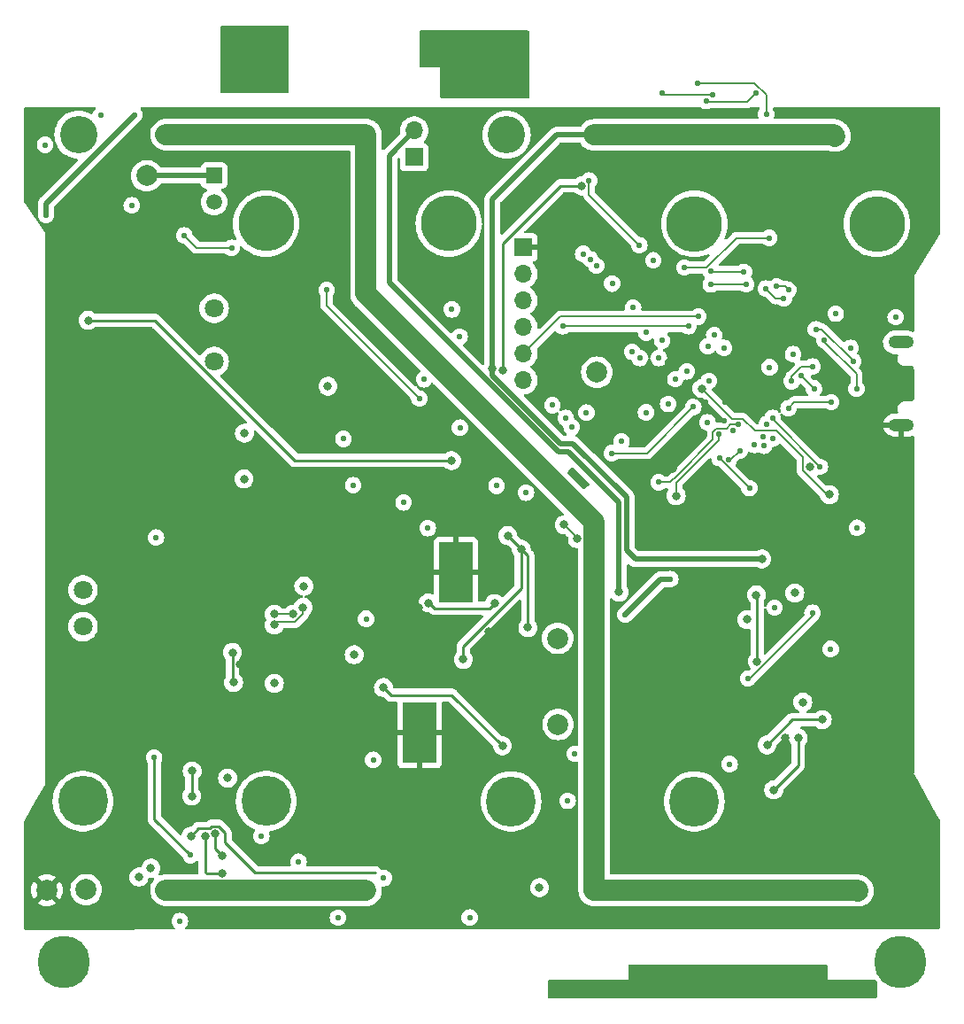
<source format=gbr>
%TF.GenerationSoftware,KiCad,Pcbnew,7.0.1*%
%TF.CreationDate,2024-01-14T15:51:54-07:00*%
%TF.ProjectId,Battery_Board_V3a,42617474-6572-4795-9f42-6f6172645f56,rev?*%
%TF.SameCoordinates,Original*%
%TF.FileFunction,Copper,L4,Bot*%
%TF.FilePolarity,Positive*%
%FSLAX46Y46*%
G04 Gerber Fmt 4.6, Leading zero omitted, Abs format (unit mm)*
G04 Created by KiCad (PCBNEW 7.0.1) date 2024-01-14 15:51:54*
%MOMM*%
%LPD*%
G01*
G04 APERTURE LIST*
%TA.AperFunction,ComponentPad*%
%ADD10C,5.000000*%
%TD*%
%TA.AperFunction,ComponentPad*%
%ADD11C,2.000000*%
%TD*%
%TA.AperFunction,ComponentPad*%
%ADD12R,1.700000X1.700000*%
%TD*%
%TA.AperFunction,ComponentPad*%
%ADD13O,1.700000X1.700000*%
%TD*%
%TA.AperFunction,ComponentPad*%
%ADD14C,1.800000*%
%TD*%
%TA.AperFunction,ComponentPad*%
%ADD15C,0.600000*%
%TD*%
%TA.AperFunction,SMDPad,CuDef*%
%ADD16R,3.200000X5.800000*%
%TD*%
%TA.AperFunction,ComponentPad*%
%ADD17O,2.416000X1.208000*%
%TD*%
%TA.AperFunction,ComponentPad*%
%ADD18R,1.508000X1.508000*%
%TD*%
%TA.AperFunction,ComponentPad*%
%ADD19C,1.508000*%
%TD*%
%TA.AperFunction,ComponentPad*%
%ADD20C,4.770000*%
%TD*%
%TA.AperFunction,ComponentPad*%
%ADD21C,5.325000*%
%TD*%
%TA.AperFunction,ComponentPad*%
%ADD22C,3.570000*%
%TD*%
%TA.AperFunction,ComponentPad*%
%ADD23C,1.980000*%
%TD*%
%TA.AperFunction,ViaPad*%
%ADD24C,0.560000*%
%TD*%
%TA.AperFunction,ViaPad*%
%ADD25C,0.800000*%
%TD*%
%TA.AperFunction,Conductor*%
%ADD26C,0.152400*%
%TD*%
%TA.AperFunction,Conductor*%
%ADD27C,0.127000*%
%TD*%
%TA.AperFunction,Conductor*%
%ADD28C,0.250000*%
%TD*%
%TA.AperFunction,Conductor*%
%ADD29C,0.500000*%
%TD*%
%TA.AperFunction,Conductor*%
%ADD30C,2.000000*%
%TD*%
%TA.AperFunction,Conductor*%
%ADD31C,0.152000*%
%TD*%
G04 APERTURE END LIST*
D10*
%TO.P,,1*%
%TO.N,Chassis Ground*%
X194500000Y-131530000D03*
%TD*%
D11*
%TO.P,TP6,1,1*%
%TO.N,VBUSP*%
X122428000Y-56388000D03*
%TD*%
%TO.P,TP1,1,1*%
%TO.N,+3V3*%
X161720000Y-100590000D03*
%TD*%
%TO.P,TP2,1,1*%
%TO.N,B-*%
X116620000Y-124620000D03*
%TD*%
D12*
%TO.P,J25,1,Pin_1*%
%TO.N,GND*%
X158440000Y-63220000D03*
D13*
%TO.P,J25,2,Pin_2*%
%TO.N,FC_RX*%
X158440000Y-65760000D03*
%TO.P,J25,3,Pin_3*%
%TO.N,FC_TX*%
X158440000Y-68300000D03*
%TO.P,J25,4,Pin_4*%
%TO.N,SCL1*%
X158440000Y-70840000D03*
%TO.P,J25,5,Pin_5*%
%TO.N,SDA1*%
X158440000Y-73380000D03*
%TO.P,J25,6,Pin_6*%
%TO.N,+3V3*%
X158440000Y-75920000D03*
%TD*%
D14*
%TO.P,J18,1,Pin_1*%
%TO.N,Net-(J18-Pin_1)*%
X116315001Y-99472500D03*
%TO.P,J18,2,Pin_2*%
%TO.N,Net-(J18-Pin_2)*%
X116315001Y-95972500D03*
%TD*%
D15*
%TO.P,U3,15,EPAD*%
%TO.N,GND*%
X150677500Y-91700000D03*
X150677500Y-93000000D03*
X150677500Y-94300000D03*
X150677500Y-95600000D03*
X150677500Y-96900000D03*
X151977500Y-91700000D03*
X151977500Y-93000000D03*
X151977500Y-94300000D03*
D16*
X151977500Y-94300000D03*
D15*
X151977500Y-95600000D03*
X151977500Y-96900000D03*
X153277500Y-91700000D03*
X153277500Y-93000000D03*
X153277500Y-94300000D03*
X153277500Y-95600000D03*
X153277500Y-96900000D03*
%TD*%
D12*
%TO.P,J1,1,Pin_1*%
%TO.N,VBUSP*%
X147990000Y-54600000D03*
D13*
%TO.P,J1,2,Pin_2*%
%TO.N,VBatt*%
X147990000Y-52060000D03*
%TD*%
D11*
%TO.P,TP9,1,1*%
%TO.N,+5V*%
X161760000Y-108820000D03*
%TD*%
%TO.P,TP8,1,1*%
%TO.N,/USBBOOT*%
X165470000Y-75160000D03*
%TD*%
%TO.P,TP5,1,1*%
%TO.N,PACK+*%
X188260000Y-52580000D03*
%TD*%
D17*
%TO.P,J24,SH1,Shield*%
%TO.N,GND*%
X194550000Y-80197500D03*
%TO.P,J24,SH6*%
%TO.N,N/C*%
X194550000Y-72297500D03*
%TD*%
D15*
%TO.P,U5,15,EPAD*%
%TO.N,GND*%
X147210000Y-107020000D03*
X147210000Y-108320000D03*
X147210000Y-109620000D03*
X147210000Y-110920000D03*
X147210000Y-112220000D03*
X148510000Y-107020000D03*
X148510000Y-108320000D03*
X148510000Y-109620000D03*
D16*
X148510000Y-109620000D03*
D15*
X148510000Y-110920000D03*
X148510000Y-112220000D03*
X149810000Y-107020000D03*
X149810000Y-108320000D03*
X149810000Y-109620000D03*
X149810000Y-110920000D03*
X149810000Y-112220000D03*
%TD*%
D18*
%TO.P,K1,C1*%
%TO.N,VBUSP*%
X128862500Y-56350000D03*
D19*
%TO.P,K1,C2*%
%TO.N,Net-(Q4-C)*%
X128862500Y-58890000D03*
D14*
%TO.P,K1,M*%
%TO.N,PACK+*%
X128862500Y-74130000D03*
%TO.P,K1,NO*%
%TO.N,Net-(K1-PadNO)*%
X128862500Y-69050000D03*
%TD*%
D10*
%TO.P,,1*%
%TO.N,Chassis Ground*%
X114500000Y-131530000D03*
%TD*%
D11*
%TO.P,TP4,1,1*%
%TO.N,GND*%
X112860000Y-124670000D03*
%TD*%
%TO.P,TP3,1,1*%
%TO.N,BM*%
X190450000Y-124720000D03*
%TD*%
D20*
%TO.P,U2,1,1*%
%TO.N,unconnected-(U2-Pad1)*%
X133828500Y-116160000D03*
%TO.P,U2,2,2*%
%TO.N,unconnected-(U2-Pad2)*%
X116298500Y-116160000D03*
D21*
%TO.P,U2,3,3*%
%TO.N,unconnected-(U2-Pad3)*%
X133828500Y-60960000D03*
%TO.P,U2,4,4*%
%TO.N,unconnected-(U2-Pad4)*%
X151298500Y-60960000D03*
D22*
%TO.P,U2,5,5*%
%TO.N,unconnected-(U2-Pad5)*%
X115878500Y-52450000D03*
D23*
%TO.P,U2,6,6*%
%TO.N,B-*%
X124248500Y-124670000D03*
%TO.P,U2,7,7*%
X143378500Y-124670000D03*
%TO.P,U2,8,8*%
%TO.N,BM*%
X124248500Y-52450000D03*
%TO.P,U2,9,9*%
X143378500Y-52450000D03*
%TD*%
D20*
%TO.P,U4,1,1*%
%TO.N,unconnected-(U4-Pad1)*%
X174790000Y-116180000D03*
%TO.P,U4,2,2*%
%TO.N,unconnected-(U4-Pad2)*%
X157260000Y-116180000D03*
D21*
%TO.P,U4,3,3*%
%TO.N,unconnected-(U4-Pad3)*%
X174790000Y-60980000D03*
%TO.P,U4,4,4*%
%TO.N,unconnected-(U4-Pad4)*%
X192260000Y-60980000D03*
D22*
%TO.P,U4,5,5*%
%TO.N,unconnected-(U4-Pad5)*%
X156840000Y-52470000D03*
D23*
%TO.P,U4,6,6*%
%TO.N,BM*%
X165210000Y-124690000D03*
%TO.P,U4,7,7*%
X184340000Y-124690000D03*
%TO.P,U4,8,8*%
%TO.N,PACK+*%
X165210000Y-52470000D03*
%TO.P,U4,9,9*%
X184340000Y-52470000D03*
%TD*%
D24*
%TO.N,+3V3*%
X175090000Y-47540000D03*
X180550000Y-82100000D03*
X136940000Y-121950000D03*
X176050000Y-79940000D03*
X167820000Y-81750000D03*
X181990000Y-74680000D03*
X183791911Y-78590089D03*
D25*
X137440000Y-95600000D03*
D24*
X170860000Y-64460000D03*
X153300000Y-127280000D03*
X125590000Y-127610000D03*
X140700000Y-127300000D03*
X174070000Y-75080000D03*
X177620000Y-72830000D03*
X181660000Y-50470000D03*
X146980000Y-87600000D03*
X145080000Y-123510000D03*
D25*
X134620000Y-104902000D03*
D24*
X187860000Y-78020000D03*
D25*
X159980000Y-124430000D03*
D24*
X141224000Y-81534000D03*
D25*
X185828207Y-84173793D03*
%TO.N,VBUSP*%
X151570000Y-83600000D03*
X158870000Y-99560000D03*
X116820000Y-70200000D03*
X158241250Y-92078750D03*
X156942500Y-90780000D03*
X152690000Y-102595000D03*
%TO.N,Net-(U1-V-)*%
X127980000Y-119480000D03*
X129630000Y-123060000D03*
%TO.N,/VDD*%
X129647359Y-121389500D03*
X128957916Y-119273398D03*
%TO.N,GND*%
X155540000Y-83090000D03*
D24*
X176180000Y-50570000D03*
D25*
X183500000Y-110080000D03*
X195640000Y-50680000D03*
X119550000Y-82870000D03*
D24*
X179470000Y-78000000D03*
X177660000Y-79810000D03*
D25*
X138610000Y-96480000D03*
D24*
X166630000Y-58030000D03*
X137030000Y-81440000D03*
D25*
X112880000Y-51200000D03*
D24*
X190410000Y-65350000D03*
X134110000Y-76710000D03*
D25*
X148430000Y-97630000D03*
D24*
X191110000Y-70380000D03*
X190320000Y-85510000D03*
X170700000Y-50380000D03*
D25*
X188160000Y-127570000D03*
D24*
X173070000Y-54500000D03*
X168040000Y-74580000D03*
D25*
X145410000Y-87760000D03*
D24*
X142420000Y-118630000D03*
X126170000Y-70390000D03*
X177690000Y-78030000D03*
D25*
X149600000Y-100680000D03*
X139230000Y-109560000D03*
X131340000Y-103117999D03*
X118900000Y-73080000D03*
D24*
X134460000Y-86570000D03*
D25*
X123840000Y-94557501D03*
D24*
X176520000Y-68100000D03*
X163680000Y-85370000D03*
X156030000Y-105990000D03*
X166580000Y-63120000D03*
D25*
X159910000Y-90830000D03*
D24*
X190630000Y-78230000D03*
D25*
X155120000Y-99950000D03*
D24*
X122410000Y-67560000D03*
D25*
X146990000Y-81690000D03*
X151880000Y-89530000D03*
D24*
X176210000Y-88000000D03*
D25*
X175110000Y-109910000D03*
D24*
X187820000Y-113470000D03*
X164830000Y-77770000D03*
D25*
X122910000Y-103082499D03*
D24*
X159190000Y-58750000D03*
X172200000Y-74250000D03*
X120930000Y-61410000D03*
D25*
X172761714Y-84361714D03*
D24*
X154080000Y-71640000D03*
X177660000Y-76150000D03*
D25*
X183160000Y-116130000D03*
D24*
X150670000Y-66940000D03*
X187590000Y-80180000D03*
X179290000Y-54530000D03*
X175850000Y-77980000D03*
X119280000Y-54350000D03*
X184912000Y-89916000D03*
X151940000Y-122680000D03*
X170080000Y-120000000D03*
X182830000Y-70630000D03*
D25*
%TO.N,VBatt*%
X167600000Y-96170000D03*
D24*
%TO.N,CANL*%
X176518928Y-48625500D03*
X171700000Y-48470000D03*
%TO.N,CANH*%
X180700000Y-48480000D03*
X175910000Y-49240000D03*
D25*
%TO.N,FC_RESET*%
X175514000Y-76711645D03*
X187706000Y-86868000D03*
D24*
%TO.N,5V_enable*%
X186090000Y-98150000D03*
X144070000Y-112210000D03*
X179920000Y-104430000D03*
X186810000Y-84200000D03*
X163350000Y-111630000D03*
X182270000Y-79530000D03*
%TO.N,BURN_RELAY_A*%
X148930000Y-75840000D03*
X170160000Y-79000000D03*
X162490000Y-79530000D03*
D25*
%TO.N,Net-(K1-PadNO)*%
X131760000Y-80990000D03*
X131712500Y-85350000D03*
%TO.N,PACK-*%
X130150000Y-113950000D03*
X122810000Y-122570000D03*
D24*
X162670000Y-116130000D03*
X133370000Y-119490000D03*
X187830000Y-101610000D03*
%TO.N,ENAB_HEATER*%
X155870000Y-86020000D03*
X171380000Y-85680000D03*
X179028959Y-80158959D03*
X142150000Y-85950000D03*
D25*
%TO.N,SCL0*%
X137357353Y-97635000D03*
X179832000Y-98806000D03*
X181750000Y-110780000D03*
X187020000Y-108370000D03*
X134620000Y-99314000D03*
D24*
X171704000Y-72136000D03*
D25*
X184404000Y-96266000D03*
D24*
%TO.N,SDA0*%
X170180000Y-71374000D03*
D25*
X182385500Y-115070000D03*
X134620000Y-98298000D03*
X184720000Y-110110000D03*
X185166000Y-106690000D03*
X136398000Y-98298000D03*
D24*
%TO.N,FC_RX*%
X176680000Y-71620000D03*
%TO.N,/NEOPIX*%
X181332211Y-81330492D03*
X188310000Y-69560000D03*
D25*
%TO.N,/3V3_EN*%
X155670000Y-97260000D03*
X149350000Y-97220000D03*
D24*
%TO.N,SDA1*%
X175170000Y-69840000D03*
X152340000Y-71770000D03*
%TO.N,SCL1*%
X174220000Y-70770000D03*
X151600000Y-69150000D03*
X162190000Y-70760000D03*
D25*
%TO.N,BM*%
X126627675Y-119502325D03*
D24*
%TO.N,PACK+*%
X126579499Y-121318079D03*
X112690000Y-53430000D03*
X123120000Y-111970000D03*
D25*
X155480000Y-74840000D03*
D24*
X123310000Y-90960000D03*
D25*
X121660000Y-123420000D03*
X180720000Y-96450000D03*
X181240000Y-93020000D03*
X180800000Y-102800000D03*
D24*
%TO.N,ENABLE_BURN*%
X176170000Y-76000000D03*
%TO.N,SPI0_MISO*%
X165410000Y-64980000D03*
X172968641Y-75821358D03*
%TO.N,SPI0_CS0*%
X171394995Y-73802805D03*
X166930000Y-66690000D03*
%TO.N,VBUS_RESET*%
X149290000Y-90060000D03*
X143390000Y-98730000D03*
X174700000Y-78480000D03*
X166910000Y-82900000D03*
%TO.N,SPI0_SCK*%
X169577360Y-73802640D03*
X164150000Y-63850000D03*
%TO.N,SPI0_MOSI*%
X164840000Y-64360000D03*
X168843959Y-73216041D03*
%TO.N,Net-(Q10-G)*%
X117990000Y-50630000D03*
X120980000Y-59210000D03*
%TO.N,Net-(Q10-D)*%
X121250000Y-50550000D03*
X112780000Y-60130000D03*
%TO.N,Jetson*%
X130520000Y-63260000D03*
X161210000Y-78310000D03*
X126010000Y-62080000D03*
X139620000Y-67310000D03*
X148490000Y-77670000D03*
X181715264Y-80107346D03*
D25*
%TO.N,SWDIO*%
X163610500Y-91073000D03*
X162353000Y-89747000D03*
%TO.N,/~{RESET}*%
X173046169Y-86963839D03*
D24*
X158690000Y-86670000D03*
X177106041Y-81103959D03*
%TO.N,ENAB_RF*%
X163060000Y-80390000D03*
X172284496Y-78195504D03*
X152370000Y-80460000D03*
%TO.N,CHRG'*%
X182460000Y-97660000D03*
X178160000Y-112610000D03*
X181460000Y-82190000D03*
%TO.N,SPI1_CS0*%
X180050000Y-86240000D03*
X177190000Y-83370000D03*
%TO.N,SPI1_MOSI*%
X178083959Y-83496041D03*
X179120000Y-82640000D03*
%TO.N,D0*%
X190360000Y-90030000D03*
X178453959Y-80733959D03*
%TO.N,/NEO_PWR*%
X182330000Y-81490000D03*
X194050000Y-69890000D03*
%TO.N,USB_D-*%
X184100000Y-76020000D03*
X186078104Y-74618440D03*
%TO.N,USB_D+*%
X186240000Y-76720000D03*
X184990000Y-75470000D03*
%TO.N,/QSPI_SCK*%
X183777858Y-67297858D03*
X182667364Y-66957367D03*
%TO.N,/QSPI_DATA[0]*%
X181640000Y-67160000D03*
X183350000Y-68090000D03*
%TO.N,/QSPI_DATA[2]*%
X179740000Y-66740000D03*
X176360000Y-66770000D03*
%TO.N,/QSPI_DATA[1]*%
X176360000Y-65530000D03*
X179530000Y-65570000D03*
D25*
%TO.N,+5V*%
X156430000Y-110870000D03*
X145060000Y-105300000D03*
X139738787Y-76502656D03*
X142250000Y-102170000D03*
X164007823Y-57346070D03*
D24*
X168190000Y-98310000D03*
X172500000Y-94930000D03*
D25*
X156464795Y-75010832D03*
D24*
%TO.N,VBUS*%
X189720000Y-72840000D03*
X184230000Y-73430000D03*
D25*
%TO.N,Net-(Q1-G)*%
X126760000Y-113280000D03*
X126720000Y-115670000D03*
D24*
%TO.N,Net-(D8-PadA)*%
X173850000Y-65150000D03*
X164470000Y-79010000D03*
X181930000Y-62320000D03*
X168930000Y-69000000D03*
%TO.N,TXCAN*%
X164720000Y-56830000D03*
X169530000Y-63020000D03*
%TO.N,D-*%
X189980000Y-74110000D03*
X186410000Y-71050000D03*
%TO.N,D+*%
X190300000Y-76740000D03*
X187227254Y-72082746D03*
D25*
%TO.N,Net-(U9-+Vs)*%
X130720000Y-104810000D03*
X130610000Y-101940000D03*
D24*
%TO.N,FC_TX*%
X176073000Y-72680000D03*
%TD*%
D26*
%TO.N,+3V3*%
X181660000Y-48653414D02*
X181660000Y-50470000D01*
D27*
X184362000Y-78020000D02*
X187860000Y-78020000D01*
D26*
X180546586Y-47540000D02*
X181660000Y-48653414D01*
X175090000Y-47540000D02*
X180546586Y-47540000D01*
D27*
X183791911Y-78590089D02*
X184362000Y-78020000D01*
D28*
%TO.N,VBUSP*%
X158870000Y-92707500D02*
X156942500Y-90780000D01*
X152690000Y-101354695D02*
X158241250Y-95803445D01*
X123200088Y-70200000D02*
X116820000Y-70200000D01*
X136600088Y-83600000D02*
X123200088Y-70200000D01*
X158870000Y-99560000D02*
X158870000Y-92707500D01*
X151570000Y-83600000D02*
X136600088Y-83600000D01*
X152690000Y-102595000D02*
X152690000Y-101354695D01*
D29*
X122270000Y-56350000D02*
X122170000Y-56450000D01*
X128862500Y-56350000D02*
X122270000Y-56350000D01*
D28*
X158241250Y-95803445D02*
X158241250Y-92078750D01*
D30*
%TO.N,B-*%
X124248500Y-124670000D02*
X143378500Y-124670000D01*
D28*
%TO.N,Net-(U1-V-)*%
X129630000Y-123060000D02*
X128127365Y-123060000D01*
X128127365Y-123060000D02*
X127980000Y-122912635D01*
X127980000Y-122912635D02*
X127980000Y-119480000D01*
%TO.N,/VDD*%
X128957916Y-119273398D02*
X128957916Y-120700057D01*
X128957916Y-120700057D02*
X129647359Y-121389500D01*
D29*
%TO.N,VBatt*%
X161761522Y-82780000D02*
X145600000Y-66618478D01*
X145600000Y-66618478D02*
X145600000Y-54450000D01*
X167600000Y-87610000D02*
X162770000Y-82780000D01*
X167600000Y-96170000D02*
X167600000Y-87610000D01*
X162770000Y-82780000D02*
X161761522Y-82780000D01*
X145600000Y-54450000D02*
X147990000Y-52060000D01*
D31*
%TO.N,CANL*%
X171860000Y-48630000D02*
X171700000Y-48470000D01*
X176514428Y-48630000D02*
X171860000Y-48630000D01*
X176518928Y-48625500D02*
X176514428Y-48630000D01*
%TO.N,CANH*%
X175910000Y-49240000D02*
X176020000Y-49350000D01*
X176020000Y-49350000D02*
X179830000Y-49350000D01*
X179830000Y-49350000D02*
X180700000Y-48480000D01*
D27*
%TO.N,FC_RESET*%
X178400297Y-79597942D02*
X179419942Y-79597942D01*
X175514000Y-76711645D02*
X178400297Y-79597942D01*
X182625999Y-80772000D02*
X185164707Y-83310708D01*
X179419942Y-79597942D02*
X180594000Y-80772000D01*
X187452000Y-86868000D02*
X187706000Y-86868000D01*
X185164707Y-83310708D02*
X185164707Y-84580707D01*
X185164707Y-84580707D02*
X187452000Y-86868000D01*
X180594000Y-80772000D02*
X182625999Y-80772000D01*
D26*
%TO.N,5V_enable*%
X182270000Y-79660000D02*
X186810000Y-84200000D01*
X186090000Y-98466292D02*
X180126292Y-104430000D01*
X186090000Y-98150000D02*
X186090000Y-98466292D01*
X180126292Y-104430000D02*
X179920000Y-104430000D01*
X182270000Y-79530000D02*
X182270000Y-79660000D01*
D27*
%TO.N,ENAB_HEATER*%
X172460000Y-85680000D02*
X171380000Y-85680000D01*
X179028959Y-80158959D02*
X178260333Y-80158959D01*
X177858833Y-80560459D02*
X176880915Y-80560459D01*
X176562541Y-80878833D02*
X176562541Y-81577459D01*
X176562541Y-81577459D02*
X173120000Y-85020000D01*
X173120000Y-85020000D02*
X172460000Y-85680000D01*
X178260333Y-80158959D02*
X177858833Y-80560459D01*
X176880915Y-80560459D02*
X176562541Y-80878833D01*
%TO.N,SCL0*%
X136574331Y-99060000D02*
X137357353Y-98276978D01*
X134620000Y-99060000D02*
X136574331Y-99060000D01*
D28*
X181750000Y-110780000D02*
X184160000Y-108370000D01*
X184160000Y-108370000D02*
X187020000Y-108370000D01*
D27*
X137357353Y-98276978D02*
X137357353Y-97635000D01*
%TO.N,SDA0*%
X134620000Y-98298000D02*
X136398000Y-98298000D01*
D28*
X184720000Y-110110000D02*
X184720000Y-112735500D01*
X184720000Y-112735500D02*
X182385500Y-115070000D01*
%TO.N,/3V3_EN*%
X155670000Y-97260000D02*
X155190000Y-97740000D01*
X149460000Y-97220000D02*
X149350000Y-97220000D01*
X149980000Y-97740000D02*
X149460000Y-97220000D01*
X155190000Y-97740000D02*
X149980000Y-97740000D01*
D27*
%TO.N,SDA1*%
X175170000Y-69840000D02*
X161980000Y-69840000D01*
X161980000Y-69840000D02*
X158440000Y-73380000D01*
%TO.N,SCL1*%
X174220000Y-70770000D02*
X162200000Y-70770000D01*
X162200000Y-70770000D02*
X162190000Y-70760000D01*
D30*
%TO.N,BM*%
X190420000Y-124690000D02*
X190450000Y-124720000D01*
X184340000Y-124690000D02*
X190420000Y-124690000D01*
D28*
X132790000Y-123010000D02*
X144250000Y-123010000D01*
X127375000Y-118755000D02*
X128435001Y-118755000D01*
D30*
X165210000Y-124690000D02*
X184340000Y-124690000D01*
X143378500Y-52450000D02*
X124248500Y-52450000D01*
D28*
X129900000Y-119190177D02*
X129900000Y-120120000D01*
X126627675Y-119502325D02*
X127375000Y-118755000D01*
X128435001Y-118755000D02*
X128641603Y-118548398D01*
X129258221Y-118548398D02*
X129900000Y-119190177D01*
D30*
X165210000Y-89480531D02*
X143378500Y-67649031D01*
D28*
X129900000Y-120120000D02*
X132790000Y-123010000D01*
D30*
X165210000Y-124690000D02*
X165210000Y-89480531D01*
X143378500Y-67649031D02*
X143378500Y-52450000D01*
D28*
X128641603Y-118548398D02*
X129258221Y-118548398D01*
D29*
%TO.N,PACK+*%
X169140000Y-93020000D02*
X181240000Y-93020000D01*
D30*
X184340000Y-52470000D02*
X188150000Y-52470000D01*
D28*
X180800000Y-102800000D02*
X180800000Y-96530000D01*
X123120000Y-117858580D02*
X123120000Y-111970000D01*
D29*
X161600000Y-52470000D02*
X165210000Y-52470000D01*
X155480000Y-75508528D02*
X161950736Y-81979264D01*
X168300000Y-92180000D02*
X169140000Y-93020000D01*
X155480000Y-58590000D02*
X161600000Y-52470000D01*
D30*
X188150000Y-52470000D02*
X188260000Y-52580000D01*
D28*
X180800000Y-96530000D02*
X180720000Y-96450000D01*
X126579499Y-121318079D02*
X123120000Y-117858580D01*
D29*
X161950736Y-81979264D02*
X163179264Y-81979264D01*
X168300000Y-87100000D02*
X168300000Y-92180000D01*
X155480000Y-74840000D02*
X155480000Y-58590000D01*
D30*
X165210000Y-52470000D02*
X184340000Y-52470000D01*
D29*
X155480000Y-74840000D02*
X155480000Y-75508528D01*
X163179264Y-81979264D02*
X168300000Y-87100000D01*
D27*
%TO.N,VBUS_RESET*%
X170280000Y-82900000D02*
X166910000Y-82900000D01*
X174700000Y-78480000D02*
X170280000Y-82900000D01*
D29*
%TO.N,Net-(Q10-D)*%
X112780000Y-59020000D02*
X121250000Y-50550000D01*
X112780000Y-60130000D02*
X112780000Y-59020000D01*
D27*
%TO.N,Jetson*%
X130520000Y-63260000D02*
X127190000Y-63260000D01*
X148490000Y-77670000D02*
X139620000Y-68800000D01*
X139620000Y-68800000D02*
X139620000Y-67310000D01*
X127190000Y-63260000D02*
X126010000Y-62080000D01*
%TO.N,SWDIO*%
X162353000Y-89747000D02*
X163610500Y-91004500D01*
X163610500Y-91004500D02*
X163610500Y-91073000D01*
%TO.N,/~{RESET}*%
X173046169Y-85743831D02*
X173046169Y-86963839D01*
X177106041Y-81683959D02*
X173046169Y-85743831D01*
X177106041Y-81103959D02*
X177106041Y-81683959D01*
%TO.N,SPI1_CS0*%
X180050000Y-86230000D02*
X180050000Y-86240000D01*
X177190000Y-83370000D02*
X180050000Y-86230000D01*
%TO.N,SPI1_MOSI*%
X178083959Y-83496041D02*
X178263959Y-83496041D01*
X178263959Y-83496041D02*
X179120000Y-82640000D01*
%TO.N,USB_D-*%
X186078104Y-74618440D02*
X185021560Y-74618440D01*
X184100000Y-75540000D02*
X184100000Y-76020000D01*
X185021560Y-74618440D02*
X184100000Y-75540000D01*
%TO.N,USB_D+*%
X184990000Y-75470000D02*
X186240000Y-76720000D01*
%TO.N,/QSPI_SCK*%
X183437367Y-66957367D02*
X183777858Y-67297858D01*
X182667364Y-66957367D02*
X183437367Y-66957367D01*
%TO.N,/QSPI_DATA[0]*%
X183350000Y-68090000D02*
X182570000Y-68090000D01*
X182570000Y-68090000D02*
X181640000Y-67160000D01*
%TO.N,/QSPI_DATA[2]*%
X179740000Y-66740000D02*
X179720000Y-66760000D01*
X179720000Y-66760000D02*
X176370000Y-66760000D01*
X176370000Y-66760000D02*
X176360000Y-66770000D01*
%TO.N,/QSPI_DATA[1]*%
X176400000Y-65570000D02*
X176360000Y-65530000D01*
X179530000Y-65570000D02*
X176400000Y-65570000D01*
D28*
%TO.N,+5V*%
X161963930Y-57346070D02*
X156464795Y-62845205D01*
X151590000Y-106030000D02*
X156430000Y-110870000D01*
X145790000Y-106030000D02*
X151590000Y-106030000D01*
D29*
X171570000Y-94930000D02*
X172500000Y-94930000D01*
D28*
X145060000Y-105300000D02*
X145790000Y-106030000D01*
X156464795Y-62845205D02*
X156464795Y-75010832D01*
D29*
X168190000Y-98310000D02*
X171570000Y-94930000D01*
D28*
X164007823Y-57346070D02*
X161963930Y-57346070D01*
%TO.N,Net-(Q1-G)*%
X126720000Y-115670000D02*
X126720000Y-113320000D01*
X126720000Y-113320000D02*
X126760000Y-113280000D01*
D27*
%TO.N,Net-(D8-PadA)*%
X175971374Y-65150000D02*
X178801374Y-62320000D01*
X173850000Y-65150000D02*
X175971374Y-65150000D01*
X178801374Y-62320000D02*
X181930000Y-62320000D01*
%TO.N,TXCAN*%
X169530000Y-63020000D02*
X164720000Y-58210000D01*
X164720000Y-58210000D02*
X164720000Y-56830000D01*
%TO.N,D-*%
X186410000Y-71050000D02*
X186980000Y-71050000D01*
X186980000Y-71050000D02*
X189980000Y-74050000D01*
X189980000Y-74050000D02*
X189980000Y-74110000D01*
%TO.N,D+*%
X187227254Y-72082746D02*
X187227254Y-72260254D01*
X190300000Y-75333000D02*
X190300000Y-76740000D01*
X187227254Y-72260254D02*
X190300000Y-75333000D01*
D28*
%TO.N,Net-(U9-+Vs)*%
X130610000Y-101940000D02*
X130610000Y-104700000D01*
X130610000Y-104700000D02*
X130720000Y-104810000D01*
%TD*%
%TA.AperFunction,Conductor*%
%TO.N,GND*%
G36*
X117453305Y-49818333D02*
G01*
X117498038Y-49856539D01*
X117520551Y-49910889D01*
X117515935Y-49969536D01*
X117485197Y-50019695D01*
X117369626Y-50135265D01*
X117275091Y-50285717D01*
X117232636Y-50407047D01*
X117202175Y-50455149D01*
X117153650Y-50484932D01*
X117096969Y-50490314D01*
X117043707Y-50470197D01*
X117027711Y-50459509D01*
X116941128Y-50416811D01*
X116758066Y-50326534D01*
X116473378Y-50229896D01*
X116178501Y-50171241D01*
X115878500Y-50151579D01*
X115578498Y-50171241D01*
X115283621Y-50229896D01*
X114998936Y-50326533D01*
X114729287Y-50459510D01*
X114479309Y-50626540D01*
X114253270Y-50824770D01*
X114055040Y-51050809D01*
X113888010Y-51300787D01*
X113755033Y-51570436D01*
X113658396Y-51855121D01*
X113599741Y-52149998D01*
X113580079Y-52449999D01*
X113599741Y-52750001D01*
X113658396Y-53044878D01*
X113684424Y-53121553D01*
X113686729Y-53156309D01*
X113706854Y-53187630D01*
X113755034Y-53329566D01*
X113888008Y-53599210D01*
X114055037Y-53849187D01*
X114253270Y-54075229D01*
X114479312Y-54273462D01*
X114729289Y-54440491D01*
X114998933Y-54573465D01*
X115283621Y-54670103D01*
X115283623Y-54670103D01*
X115283625Y-54670104D01*
X115578496Y-54728758D01*
X115672276Y-54734904D01*
X115695229Y-54736409D01*
X115749988Y-54753020D01*
X115791753Y-54792137D01*
X115811910Y-54845693D01*
X115806301Y-54902640D01*
X115776083Y-54951234D01*
X112289225Y-58438092D01*
X112275377Y-58450061D01*
X112255941Y-58464531D01*
X112223771Y-58502869D01*
X112216357Y-58510961D01*
X112212422Y-58514895D01*
X112192997Y-58539461D01*
X112190688Y-58542294D01*
X112141119Y-58601369D01*
X112130589Y-58617899D01*
X112097995Y-58687794D01*
X112096401Y-58691087D01*
X112061795Y-58759997D01*
X112055363Y-58778500D01*
X112039759Y-58854064D01*
X112038967Y-58857637D01*
X112021192Y-58932640D01*
X112019202Y-58952114D01*
X112021447Y-59029259D01*
X112021500Y-59032923D01*
X112021500Y-59888886D01*
X112014429Y-59930499D01*
X112014242Y-59931035D01*
X112006405Y-59953431D01*
X112003006Y-59983595D01*
X111986511Y-60130000D01*
X111993142Y-60188855D01*
X112006405Y-60306570D01*
X112065090Y-60474281D01*
X112159626Y-60624734D01*
X112285265Y-60750373D01*
X112285267Y-60750374D01*
X112285268Y-60750375D01*
X112435718Y-60844909D01*
X112603432Y-60903595D01*
X112780000Y-60923489D01*
X112956568Y-60903595D01*
X113124282Y-60844909D01*
X113274732Y-60750375D01*
X113400375Y-60624732D01*
X113494909Y-60474282D01*
X113553595Y-60306568D01*
X113573489Y-60130000D01*
X113553595Y-59953432D01*
X113545570Y-59930499D01*
X113538500Y-59888886D01*
X113538500Y-59386371D01*
X113548091Y-59338153D01*
X113575405Y-59297276D01*
X113662682Y-59209999D01*
X120186511Y-59209999D01*
X120206405Y-59386570D01*
X120265090Y-59554281D01*
X120359626Y-59704734D01*
X120485265Y-59830373D01*
X120485267Y-59830374D01*
X120485268Y-59830375D01*
X120635718Y-59924909D01*
X120803432Y-59983595D01*
X120980000Y-60003489D01*
X121156568Y-59983595D01*
X121324282Y-59924909D01*
X121474732Y-59830375D01*
X121600375Y-59704732D01*
X121694909Y-59554282D01*
X121753595Y-59386568D01*
X121773489Y-59210000D01*
X121753595Y-59033432D01*
X121694909Y-58865718D01*
X121600375Y-58715268D01*
X121600374Y-58715267D01*
X121600373Y-58715265D01*
X121474734Y-58589626D01*
X121324281Y-58495090D01*
X121156570Y-58436405D01*
X120980000Y-58416511D01*
X120803429Y-58436405D01*
X120635718Y-58495090D01*
X120485265Y-58589626D01*
X120359626Y-58715265D01*
X120265090Y-58865718D01*
X120206405Y-59033429D01*
X120186511Y-59209999D01*
X113662682Y-59209999D01*
X115547949Y-57324732D01*
X116484682Y-56387999D01*
X120914835Y-56387999D01*
X120933464Y-56624711D01*
X120988895Y-56855594D01*
X121079761Y-57074966D01*
X121203823Y-57277415D01*
X121358030Y-57457969D01*
X121538584Y-57612176D01*
X121741033Y-57736238D01*
X121741035Y-57736238D01*
X121741037Y-57736240D01*
X121960406Y-57827105D01*
X122135857Y-57869227D01*
X122191288Y-57882535D01*
X122205240Y-57883633D01*
X122428000Y-57901165D01*
X122664711Y-57882535D01*
X122895594Y-57827105D01*
X123114963Y-57736240D01*
X123317416Y-57612176D01*
X123497969Y-57457969D01*
X123652176Y-57277416D01*
X123715377Y-57174282D01*
X123718820Y-57168664D01*
X123764686Y-57124565D01*
X123826252Y-57108500D01*
X127482075Y-57108500D01*
X127541140Y-57123201D01*
X127586421Y-57163875D01*
X127599286Y-57199004D01*
X127600981Y-57198373D01*
X127606510Y-57213199D01*
X127606511Y-57213201D01*
X127630462Y-57277415D01*
X127657611Y-57350205D01*
X127745238Y-57467261D01*
X127862294Y-57554888D01*
X127862295Y-57554888D01*
X127862296Y-57554889D01*
X127999299Y-57605989D01*
X128059862Y-57612500D01*
X128086236Y-57612500D01*
X128147322Y-57628298D01*
X128193090Y-57671730D01*
X128212063Y-57731906D01*
X128199484Y-57793735D01*
X128158507Y-57841712D01*
X128100206Y-57882535D01*
X128047877Y-57919176D01*
X127891674Y-58075379D01*
X127764968Y-58256335D01*
X127764966Y-58256338D01*
X127764966Y-58256339D01*
X127677186Y-58444585D01*
X127671605Y-58456553D01*
X127614430Y-58669927D01*
X127595177Y-58890000D01*
X127614430Y-59110068D01*
X127671605Y-59323449D01*
X127764966Y-59523663D01*
X127891676Y-59704623D01*
X128047876Y-59860823D01*
X128228836Y-59987533D01*
X128228837Y-59987533D01*
X128228838Y-59987534D01*
X128429050Y-60080894D01*
X128642432Y-60138070D01*
X128862500Y-60157323D01*
X129082568Y-60138070D01*
X129295950Y-60080894D01*
X129496162Y-59987534D01*
X129677120Y-59860826D01*
X129833326Y-59704620D01*
X129960034Y-59523662D01*
X130053394Y-59323450D01*
X130110570Y-59110068D01*
X130129823Y-58890000D01*
X130110570Y-58669932D01*
X130053394Y-58456550D01*
X129960034Y-58256339D01*
X129833326Y-58075380D01*
X129677120Y-57919174D01*
X129566493Y-57841712D01*
X129525517Y-57793735D01*
X129512938Y-57731906D01*
X129531911Y-57671730D01*
X129577679Y-57628298D01*
X129638765Y-57612500D01*
X129665138Y-57612500D01*
X129725701Y-57605989D01*
X129862704Y-57554889D01*
X129979761Y-57467261D01*
X130067389Y-57350204D01*
X130118489Y-57213201D01*
X130125000Y-57152638D01*
X130125000Y-55547362D01*
X130118489Y-55486799D01*
X130067389Y-55349796D01*
X130067388Y-55349794D01*
X129979761Y-55232738D01*
X129862705Y-55145111D01*
X129794202Y-55119560D01*
X129725701Y-55094011D01*
X129665138Y-55087500D01*
X128059862Y-55087500D01*
X127999299Y-55094011D01*
X127862294Y-55145111D01*
X127745238Y-55232738D01*
X127657611Y-55349794D01*
X127600981Y-55501627D01*
X127599286Y-55500995D01*
X127586421Y-55536125D01*
X127541140Y-55576799D01*
X127482075Y-55591500D01*
X123779678Y-55591500D01*
X123718112Y-55575434D01*
X123672247Y-55531336D01*
X123652176Y-55498584D01*
X123642111Y-55486799D01*
X123497969Y-55318030D01*
X123317415Y-55163823D01*
X123114966Y-55039761D01*
X122895594Y-54948895D01*
X122664711Y-54893464D01*
X122428000Y-54874835D01*
X122191288Y-54893464D01*
X121960405Y-54948895D01*
X121741033Y-55039761D01*
X121538584Y-55163823D01*
X121358030Y-55318030D01*
X121203823Y-55498584D01*
X121079761Y-55701033D01*
X120988895Y-55920405D01*
X120933464Y-56151288D01*
X120914835Y-56387999D01*
X116484682Y-56387999D01*
X121620539Y-51252140D01*
X121642595Y-51234551D01*
X121661405Y-51222732D01*
X121744732Y-51170375D01*
X121870375Y-51044732D01*
X121964909Y-50894282D01*
X122023595Y-50726568D01*
X122043489Y-50550000D01*
X122023595Y-50373432D01*
X121964909Y-50205718D01*
X121870375Y-50055268D01*
X121870374Y-50055267D01*
X121870373Y-50055265D01*
X121834803Y-50019695D01*
X121804065Y-49969536D01*
X121799449Y-49910889D01*
X121821962Y-49856539D01*
X121866695Y-49818333D01*
X121923898Y-49804600D01*
X175307302Y-49804600D01*
X175355520Y-49814191D01*
X175396397Y-49841505D01*
X175415265Y-49860373D01*
X175415267Y-49860374D01*
X175415268Y-49860375D01*
X175565718Y-49954909D01*
X175733432Y-50013595D01*
X175910000Y-50033489D01*
X176086568Y-50013595D01*
X176254282Y-49954909D01*
X176256028Y-49953811D01*
X176263892Y-49951546D01*
X176267682Y-49950220D01*
X176267756Y-49950432D01*
X176323062Y-49934500D01*
X179783422Y-49934500D01*
X179799868Y-49935578D01*
X179803434Y-49936047D01*
X179830000Y-49939545D01*
X179982585Y-49919456D01*
X180124772Y-49860560D01*
X180139023Y-49849625D01*
X180139026Y-49849623D01*
X180163770Y-49830637D01*
X180199972Y-49811287D01*
X180240473Y-49804600D01*
X180918883Y-49804600D01*
X180982900Y-49822075D01*
X181029161Y-49869651D01*
X181044833Y-49934134D01*
X181025570Y-49997636D01*
X180945090Y-50125718D01*
X180886405Y-50293429D01*
X180877391Y-50373432D01*
X180866511Y-50470000D01*
X180886405Y-50646568D01*
X180937954Y-50793886D01*
X180943788Y-50853113D01*
X180921786Y-50908412D01*
X180876857Y-50947444D01*
X180819025Y-50961500D01*
X165149198Y-50961500D01*
X164967237Y-50976189D01*
X164967233Y-50976189D01*
X164967232Y-50976190D01*
X164753959Y-51028757D01*
X164730748Y-51034478D01*
X164506683Y-51129944D01*
X164300830Y-51260117D01*
X164118527Y-51421623D01*
X163964490Y-51610285D01*
X163942427Y-51648500D01*
X163896308Y-51694619D01*
X163833308Y-51711500D01*
X161664441Y-51711500D01*
X161646180Y-51710170D01*
X161622211Y-51706659D01*
X161572353Y-51711021D01*
X161561372Y-51711500D01*
X161555816Y-51711500D01*
X161524712Y-51715135D01*
X161521070Y-51715507D01*
X161444260Y-51722227D01*
X161425123Y-51726470D01*
X161352634Y-51752853D01*
X161349176Y-51754055D01*
X161276000Y-51778303D01*
X161258372Y-51786838D01*
X161193918Y-51829229D01*
X161190831Y-51831196D01*
X161125218Y-51871667D01*
X161110032Y-51884038D01*
X161057087Y-51940156D01*
X161054534Y-51942783D01*
X154989225Y-58008092D01*
X154975377Y-58020061D01*
X154955941Y-58034531D01*
X154923771Y-58072869D01*
X154916357Y-58080961D01*
X154912422Y-58084895D01*
X154892997Y-58109461D01*
X154890688Y-58112294D01*
X154841119Y-58171369D01*
X154830589Y-58187899D01*
X154797995Y-58257794D01*
X154796401Y-58261087D01*
X154761795Y-58329997D01*
X154755363Y-58348500D01*
X154739759Y-58424064D01*
X154738967Y-58427637D01*
X154721192Y-58502640D01*
X154719202Y-58522114D01*
X154721447Y-58599259D01*
X154721500Y-58602923D01*
X154721500Y-60867497D01*
X154705203Y-60929474D01*
X154675521Y-60960000D01*
X154705203Y-60990526D01*
X154721500Y-61052503D01*
X154721500Y-74303000D01*
X154704619Y-74366000D01*
X154691799Y-74388204D01*
X154682618Y-74404107D01*
X154643500Y-74445872D01*
X154589945Y-74466028D01*
X154532997Y-74460419D01*
X154484404Y-74430201D01*
X152706851Y-72652648D01*
X152677017Y-72605168D01*
X152670738Y-72549445D01*
X152689259Y-72496516D01*
X152728906Y-72456869D01*
X152834732Y-72390375D01*
X152960375Y-72264732D01*
X153054909Y-72114282D01*
X153113595Y-71946568D01*
X153133489Y-71770000D01*
X153113595Y-71593432D01*
X153054909Y-71425718D01*
X152960375Y-71275268D01*
X152960374Y-71275267D01*
X152960373Y-71275265D01*
X152834734Y-71149626D01*
X152684281Y-71055090D01*
X152516570Y-70996405D01*
X152340000Y-70976511D01*
X152163429Y-70996405D01*
X151995718Y-71055090D01*
X151845265Y-71149626D01*
X151719627Y-71275264D01*
X151653132Y-71381089D01*
X151613480Y-71420740D01*
X151560552Y-71439260D01*
X151504830Y-71432981D01*
X151457350Y-71403147D01*
X149204203Y-69150000D01*
X150806511Y-69150000D01*
X150809338Y-69175090D01*
X150826405Y-69326570D01*
X150885090Y-69494281D01*
X150979626Y-69644734D01*
X151105265Y-69770373D01*
X151255718Y-69864909D01*
X151327423Y-69890000D01*
X151423432Y-69923595D01*
X151600000Y-69943489D01*
X151776568Y-69923595D01*
X151944282Y-69864909D01*
X152094732Y-69770375D01*
X152220375Y-69644732D01*
X152314909Y-69494282D01*
X152373595Y-69326568D01*
X152393489Y-69150000D01*
X152373595Y-68973432D01*
X152365158Y-68949322D01*
X152314909Y-68805718D01*
X152238088Y-68683458D01*
X152220375Y-68655268D01*
X152220374Y-68655267D01*
X152220373Y-68655265D01*
X152094734Y-68529626D01*
X151944281Y-68435090D01*
X151776570Y-68376405D01*
X151600000Y-68356511D01*
X151423429Y-68376405D01*
X151255718Y-68435090D01*
X151105265Y-68529626D01*
X150979626Y-68655265D01*
X150885090Y-68805718D01*
X150826405Y-68973429D01*
X150806511Y-69149999D01*
X150806511Y-69150000D01*
X149204203Y-69150000D01*
X146395405Y-66341202D01*
X146368091Y-66300325D01*
X146358500Y-66252107D01*
X146358500Y-60959999D01*
X148122503Y-60959999D01*
X148140840Y-61286511D01*
X148142474Y-61315599D01*
X148202133Y-61666726D01*
X148224126Y-61743065D01*
X148300730Y-62008967D01*
X148356428Y-62143432D01*
X148437026Y-62338013D01*
X148609307Y-62649732D01*
X148815406Y-62940201D01*
X149052732Y-63205768D01*
X149318299Y-63443094D01*
X149608768Y-63649193D01*
X149920487Y-63821474D01*
X150185282Y-63931155D01*
X150249532Y-63957769D01*
X150249533Y-63957769D01*
X150249535Y-63957770D01*
X150591774Y-64056367D01*
X150942901Y-64116026D01*
X151298500Y-64135996D01*
X151654099Y-64116026D01*
X152005226Y-64056367D01*
X152347465Y-63957770D01*
X152676513Y-63821474D01*
X152988232Y-63649193D01*
X153278701Y-63443094D01*
X153544268Y-63205768D01*
X153781594Y-62940201D01*
X153987693Y-62649732D01*
X154159974Y-62338013D01*
X154296270Y-62008965D01*
X154394867Y-61666726D01*
X154454526Y-61315599D01*
X154469697Y-61045438D01*
X154489444Y-60984472D01*
X154516067Y-60960000D01*
X154489444Y-60935528D01*
X154469698Y-60874562D01*
X154468033Y-60844909D01*
X154454526Y-60604401D01*
X154394867Y-60253274D01*
X154296270Y-59911035D01*
X154159974Y-59581987D01*
X153987693Y-59270268D01*
X153781594Y-58979799D01*
X153544268Y-58714232D01*
X153278701Y-58476906D01*
X152988232Y-58270807D01*
X152676513Y-58098526D01*
X152566830Y-58053093D01*
X152347467Y-57962230D01*
X152119305Y-57896498D01*
X152005226Y-57863633D01*
X151654099Y-57803974D01*
X151634127Y-57802852D01*
X151298499Y-57784003D01*
X150942901Y-57803974D01*
X150591774Y-57863633D01*
X150249532Y-57962230D01*
X149920487Y-58098526D01*
X149608771Y-58270805D01*
X149608768Y-58270806D01*
X149608768Y-58270807D01*
X149580581Y-58290807D01*
X149318297Y-58476907D01*
X149052732Y-58714232D01*
X148815407Y-58979797D01*
X148609305Y-59270271D01*
X148437026Y-59581987D01*
X148300730Y-59911032D01*
X148202133Y-60253274D01*
X148142474Y-60604401D01*
X148122503Y-60959999D01*
X146358500Y-60959999D01*
X146358500Y-54816371D01*
X146368091Y-54768153D01*
X146395405Y-54727276D01*
X146416405Y-54706276D01*
X146466564Y-54675538D01*
X146525211Y-54670922D01*
X146579561Y-54693435D01*
X146617767Y-54738168D01*
X146631500Y-54795371D01*
X146631500Y-55498638D01*
X146638011Y-55559200D01*
X146689111Y-55696205D01*
X146776738Y-55813261D01*
X146893794Y-55900888D01*
X146893795Y-55900888D01*
X146893796Y-55900889D01*
X147030799Y-55951989D01*
X147091362Y-55958500D01*
X148888638Y-55958500D01*
X148949201Y-55951989D01*
X149086204Y-55900889D01*
X149203261Y-55813261D01*
X149290889Y-55696204D01*
X149341989Y-55559201D01*
X149348500Y-55498638D01*
X149348500Y-53701362D01*
X149341989Y-53640799D01*
X149290889Y-53503796D01*
X149265154Y-53469418D01*
X149203261Y-53386738D01*
X149086205Y-53299111D01*
X149024670Y-53276159D01*
X148971191Y-53256213D01*
X148920858Y-53221650D01*
X148892684Y-53167480D01*
X148893287Y-53106424D01*
X148922522Y-53052822D01*
X149065722Y-52897268D01*
X149188860Y-52708791D01*
X149279296Y-52502616D01*
X149287556Y-52469999D01*
X154541579Y-52469999D01*
X154561241Y-52770001D01*
X154619896Y-53064878D01*
X154716534Y-53349566D01*
X154849508Y-53619210D01*
X155016537Y-53869187D01*
X155214770Y-54095229D01*
X155440812Y-54293462D01*
X155690789Y-54460491D01*
X155960433Y-54593465D01*
X156245121Y-54690103D01*
X156245123Y-54690103D01*
X156245125Y-54690104D01*
X156539996Y-54748758D01*
X156840000Y-54768421D01*
X157140004Y-54748758D01*
X157434875Y-54690104D01*
X157477785Y-54675538D01*
X157719566Y-54593465D01*
X157760124Y-54573464D01*
X157989211Y-54460491D01*
X158239190Y-54293460D01*
X158465229Y-54095229D01*
X158663460Y-53869190D01*
X158830491Y-53619211D01*
X158963464Y-53349568D01*
X158968095Y-53335927D01*
X159060103Y-53064878D01*
X159060104Y-53064875D01*
X159118758Y-52770004D01*
X159138421Y-52470000D01*
X159118758Y-52169996D01*
X159060104Y-51875125D01*
X159060103Y-51875121D01*
X158963466Y-51590436D01*
X158928880Y-51520303D01*
X158830491Y-51320790D01*
X158663460Y-51070810D01*
X158594134Y-50991759D01*
X158465232Y-50844774D01*
X158465227Y-50844770D01*
X158239190Y-50646540D01*
X158239187Y-50646537D01*
X157989210Y-50479508D01*
X157719566Y-50346534D01*
X157434878Y-50249896D01*
X157140001Y-50191241D01*
X156840000Y-50171579D01*
X156539998Y-50191241D01*
X156245121Y-50249896D01*
X155960436Y-50346533D01*
X155690787Y-50479510D01*
X155440809Y-50646540D01*
X155214770Y-50844770D01*
X155016540Y-51070809D01*
X154849510Y-51320787D01*
X154716533Y-51590436D01*
X154619896Y-51875121D01*
X154561241Y-52169998D01*
X154541579Y-52469999D01*
X149287556Y-52469999D01*
X149334564Y-52284368D01*
X149353156Y-52060000D01*
X149334564Y-51835632D01*
X149279296Y-51617384D01*
X149188860Y-51411209D01*
X149065722Y-51222732D01*
X148913240Y-51057094D01*
X148913239Y-51057093D01*
X148913237Y-51057091D01*
X148735578Y-50918812D01*
X148537573Y-50811657D01*
X148393427Y-50762172D01*
X148324635Y-50738556D01*
X148102569Y-50701500D01*
X147877431Y-50701500D01*
X147655365Y-50738556D01*
X147655362Y-50738556D01*
X147655362Y-50738557D01*
X147442426Y-50811657D01*
X147244421Y-50918812D01*
X147066762Y-51057091D01*
X146914278Y-51222731D01*
X146791139Y-51411209D01*
X146700702Y-51617388D01*
X146654152Y-51801213D01*
X146645436Y-51835632D01*
X146630577Y-52014951D01*
X146626844Y-52060000D01*
X146644249Y-52270043D01*
X146636981Y-52323814D01*
X146607774Y-52369543D01*
X145109225Y-53868092D01*
X145095380Y-53880058D01*
X145088250Y-53885367D01*
X145023989Y-53909826D01*
X144956456Y-53896906D01*
X144905761Y-53850455D01*
X144887000Y-53784306D01*
X144887000Y-52482947D01*
X144887102Y-52477874D01*
X144888225Y-52449999D01*
X144890681Y-52389061D01*
X144879966Y-52300820D01*
X144879464Y-52295860D01*
X144872310Y-52207232D01*
X144866827Y-52184991D01*
X144864083Y-52170017D01*
X144864081Y-52169998D01*
X144861323Y-52147280D01*
X144836607Y-52061952D01*
X144835296Y-52057056D01*
X144814023Y-51970751D01*
X144805041Y-51949670D01*
X144799932Y-51935334D01*
X144793561Y-51913336D01*
X144755464Y-51833050D01*
X144753396Y-51828457D01*
X144718556Y-51746684D01*
X144706307Y-51727315D01*
X144698973Y-51713999D01*
X144689150Y-51693296D01*
X144669165Y-51664343D01*
X144638658Y-51620146D01*
X144635872Y-51615931D01*
X144599708Y-51558741D01*
X144588383Y-51540831D01*
X144573189Y-51523681D01*
X144563805Y-51511703D01*
X144550794Y-51492853D01*
X144547377Y-51489296D01*
X144489231Y-51428760D01*
X144485824Y-51425067D01*
X144458403Y-51394114D01*
X144426875Y-51358525D01*
X144409121Y-51344030D01*
X144397938Y-51333713D01*
X144382073Y-51317196D01*
X144311043Y-51263821D01*
X144307066Y-51260706D01*
X144238214Y-51204490D01*
X144238211Y-51204488D01*
X144218370Y-51193032D01*
X144205681Y-51184645D01*
X144187368Y-51170884D01*
X144108686Y-51129588D01*
X144104243Y-51127141D01*
X144027285Y-51082710D01*
X144005857Y-51074583D01*
X143991986Y-51068340D01*
X143971704Y-51057695D01*
X143887427Y-51029559D01*
X143882667Y-51027863D01*
X143843611Y-51013051D01*
X143799556Y-50996343D01*
X143777102Y-50991759D01*
X143762411Y-50987822D01*
X143740683Y-50980568D01*
X143652994Y-50966317D01*
X143648006Y-50965403D01*
X143560922Y-50947626D01*
X143549996Y-50947185D01*
X143538021Y-50946702D01*
X143522889Y-50945174D01*
X143508674Y-50942864D01*
X143500279Y-50941500D01*
X143500278Y-50941500D01*
X143411447Y-50941500D01*
X143406374Y-50941398D01*
X143402696Y-50941249D01*
X143317560Y-50937819D01*
X143317558Y-50937819D01*
X143298308Y-50940156D01*
X143294813Y-50940581D01*
X143279627Y-50941500D01*
X124187698Y-50941500D01*
X124005737Y-50956189D01*
X124005733Y-50956189D01*
X124005732Y-50956190D01*
X123878662Y-50987510D01*
X123769248Y-51014478D01*
X123545183Y-51109944D01*
X123339330Y-51240117D01*
X123157027Y-51401623D01*
X123002990Y-51590285D01*
X122881212Y-51801210D01*
X122794844Y-52028942D01*
X122788410Y-52060459D01*
X122746126Y-52267579D01*
X122737550Y-52480405D01*
X122736319Y-52510941D01*
X122751566Y-52636511D01*
X122765677Y-52752720D01*
X122833439Y-52986662D01*
X122870553Y-53064878D01*
X122937850Y-53206705D01*
X123076208Y-53407150D01*
X123197482Y-53533409D01*
X123244925Y-53582802D01*
X123439635Y-53729117D01*
X123655295Y-53842304D01*
X123811734Y-53894531D01*
X123886321Y-53919432D01*
X124126719Y-53958500D01*
X124126721Y-53958500D01*
X141744000Y-53958500D01*
X141807000Y-53975381D01*
X141853119Y-54021500D01*
X141870000Y-54084500D01*
X141870000Y-67632574D01*
X141869974Y-67635112D01*
X141867852Y-67740407D01*
X141878023Y-67812079D01*
X141878864Y-67819642D01*
X141884689Y-67891800D01*
X141894124Y-67930082D01*
X141896535Y-67942525D01*
X141902073Y-67981548D01*
X141909489Y-68005345D01*
X141923608Y-68050657D01*
X141925647Y-68057971D01*
X141933542Y-68090000D01*
X141942977Y-68128279D01*
X141956863Y-68160872D01*
X141958429Y-68164546D01*
X141962805Y-68176446D01*
X141974532Y-68214077D01*
X142006870Y-68278830D01*
X142010063Y-68285736D01*
X142038444Y-68352347D01*
X142059514Y-68385666D01*
X142065744Y-68396713D01*
X142083354Y-68431974D01*
X142113994Y-68474505D01*
X142125664Y-68490704D01*
X142129924Y-68497011D01*
X142150548Y-68529626D01*
X142168617Y-68558199D01*
X142194765Y-68587715D01*
X142202679Y-68597610D01*
X142225716Y-68629588D01*
X142225718Y-68629590D01*
X142225719Y-68629591D01*
X142276900Y-68680772D01*
X142282101Y-68686297D01*
X142330125Y-68740505D01*
X142360682Y-68765453D01*
X142370077Y-68773949D01*
X148557210Y-74961082D01*
X148587044Y-75008562D01*
X148593323Y-75064285D01*
X148574802Y-75117213D01*
X148535151Y-75156864D01*
X148435266Y-75219625D01*
X148309626Y-75345265D01*
X148215090Y-75495718D01*
X148156405Y-75663429D01*
X148136511Y-75839999D01*
X148156405Y-76016570D01*
X148215090Y-76184281D01*
X148299565Y-76318722D01*
X148318526Y-76376342D01*
X148308365Y-76436145D01*
X148271438Y-76484269D01*
X148216303Y-76509561D01*
X148155739Y-76506160D01*
X148103783Y-76474853D01*
X140228905Y-68599975D01*
X140201591Y-68559098D01*
X140192000Y-68510880D01*
X140192000Y-67905298D01*
X140201591Y-67857080D01*
X140228905Y-67816203D01*
X140240373Y-67804734D01*
X140240375Y-67804732D01*
X140334909Y-67654282D01*
X140393595Y-67486568D01*
X140413489Y-67310000D01*
X140393595Y-67133432D01*
X140334909Y-66965718D01*
X140240375Y-66815268D01*
X140240374Y-66815267D01*
X140240373Y-66815265D01*
X140114734Y-66689626D01*
X139964281Y-66595090D01*
X139796570Y-66536405D01*
X139620000Y-66516511D01*
X139443429Y-66536405D01*
X139275718Y-66595090D01*
X139125265Y-66689626D01*
X138999626Y-66815265D01*
X138905090Y-66965718D01*
X138846405Y-67133429D01*
X138826511Y-67310000D01*
X138846405Y-67486570D01*
X138905090Y-67654281D01*
X138999626Y-67804734D01*
X139011095Y-67816203D01*
X139038409Y-67857080D01*
X139048000Y-67905298D01*
X139048000Y-68754257D01*
X139046922Y-68770703D01*
X139043065Y-68799999D01*
X139046922Y-68829297D01*
X139046922Y-68829304D01*
X139051359Y-68863005D01*
X139051359Y-68863006D01*
X139062722Y-68949321D01*
X139120359Y-69088468D01*
X139187953Y-69176561D01*
X139187960Y-69176568D01*
X139212044Y-69207954D01*
X139235498Y-69225951D01*
X139247888Y-69236818D01*
X147667294Y-77656224D01*
X147691721Y-77690649D01*
X147703407Y-77731211D01*
X147716405Y-77846570D01*
X147775090Y-78014281D01*
X147869626Y-78164734D01*
X147995265Y-78290373D01*
X147995267Y-78290374D01*
X147995268Y-78290375D01*
X148145718Y-78384909D01*
X148313432Y-78443595D01*
X148490000Y-78463489D01*
X148666568Y-78443595D01*
X148834282Y-78384909D01*
X148984732Y-78290375D01*
X149110375Y-78164732D01*
X149204909Y-78014282D01*
X149263595Y-77846568D01*
X149283489Y-77670000D01*
X149263595Y-77493432D01*
X149204909Y-77325718D01*
X149110375Y-77175268D01*
X149110374Y-77175267D01*
X149110373Y-77175265D01*
X148984734Y-77049626D01*
X148834281Y-76955090D01*
X148666570Y-76896405D01*
X148551211Y-76883407D01*
X148510649Y-76871721D01*
X148476224Y-76847294D01*
X148295146Y-76666216D01*
X148263839Y-76614260D01*
X148260438Y-76553696D01*
X148285730Y-76498561D01*
X148333855Y-76461634D01*
X148393657Y-76451473D01*
X148451276Y-76470433D01*
X148511442Y-76508238D01*
X148585718Y-76554909D01*
X148700156Y-76594953D01*
X148753432Y-76613595D01*
X148930000Y-76633489D01*
X149106568Y-76613595D01*
X149274282Y-76554909D01*
X149424732Y-76460375D01*
X149550375Y-76334732D01*
X149613135Y-76234849D01*
X149652787Y-76195198D01*
X149705715Y-76176677D01*
X149761438Y-76182956D01*
X149808918Y-76212790D01*
X162239487Y-88643359D01*
X162272515Y-88701439D01*
X162271203Y-88768240D01*
X162235921Y-88824978D01*
X162176590Y-88855700D01*
X162070714Y-88878205D01*
X162019311Y-88901091D01*
X161915331Y-88947386D01*
X161896246Y-88955883D01*
X161741747Y-89068133D01*
X161613958Y-89210057D01*
X161518472Y-89375443D01*
X161459458Y-89557070D01*
X161439496Y-89747000D01*
X161459458Y-89936929D01*
X161518472Y-90118556D01*
X161613958Y-90283942D01*
X161613960Y-90283944D01*
X161741747Y-90425866D01*
X161896248Y-90538118D01*
X162070712Y-90615794D01*
X162257513Y-90655500D01*
X162257515Y-90655500D01*
X162400380Y-90655500D01*
X162448598Y-90665091D01*
X162489475Y-90692405D01*
X162670959Y-90873889D01*
X162700637Y-90920924D01*
X162707174Y-90976153D01*
X162696996Y-91072998D01*
X162696996Y-91073000D01*
X162705513Y-91154037D01*
X162716958Y-91262929D01*
X162775972Y-91444556D01*
X162871458Y-91609942D01*
X162871460Y-91609944D01*
X162999247Y-91751866D01*
X163153748Y-91864118D01*
X163328212Y-91941794D01*
X163515013Y-91981500D01*
X163575500Y-91981500D01*
X163638500Y-91998381D01*
X163684619Y-92044500D01*
X163701500Y-92107500D01*
X163701500Y-110740036D01*
X163687444Y-110797867D01*
X163648413Y-110842796D01*
X163593114Y-110864799D01*
X163533887Y-110858966D01*
X163526568Y-110856405D01*
X163350000Y-110836511D01*
X163173429Y-110856405D01*
X163005718Y-110915090D01*
X162855265Y-111009626D01*
X162729626Y-111135265D01*
X162635090Y-111285718D01*
X162576405Y-111453429D01*
X162556511Y-111630000D01*
X162576405Y-111806570D01*
X162635090Y-111974281D01*
X162729626Y-112124734D01*
X162855265Y-112250373D01*
X162855267Y-112250374D01*
X162855268Y-112250375D01*
X163005718Y-112344909D01*
X163173432Y-112403595D01*
X163350000Y-112423489D01*
X163526568Y-112403595D01*
X163533887Y-112401033D01*
X163593114Y-112395201D01*
X163648413Y-112417204D01*
X163687444Y-112462133D01*
X163701500Y-112519964D01*
X163701500Y-115998768D01*
X163685778Y-116059717D01*
X163642536Y-116105455D01*
X163582565Y-116124570D01*
X163520830Y-116112290D01*
X163472739Y-116071680D01*
X163450292Y-116012875D01*
X163446419Y-115978500D01*
X163443595Y-115953432D01*
X163384909Y-115785718D01*
X163290375Y-115635268D01*
X163290374Y-115635267D01*
X163290373Y-115635265D01*
X163164734Y-115509626D01*
X163014281Y-115415090D01*
X162846570Y-115356405D01*
X162670000Y-115336511D01*
X162493429Y-115356405D01*
X162325718Y-115415090D01*
X162175265Y-115509626D01*
X162049626Y-115635265D01*
X161955090Y-115785718D01*
X161896405Y-115953429D01*
X161886476Y-116041556D01*
X161876511Y-116130000D01*
X161879891Y-116159999D01*
X161896405Y-116306570D01*
X161955090Y-116474281D01*
X162049626Y-116624734D01*
X162175265Y-116750373D01*
X162175267Y-116750374D01*
X162175268Y-116750375D01*
X162325718Y-116844909D01*
X162493432Y-116903595D01*
X162670000Y-116923489D01*
X162846568Y-116903595D01*
X163014282Y-116844909D01*
X163164732Y-116750375D01*
X163290375Y-116624732D01*
X163384909Y-116474282D01*
X163443595Y-116306568D01*
X163450292Y-116247123D01*
X163472739Y-116188320D01*
X163520830Y-116147710D01*
X163582565Y-116135430D01*
X163642536Y-116154545D01*
X163685778Y-116200283D01*
X163701500Y-116261232D01*
X163701500Y-124657053D01*
X163701398Y-124662126D01*
X163697819Y-124750937D01*
X163708529Y-124839150D01*
X163709038Y-124844196D01*
X163716189Y-124932765D01*
X163721674Y-124955018D01*
X163724416Y-124969983D01*
X163727176Y-124992718D01*
X163751899Y-125078077D01*
X163753211Y-125082974D01*
X163774477Y-125169250D01*
X163783457Y-125190327D01*
X163788563Y-125204653D01*
X163794938Y-125226661D01*
X163833035Y-125306950D01*
X163835114Y-125311568D01*
X163847706Y-125341122D01*
X163869945Y-125393318D01*
X163882186Y-125412676D01*
X163889527Y-125426003D01*
X163899348Y-125446702D01*
X163927487Y-125487467D01*
X163942637Y-125509416D01*
X163949833Y-125519840D01*
X163952613Y-125524047D01*
X164000117Y-125599168D01*
X164015307Y-125616314D01*
X164024691Y-125628291D01*
X164037707Y-125647149D01*
X164099250Y-125711221D01*
X164102692Y-125714952D01*
X164161625Y-125781474D01*
X164179372Y-125795964D01*
X164190556Y-125806282D01*
X164206422Y-125822800D01*
X164277456Y-125876178D01*
X164281451Y-125879308D01*
X164350283Y-125935508D01*
X164370130Y-125946967D01*
X164382819Y-125955354D01*
X164401137Y-125969119D01*
X164479820Y-126010415D01*
X164484246Y-126012852D01*
X164561213Y-126057289D01*
X164582637Y-126065413D01*
X164596508Y-126071656D01*
X164616795Y-126082304D01*
X164701095Y-126110447D01*
X164705823Y-126112133D01*
X164788943Y-126143656D01*
X164811391Y-126148238D01*
X164826085Y-126152175D01*
X164847818Y-126159431D01*
X164935568Y-126173691D01*
X164940450Y-126174586D01*
X165027579Y-126192374D01*
X165050478Y-126193296D01*
X165065616Y-126194826D01*
X165088221Y-126198500D01*
X165177053Y-126198500D01*
X165182126Y-126198602D01*
X165270939Y-126202181D01*
X165293686Y-126199418D01*
X165308873Y-126198500D01*
X184218221Y-126198500D01*
X184400797Y-126198500D01*
X190131584Y-126198500D01*
X190160997Y-126201980D01*
X190213289Y-126214535D01*
X190214940Y-126214664D01*
X190232756Y-126217358D01*
X190237360Y-126218395D01*
X190253343Y-126219361D01*
X190344166Y-126224855D01*
X190346373Y-126225009D01*
X190415056Y-126230414D01*
X190450000Y-126233165D01*
X190454967Y-126232773D01*
X190472446Y-126232615D01*
X190480475Y-126233101D01*
X190583667Y-126222674D01*
X190586360Y-126222432D01*
X190686711Y-126214535D01*
X190694768Y-126212600D01*
X190711507Y-126209758D01*
X190722799Y-126208618D01*
X190819791Y-126182628D01*
X190822936Y-126181829D01*
X190917594Y-126159105D01*
X190928294Y-126154672D01*
X190943899Y-126149373D01*
X190958057Y-126145581D01*
X191046629Y-126105717D01*
X191050031Y-126104247D01*
X191136963Y-126068240D01*
X191149674Y-126060449D01*
X191163775Y-126052994D01*
X191180157Y-126045622D01*
X191258413Y-125993899D01*
X191262012Y-125991607D01*
X191339416Y-125944176D01*
X191353254Y-125932356D01*
X191365604Y-125923055D01*
X191383347Y-125911330D01*
X191449911Y-125849921D01*
X191453448Y-125846781D01*
X191519969Y-125789969D01*
X191533938Y-125773612D01*
X191544297Y-125762848D01*
X191562364Y-125746183D01*
X191616191Y-125677476D01*
X191619501Y-125673430D01*
X191674176Y-125609416D01*
X191687140Y-125588259D01*
X191695388Y-125576388D01*
X191712569Y-125554459D01*
X191753047Y-125480969D01*
X191755981Y-125475921D01*
X191773887Y-125446702D01*
X191798240Y-125406963D01*
X191809004Y-125380974D01*
X191815030Y-125368435D01*
X191830076Y-125341122D01*
X191857157Y-125265131D01*
X191859408Y-125259284D01*
X191889105Y-125187594D01*
X191896437Y-125157046D01*
X191900266Y-125144171D01*
X191902665Y-125137440D01*
X191911840Y-125111699D01*
X191925778Y-125035636D01*
X191927195Y-125028936D01*
X191944535Y-124956711D01*
X191947259Y-124922093D01*
X191948932Y-124909284D01*
X191955742Y-124872130D01*
X191957233Y-124798054D01*
X191957591Y-124790801D01*
X191963165Y-124720000D01*
X191960180Y-124682090D01*
X191959818Y-124669680D01*
X191960646Y-124628622D01*
X191950703Y-124558565D01*
X191949847Y-124550794D01*
X191944535Y-124483289D01*
X191934889Y-124443111D01*
X191932658Y-124431401D01*
X191932459Y-124430000D01*
X191926426Y-124387481D01*
X191906356Y-124323076D01*
X191904134Y-124315010D01*
X191899443Y-124295470D01*
X191889105Y-124252406D01*
X191887670Y-124248942D01*
X191872034Y-124211191D01*
X191868148Y-124200459D01*
X191853967Y-124154951D01*
X191825301Y-124097553D01*
X191821616Y-124089473D01*
X191815853Y-124075560D01*
X191798240Y-124033037D01*
X191773206Y-123992185D01*
X191767918Y-123982653D01*
X191755078Y-123956944D01*
X191745146Y-123937056D01*
X191709562Y-123887663D01*
X191704379Y-123879870D01*
X191674176Y-123830584D01*
X191640921Y-123791646D01*
X191634500Y-123783468D01*
X191602781Y-123739440D01*
X191593925Y-123730584D01*
X191562069Y-123698728D01*
X191555365Y-123691475D01*
X191519969Y-123650031D01*
X191484470Y-123619711D01*
X191475432Y-123611185D01*
X191423580Y-123557202D01*
X191406094Y-123544062D01*
X191365697Y-123513706D01*
X191359767Y-123508962D01*
X191327885Y-123481843D01*
X191304620Y-123462054D01*
X191270873Y-123441653D01*
X191260386Y-123434569D01*
X191228865Y-123410883D01*
X191228863Y-123410882D01*
X191228862Y-123410881D01*
X191164772Y-123377244D01*
X191158157Y-123373512D01*
X191121534Y-123351374D01*
X191096188Y-123336051D01*
X191059601Y-123321326D01*
X191048096Y-123316008D01*
X191013205Y-123297696D01*
X191013204Y-123297695D01*
X191013201Y-123297694D01*
X190944548Y-123274774D01*
X190937407Y-123272148D01*
X190870239Y-123245116D01*
X190831785Y-123236455D01*
X190819574Y-123233051D01*
X190782181Y-123220568D01*
X190710731Y-123208957D01*
X190703264Y-123207511D01*
X190681839Y-123202686D01*
X190632636Y-123191604D01*
X190593284Y-123189224D01*
X190580684Y-123187822D01*
X190556183Y-123183840D01*
X190541780Y-123181500D01*
X190541779Y-123181500D01*
X190469403Y-123181500D01*
X190461795Y-123181270D01*
X190389525Y-123176898D01*
X190389524Y-123176898D01*
X190362001Y-123179678D01*
X190350291Y-123180862D01*
X190337626Y-123181500D01*
X184461779Y-123181500D01*
X166844500Y-123181500D01*
X166781500Y-123164619D01*
X166735381Y-123118500D01*
X166718500Y-123055500D01*
X166718500Y-116179999D01*
X171891595Y-116179999D01*
X171901431Y-116348866D01*
X171911194Y-116516484D01*
X171952435Y-116750373D01*
X171969723Y-116848418D01*
X172066391Y-117171313D01*
X172199893Y-117480803D01*
X172368419Y-117772700D01*
X172569693Y-118043057D01*
X172778879Y-118264783D01*
X172800994Y-118288223D01*
X173059193Y-118504877D01*
X173340798Y-118690091D01*
X173642001Y-118841361D01*
X173958728Y-118956641D01*
X174286697Y-119034371D01*
X174554517Y-119065674D01*
X174621472Y-119073500D01*
X174621473Y-119073500D01*
X174958527Y-119073500D01*
X174958528Y-119073500D01*
X175014322Y-119066978D01*
X175293303Y-119034371D01*
X175621272Y-118956641D01*
X175937999Y-118841361D01*
X176239202Y-118690091D01*
X176520807Y-118504877D01*
X176779006Y-118288223D01*
X177010306Y-118043058D01*
X177211581Y-117772699D01*
X177380108Y-117480801D01*
X177513609Y-117171313D01*
X177610277Y-116848418D01*
X177668806Y-116516484D01*
X177688404Y-116180000D01*
X177668806Y-115843516D01*
X177610277Y-115511582D01*
X177513609Y-115188687D01*
X177380108Y-114879199D01*
X177235579Y-114628866D01*
X177211580Y-114587299D01*
X177010306Y-114316942D01*
X176779009Y-114071780D01*
X176779008Y-114071779D01*
X176779006Y-114071777D01*
X176520807Y-113855123D01*
X176239202Y-113669909D01*
X175937999Y-113518639D01*
X175937998Y-113518638D01*
X175937995Y-113518637D01*
X175621276Y-113403360D01*
X175537881Y-113383595D01*
X175293303Y-113325629D01*
X175293301Y-113325628D01*
X175293298Y-113325628D01*
X174958528Y-113286500D01*
X174958527Y-113286500D01*
X174621473Y-113286500D01*
X174621472Y-113286500D01*
X174286701Y-113325628D01*
X173958723Y-113403360D01*
X173642004Y-113518637D01*
X173340797Y-113669909D01*
X173203714Y-113760070D01*
X173059193Y-113855123D01*
X173059191Y-113855124D01*
X173059192Y-113855124D01*
X172800990Y-114071780D01*
X172569693Y-114316942D01*
X172368419Y-114587299D01*
X172199893Y-114879196D01*
X172066391Y-115188686D01*
X171969723Y-115511581D01*
X171911194Y-115843516D01*
X171891595Y-116179999D01*
X166718500Y-116179999D01*
X166718500Y-112610000D01*
X177366511Y-112610000D01*
X177386405Y-112786570D01*
X177445090Y-112954281D01*
X177539626Y-113104734D01*
X177665265Y-113230373D01*
X177665267Y-113230374D01*
X177665268Y-113230375D01*
X177785034Y-113305629D01*
X177815718Y-113324909D01*
X177982757Y-113383359D01*
X177983432Y-113383595D01*
X178160000Y-113403489D01*
X178336568Y-113383595D01*
X178504282Y-113324909D01*
X178654732Y-113230375D01*
X178780375Y-113104732D01*
X178874909Y-112954282D01*
X178933595Y-112786568D01*
X178953489Y-112610000D01*
X178933595Y-112433432D01*
X178917196Y-112386568D01*
X178874909Y-112265718D01*
X178822085Y-112181649D01*
X178780375Y-112115268D01*
X178780374Y-112115267D01*
X178780373Y-112115265D01*
X178654734Y-111989626D01*
X178504281Y-111895090D01*
X178336570Y-111836405D01*
X178160000Y-111816511D01*
X177983429Y-111836405D01*
X177815718Y-111895090D01*
X177665265Y-111989626D01*
X177539626Y-112115265D01*
X177445090Y-112265718D01*
X177386405Y-112433429D01*
X177366511Y-112610000D01*
X166718500Y-112610000D01*
X166718500Y-110780000D01*
X180836496Y-110780000D01*
X180856458Y-110969929D01*
X180915472Y-111151556D01*
X181010958Y-111316942D01*
X181010960Y-111316944D01*
X181138747Y-111458866D01*
X181293248Y-111571118D01*
X181467712Y-111648794D01*
X181654513Y-111688500D01*
X181845485Y-111688500D01*
X181845487Y-111688500D01*
X182032288Y-111648794D01*
X182206752Y-111571118D01*
X182361253Y-111458866D01*
X182489040Y-111316944D01*
X182584527Y-111151556D01*
X182643542Y-110969928D01*
X182660907Y-110804700D01*
X182672491Y-110763631D01*
X182697117Y-110728785D01*
X183612521Y-109813381D01*
X183665195Y-109781858D01*
X183726518Y-109778966D01*
X183781928Y-109805395D01*
X183818273Y-109854872D01*
X183826923Y-109915650D01*
X183806496Y-110109999D01*
X183826458Y-110299929D01*
X183885472Y-110481556D01*
X183980958Y-110646942D01*
X184054136Y-110728214D01*
X184078131Y-110767371D01*
X184086500Y-110812525D01*
X184086500Y-112420906D01*
X184076909Y-112469124D01*
X184049595Y-112510001D01*
X182435000Y-114124595D01*
X182394123Y-114151909D01*
X182345905Y-114161500D01*
X182290013Y-114161500D01*
X182165479Y-114187970D01*
X182103211Y-114201206D01*
X181928746Y-114278883D01*
X181774247Y-114391133D01*
X181646458Y-114533057D01*
X181550972Y-114698443D01*
X181491958Y-114880070D01*
X181491957Y-114880072D01*
X181491958Y-114880072D01*
X181471996Y-115070000D01*
X181481977Y-115164964D01*
X181491958Y-115259929D01*
X181550972Y-115441556D01*
X181646458Y-115606942D01*
X181646460Y-115606944D01*
X181774247Y-115748866D01*
X181928748Y-115861118D01*
X182103212Y-115938794D01*
X182290013Y-115978500D01*
X182480985Y-115978500D01*
X182480987Y-115978500D01*
X182667788Y-115938794D01*
X182842252Y-115861118D01*
X182996753Y-115748866D01*
X183124540Y-115606944D01*
X183220027Y-115441556D01*
X183279042Y-115259928D01*
X183296407Y-115094700D01*
X183307991Y-115053631D01*
X183332619Y-115018783D01*
X185108658Y-113242744D01*
X185124979Y-113229670D01*
X185127014Y-113227502D01*
X185127018Y-113227500D01*
X185173676Y-113177812D01*
X185176367Y-113175035D01*
X185196135Y-113155269D01*
X185198611Y-113152076D01*
X185206316Y-113143053D01*
X185236586Y-113110821D01*
X185246345Y-113093067D01*
X185257198Y-113076545D01*
X185269614Y-113060540D01*
X185287174Y-113019959D01*
X185292388Y-113009315D01*
X185313695Y-112970560D01*
X185318732Y-112950939D01*
X185325138Y-112932230D01*
X185333181Y-112913644D01*
X185334005Y-112908443D01*
X185340096Y-112869977D01*
X185342504Y-112858353D01*
X185349688Y-112830375D01*
X185353500Y-112815530D01*
X185353500Y-112795276D01*
X185355051Y-112775566D01*
X185358220Y-112755557D01*
X185354059Y-112711539D01*
X185353500Y-112699681D01*
X185353500Y-110812525D01*
X185361869Y-110767371D01*
X185385864Y-110728214D01*
X185429213Y-110680070D01*
X185459040Y-110646944D01*
X185554527Y-110481556D01*
X185613542Y-110299928D01*
X185633504Y-110110000D01*
X185613542Y-109920072D01*
X185554527Y-109738444D01*
X185554527Y-109738443D01*
X185459041Y-109573057D01*
X185331252Y-109431133D01*
X185176753Y-109318883D01*
X185176752Y-109318882D01*
X185009925Y-109244606D01*
X184957710Y-109201410D01*
X184935424Y-109137412D01*
X184949513Y-109071125D01*
X184995904Y-109021724D01*
X185061175Y-109003500D01*
X186311800Y-109003500D01*
X186363048Y-109014393D01*
X186405435Y-109045188D01*
X186408746Y-109048866D01*
X186496893Y-109112908D01*
X186563248Y-109161118D01*
X186737712Y-109238794D01*
X186924513Y-109278500D01*
X187115485Y-109278500D01*
X187115487Y-109278500D01*
X187302288Y-109238794D01*
X187476752Y-109161118D01*
X187631253Y-109048866D01*
X187759040Y-108906944D01*
X187854527Y-108741556D01*
X187913542Y-108559928D01*
X187933504Y-108370000D01*
X187913542Y-108180072D01*
X187854527Y-107998444D01*
X187854527Y-107998443D01*
X187759041Y-107833057D01*
X187631252Y-107691133D01*
X187503754Y-107598500D01*
X187476752Y-107578882D01*
X187302288Y-107501206D01*
X187115487Y-107461500D01*
X186924513Y-107461500D01*
X186799979Y-107487970D01*
X186737711Y-107501206D01*
X186563246Y-107578883D01*
X186408746Y-107691133D01*
X186405435Y-107694812D01*
X186363048Y-107725607D01*
X186311800Y-107736500D01*
X185641937Y-107736500D01*
X185576666Y-107718276D01*
X185530275Y-107668875D01*
X185516186Y-107602588D01*
X185538472Y-107538590D01*
X185590688Y-107495393D01*
X185622752Y-107481118D01*
X185777253Y-107368866D01*
X185905040Y-107226944D01*
X186000527Y-107061556D01*
X186059542Y-106879928D01*
X186079504Y-106690000D01*
X186059542Y-106500072D01*
X186000527Y-106318444D01*
X186000527Y-106318443D01*
X185905041Y-106153057D01*
X185777252Y-106011133D01*
X185622753Y-105898883D01*
X185622752Y-105898882D01*
X185448288Y-105821206D01*
X185261487Y-105781500D01*
X185070513Y-105781500D01*
X184945979Y-105807970D01*
X184883711Y-105821206D01*
X184709246Y-105898883D01*
X184554747Y-106011133D01*
X184426958Y-106153057D01*
X184331472Y-106318443D01*
X184272458Y-106500070D01*
X184252496Y-106689999D01*
X184272458Y-106879929D01*
X184331472Y-107061556D01*
X184426958Y-107226942D01*
X184426960Y-107226944D01*
X184554747Y-107368866D01*
X184709248Y-107481118D01*
X184741311Y-107495393D01*
X184793528Y-107538590D01*
X184815814Y-107602588D01*
X184801725Y-107668875D01*
X184755334Y-107718276D01*
X184690063Y-107736500D01*
X184243854Y-107736500D01*
X184223064Y-107734204D01*
X184152002Y-107736438D01*
X184148044Y-107736500D01*
X184120142Y-107736500D01*
X184116134Y-107737006D01*
X184104313Y-107737936D01*
X184060109Y-107739325D01*
X184040653Y-107744978D01*
X184021301Y-107748986D01*
X184001200Y-107751526D01*
X183960094Y-107767800D01*
X183948870Y-107771643D01*
X183906405Y-107783981D01*
X183888960Y-107794297D01*
X183871217Y-107802989D01*
X183852384Y-107810446D01*
X183816616Y-107836433D01*
X183806697Y-107842949D01*
X183768636Y-107865458D01*
X183754311Y-107879783D01*
X183739284Y-107892617D01*
X183722894Y-107904525D01*
X183694701Y-107938604D01*
X183686713Y-107947381D01*
X181799500Y-109834595D01*
X181758623Y-109861909D01*
X181710405Y-109871500D01*
X181654513Y-109871500D01*
X181567624Y-109889969D01*
X181467711Y-109911206D01*
X181293246Y-109988883D01*
X181138747Y-110101133D01*
X181010958Y-110243057D01*
X180915472Y-110408443D01*
X180856458Y-110590070D01*
X180836496Y-110780000D01*
X166718500Y-110780000D01*
X166718500Y-98309999D01*
X167396511Y-98309999D01*
X167416405Y-98486570D01*
X167475090Y-98654281D01*
X167569626Y-98804734D01*
X167695265Y-98930373D01*
X167695267Y-98930374D01*
X167695268Y-98930375D01*
X167845718Y-99024909D01*
X168013432Y-99083595D01*
X168190000Y-99103489D01*
X168366568Y-99083595D01*
X168534282Y-99024909D01*
X168684732Y-98930375D01*
X168809108Y-98805999D01*
X178918496Y-98805999D01*
X178938458Y-98995929D01*
X178997472Y-99177556D01*
X179092958Y-99342942D01*
X179092960Y-99342944D01*
X179220747Y-99484866D01*
X179375248Y-99597118D01*
X179549712Y-99674794D01*
X179736513Y-99714500D01*
X179927485Y-99714500D01*
X179927487Y-99714500D01*
X180014305Y-99696046D01*
X180069914Y-99696774D01*
X180119794Y-99721373D01*
X180154226Y-99765049D01*
X180166500Y-99819293D01*
X180166500Y-102097475D01*
X180158131Y-102142629D01*
X180134136Y-102181786D01*
X180060958Y-102263057D01*
X179965472Y-102428443D01*
X179906458Y-102610070D01*
X179886496Y-102800000D01*
X179906458Y-102989929D01*
X179965472Y-103171556D01*
X180060958Y-103336942D01*
X180138014Y-103422521D01*
X180167149Y-103478488D01*
X180165497Y-103541562D01*
X180133473Y-103595927D01*
X180118289Y-103611111D01*
X180070810Y-103640945D01*
X180015088Y-103647224D01*
X179920001Y-103636511D01*
X179920000Y-103636511D01*
X179880646Y-103640945D01*
X179743429Y-103656405D01*
X179575718Y-103715090D01*
X179425265Y-103809626D01*
X179299626Y-103935265D01*
X179205090Y-104085718D01*
X179146405Y-104253429D01*
X179126511Y-104429999D01*
X179146405Y-104606570D01*
X179205090Y-104774281D01*
X179299626Y-104924734D01*
X179425265Y-105050373D01*
X179575718Y-105144909D01*
X179680448Y-105181556D01*
X179743432Y-105203595D01*
X179920000Y-105223489D01*
X180096568Y-105203595D01*
X180264282Y-105144909D01*
X180414732Y-105050375D01*
X180540375Y-104924732D01*
X180634909Y-104774282D01*
X180639411Y-104761414D01*
X180669243Y-104713937D01*
X183773182Y-101609999D01*
X187036511Y-101609999D01*
X187056405Y-101786570D01*
X187115090Y-101954281D01*
X187209626Y-102104734D01*
X187335265Y-102230373D01*
X187335267Y-102230374D01*
X187335268Y-102230375D01*
X187485718Y-102324909D01*
X187653432Y-102383595D01*
X187830000Y-102403489D01*
X188006568Y-102383595D01*
X188174282Y-102324909D01*
X188324732Y-102230375D01*
X188450375Y-102104732D01*
X188544909Y-101954282D01*
X188603595Y-101786568D01*
X188623489Y-101610000D01*
X188603595Y-101433432D01*
X188544909Y-101265718D01*
X188450375Y-101115268D01*
X188450374Y-101115267D01*
X188450373Y-101115265D01*
X188324734Y-100989626D01*
X188174281Y-100895090D01*
X188006570Y-100836405D01*
X187830000Y-100816511D01*
X187653429Y-100836405D01*
X187485718Y-100895090D01*
X187335265Y-100989626D01*
X187209626Y-101115265D01*
X187115090Y-101265718D01*
X187056405Y-101433429D01*
X187036511Y-101609999D01*
X183773182Y-101609999D01*
X186470511Y-98912670D01*
X186482898Y-98901808D01*
X186507013Y-98883305D01*
X186539684Y-98840727D01*
X186600734Y-98761165D01*
X186600734Y-98761164D01*
X186610834Y-98748002D01*
X186611913Y-98748830D01*
X186623258Y-98731847D01*
X186710375Y-98644732D01*
X186804909Y-98494282D01*
X186863595Y-98326568D01*
X186883489Y-98150000D01*
X186863595Y-97973432D01*
X186804909Y-97805718D01*
X186710375Y-97655268D01*
X186710374Y-97655267D01*
X186710373Y-97655265D01*
X186584734Y-97529626D01*
X186434281Y-97435090D01*
X186266570Y-97376405D01*
X186090000Y-97356511D01*
X185913429Y-97376405D01*
X185745718Y-97435090D01*
X185595265Y-97529626D01*
X185469626Y-97655265D01*
X185375090Y-97805718D01*
X185316405Y-97973429D01*
X185297807Y-98138497D01*
X185296511Y-98150000D01*
X185316085Y-98323729D01*
X185317995Y-98340676D01*
X185314079Y-98341117D01*
X185316569Y-98385524D01*
X185282825Y-98446574D01*
X181648595Y-102080805D01*
X181598436Y-102111543D01*
X181539789Y-102116159D01*
X181485439Y-102093646D01*
X181447233Y-102048913D01*
X181433500Y-101991710D01*
X181433500Y-97835609D01*
X181449222Y-97774660D01*
X181492464Y-97728922D01*
X181552435Y-97709807D01*
X181614170Y-97722087D01*
X181662261Y-97762697D01*
X181684708Y-97821502D01*
X181686405Y-97836570D01*
X181745090Y-98004281D01*
X181839626Y-98154734D01*
X181965265Y-98280373D01*
X181965267Y-98280374D01*
X181965268Y-98280375D01*
X182115718Y-98374909D01*
X182283432Y-98433595D01*
X182460000Y-98453489D01*
X182636568Y-98433595D01*
X182804282Y-98374909D01*
X182954732Y-98280375D01*
X183080375Y-98154732D01*
X183174909Y-98004282D01*
X183233595Y-97836568D01*
X183253489Y-97660000D01*
X183233595Y-97483432D01*
X183220171Y-97445070D01*
X183174909Y-97315718D01*
X183080373Y-97165265D01*
X182954734Y-97039626D01*
X182804281Y-96945090D01*
X182636570Y-96886405D01*
X182460000Y-96866511D01*
X182283429Y-96886405D01*
X182115718Y-96945090D01*
X181965265Y-97039626D01*
X181839626Y-97165265D01*
X181745090Y-97315718D01*
X181686405Y-97483429D01*
X181684708Y-97498498D01*
X181662261Y-97557303D01*
X181614170Y-97597913D01*
X181552435Y-97610193D01*
X181492464Y-97591078D01*
X181449222Y-97545340D01*
X181433500Y-97484391D01*
X181433500Y-97063676D01*
X181441871Y-97018516D01*
X181453728Y-96999169D01*
X181452419Y-96998413D01*
X181554527Y-96821556D01*
X181574895Y-96758870D01*
X181613542Y-96639928D01*
X181633504Y-96450000D01*
X181614165Y-96266000D01*
X183490496Y-96266000D01*
X183510458Y-96455929D01*
X183569472Y-96637556D01*
X183664958Y-96802942D01*
X183758071Y-96906354D01*
X183792747Y-96944866D01*
X183947248Y-97057118D01*
X184121712Y-97134794D01*
X184308513Y-97174500D01*
X184499485Y-97174500D01*
X184499487Y-97174500D01*
X184686288Y-97134794D01*
X184860752Y-97057118D01*
X185015253Y-96944866D01*
X185143040Y-96802944D01*
X185238527Y-96637556D01*
X185297542Y-96455928D01*
X185317504Y-96266000D01*
X185297542Y-96076072D01*
X185244575Y-95913057D01*
X185238527Y-95894443D01*
X185143041Y-95729057D01*
X185015252Y-95587133D01*
X184914033Y-95513593D01*
X184860752Y-95474882D01*
X184686288Y-95397206D01*
X184499487Y-95357500D01*
X184308513Y-95357500D01*
X184183979Y-95383970D01*
X184121711Y-95397206D01*
X183947246Y-95474883D01*
X183792747Y-95587133D01*
X183664958Y-95729057D01*
X183569472Y-95894443D01*
X183510458Y-96076070D01*
X183490496Y-96266000D01*
X181614165Y-96266000D01*
X181613542Y-96260072D01*
X181554527Y-96078444D01*
X181554527Y-96078443D01*
X181459041Y-95913057D01*
X181331252Y-95771133D01*
X181238294Y-95703595D01*
X181176752Y-95658882D01*
X181002288Y-95581206D01*
X180815487Y-95541500D01*
X180624513Y-95541500D01*
X180529720Y-95561649D01*
X180437711Y-95581206D01*
X180263246Y-95658883D01*
X180108747Y-95771133D01*
X179980958Y-95913057D01*
X179885472Y-96078443D01*
X179826458Y-96260070D01*
X179806496Y-96450000D01*
X179826458Y-96639929D01*
X179885472Y-96821556D01*
X179980958Y-96986942D01*
X180108746Y-97128865D01*
X180108747Y-97128866D01*
X180114560Y-97133090D01*
X180152766Y-97177823D01*
X180166500Y-97235026D01*
X180166500Y-97792707D01*
X180154226Y-97846951D01*
X180119794Y-97890627D01*
X180069914Y-97915226D01*
X180014305Y-97915953D01*
X179927487Y-97897500D01*
X179736513Y-97897500D01*
X179611979Y-97923970D01*
X179549711Y-97937206D01*
X179375246Y-98014883D01*
X179220747Y-98127133D01*
X179092958Y-98269057D01*
X178997472Y-98434443D01*
X178938458Y-98616070D01*
X178918496Y-98805999D01*
X168809108Y-98805999D01*
X168810375Y-98804732D01*
X168874552Y-98702593D01*
X168892140Y-98680539D01*
X171847275Y-95725405D01*
X171888153Y-95698091D01*
X171936371Y-95688500D01*
X172258886Y-95688500D01*
X172300499Y-95695570D01*
X172323432Y-95703595D01*
X172500000Y-95723489D01*
X172676568Y-95703595D01*
X172844282Y-95644909D01*
X172994732Y-95550375D01*
X173120375Y-95424732D01*
X173214909Y-95274282D01*
X173273595Y-95106568D01*
X173293489Y-94930000D01*
X173273595Y-94753432D01*
X173214909Y-94585718D01*
X173120375Y-94435268D01*
X173120374Y-94435267D01*
X173120373Y-94435265D01*
X172994734Y-94309626D01*
X172844281Y-94215090D01*
X172676570Y-94156405D01*
X172500000Y-94136511D01*
X172323431Y-94156405D01*
X172313275Y-94159958D01*
X172300499Y-94164429D01*
X172258886Y-94171500D01*
X171634442Y-94171500D01*
X171616182Y-94170170D01*
X171592212Y-94166659D01*
X171592211Y-94166659D01*
X171566075Y-94168945D01*
X171542353Y-94171021D01*
X171531372Y-94171500D01*
X171525816Y-94171500D01*
X171494712Y-94175135D01*
X171491070Y-94175507D01*
X171414260Y-94182227D01*
X171395123Y-94186470D01*
X171322634Y-94212853D01*
X171319176Y-94214055D01*
X171246000Y-94238303D01*
X171228372Y-94246838D01*
X171163918Y-94289229D01*
X171160831Y-94291196D01*
X171095218Y-94331667D01*
X171080032Y-94344038D01*
X171027087Y-94400156D01*
X171024534Y-94402783D01*
X167819462Y-97607855D01*
X167797404Y-97625446D01*
X167695267Y-97689624D01*
X167569626Y-97815265D01*
X167475090Y-97965718D01*
X167416405Y-98133429D01*
X167396511Y-98309999D01*
X166718500Y-98309999D01*
X166718500Y-96876968D01*
X166732838Y-96818593D01*
X166772590Y-96773503D01*
X166828708Y-96751962D01*
X166888420Y-96758870D01*
X166938136Y-96792657D01*
X166961489Y-96818593D01*
X166988747Y-96848866D01*
X167143248Y-96961118D01*
X167317712Y-97038794D01*
X167504513Y-97078500D01*
X167695485Y-97078500D01*
X167695487Y-97078500D01*
X167882288Y-97038794D01*
X168056752Y-96961118D01*
X168211253Y-96848866D01*
X168339040Y-96706944D01*
X168434527Y-96541556D01*
X168493542Y-96359928D01*
X168513504Y-96170000D01*
X168493542Y-95980072D01*
X168434527Y-95798444D01*
X168429610Y-95789928D01*
X168375381Y-95696000D01*
X168358500Y-95633000D01*
X168358500Y-93620692D01*
X168373945Y-93560248D01*
X168416492Y-93514622D01*
X168475711Y-93494999D01*
X168537085Y-93506190D01*
X168572807Y-93535117D01*
X168573249Y-93534591D01*
X168622870Y-93576228D01*
X168630974Y-93583655D01*
X168634899Y-93587580D01*
X168659502Y-93607034D01*
X168662293Y-93609308D01*
X168721378Y-93658886D01*
X168737887Y-93669403D01*
X168739090Y-93669964D01*
X168739094Y-93669967D01*
X168807867Y-93702035D01*
X168811036Y-93703570D01*
X168878812Y-93737609D01*
X168880001Y-93738206D01*
X168898493Y-93744633D01*
X168899790Y-93744900D01*
X168899793Y-93744902D01*
X168974066Y-93760237D01*
X168977530Y-93761004D01*
X169051344Y-93778500D01*
X169051347Y-93778500D01*
X169052642Y-93778807D01*
X169072111Y-93780796D01*
X169073438Y-93780757D01*
X169073442Y-93780758D01*
X169147697Y-93778597D01*
X169149224Y-93778553D01*
X169152888Y-93778500D01*
X180697414Y-93778500D01*
X180736351Y-93784667D01*
X180771470Y-93802561D01*
X180783248Y-93811118D01*
X180957712Y-93888794D01*
X181144513Y-93928500D01*
X181335485Y-93928500D01*
X181335487Y-93928500D01*
X181522288Y-93888794D01*
X181696752Y-93811118D01*
X181851253Y-93698866D01*
X181979040Y-93556944D01*
X182074527Y-93391556D01*
X182133542Y-93209928D01*
X182153504Y-93020000D01*
X182133542Y-92830072D01*
X182080766Y-92667644D01*
X182074527Y-92648443D01*
X181979041Y-92483057D01*
X181851252Y-92341133D01*
X181751526Y-92268678D01*
X181696752Y-92228882D01*
X181522288Y-92151206D01*
X181335487Y-92111500D01*
X181144513Y-92111500D01*
X181019979Y-92137970D01*
X180957711Y-92151206D01*
X180870480Y-92190043D01*
X180783248Y-92228882D01*
X180771470Y-92237438D01*
X180736351Y-92255333D01*
X180697414Y-92261500D01*
X169506371Y-92261500D01*
X169458153Y-92251909D01*
X169417276Y-92224595D01*
X169095405Y-91902724D01*
X169068091Y-91861847D01*
X169058500Y-91813629D01*
X169058500Y-90030000D01*
X189566511Y-90030000D01*
X189586405Y-90206570D01*
X189645090Y-90374281D01*
X189739626Y-90524734D01*
X189865265Y-90650373D01*
X189865267Y-90650374D01*
X189865268Y-90650375D01*
X189913010Y-90680373D01*
X190015718Y-90744909D01*
X190161512Y-90795925D01*
X190183432Y-90803595D01*
X190360000Y-90823489D01*
X190536568Y-90803595D01*
X190704282Y-90744909D01*
X190854732Y-90650375D01*
X190980375Y-90524732D01*
X191074909Y-90374282D01*
X191133595Y-90206568D01*
X191153489Y-90030000D01*
X191133595Y-89853432D01*
X191074909Y-89685718D01*
X190980375Y-89535268D01*
X190980374Y-89535267D01*
X190980373Y-89535265D01*
X190854734Y-89409626D01*
X190704281Y-89315090D01*
X190536570Y-89256405D01*
X190360000Y-89236511D01*
X190183429Y-89256405D01*
X190015718Y-89315090D01*
X189865265Y-89409626D01*
X189739626Y-89535265D01*
X189645090Y-89685718D01*
X189586405Y-89853429D01*
X189566511Y-90030000D01*
X169058500Y-90030000D01*
X169058500Y-87164441D01*
X169059830Y-87146180D01*
X169060067Y-87144556D01*
X169063341Y-87122211D01*
X169058979Y-87072353D01*
X169058500Y-87061372D01*
X169058500Y-87055823D01*
X169054865Y-87024730D01*
X169054492Y-87021079D01*
X169047887Y-86945573D01*
X169047886Y-86945570D01*
X169047770Y-86944242D01*
X169043537Y-86925147D01*
X169043079Y-86923889D01*
X169043079Y-86923887D01*
X169017137Y-86852611D01*
X169015977Y-86849277D01*
X168992114Y-86777261D01*
X168992111Y-86777256D01*
X168991691Y-86775988D01*
X168983167Y-86758380D01*
X168940775Y-86693925D01*
X168938807Y-86690836D01*
X168898328Y-86625211D01*
X168885964Y-86610034D01*
X168829825Y-86557069D01*
X168827197Y-86554516D01*
X167952681Y-85680000D01*
X170586511Y-85680000D01*
X170606405Y-85856570D01*
X170665090Y-86024281D01*
X170759626Y-86174734D01*
X170885265Y-86300373D01*
X170885267Y-86300374D01*
X170885268Y-86300375D01*
X171035718Y-86394909D01*
X171127122Y-86426893D01*
X171203432Y-86453595D01*
X171380000Y-86473489D01*
X171556568Y-86453595D01*
X171724282Y-86394909D01*
X171874732Y-86300375D01*
X171874734Y-86300372D01*
X171886203Y-86288905D01*
X171927080Y-86261591D01*
X171975298Y-86252000D01*
X172189866Y-86252000D01*
X172252866Y-86268881D01*
X172298985Y-86315000D01*
X172315866Y-86378000D01*
X172298985Y-86441000D01*
X172211641Y-86592282D01*
X172152627Y-86773909D01*
X172132665Y-86963838D01*
X172132665Y-86963839D01*
X172137108Y-87006111D01*
X172152627Y-87153768D01*
X172211641Y-87335395D01*
X172307127Y-87500781D01*
X172307129Y-87500783D01*
X172434916Y-87642705D01*
X172589417Y-87754957D01*
X172763881Y-87832633D01*
X172950682Y-87872339D01*
X173141654Y-87872339D01*
X173141656Y-87872339D01*
X173328457Y-87832633D01*
X173502921Y-87754957D01*
X173657422Y-87642705D01*
X173785209Y-87500783D01*
X173880696Y-87335395D01*
X173939711Y-87153767D01*
X173959673Y-86963839D01*
X173939711Y-86773911D01*
X173880696Y-86592283D01*
X173880696Y-86592282D01*
X173785208Y-86426893D01*
X173650533Y-86277321D01*
X173626538Y-86238165D01*
X173618169Y-86193011D01*
X173618169Y-86032951D01*
X173627760Y-85984733D01*
X173655074Y-85943856D01*
X174269305Y-85329625D01*
X176194534Y-83404394D01*
X176255589Y-83370650D01*
X176325242Y-83374562D01*
X176382137Y-83414931D01*
X176408835Y-83479383D01*
X176416405Y-83546570D01*
X176475090Y-83714281D01*
X176569626Y-83864734D01*
X176695265Y-83990373D01*
X176695267Y-83990374D01*
X176695268Y-83990375D01*
X176721755Y-84007018D01*
X176845718Y-84084909D01*
X176928277Y-84113798D01*
X177013432Y-84143595D01*
X177128790Y-84156592D01*
X177169348Y-84168277D01*
X177203774Y-84192704D01*
X179226024Y-86214954D01*
X179250451Y-86249379D01*
X179262137Y-86289941D01*
X179276405Y-86416570D01*
X179335090Y-86584281D01*
X179429626Y-86734734D01*
X179555265Y-86860373D01*
X179555267Y-86860374D01*
X179555268Y-86860375D01*
X179705718Y-86954909D01*
X179873432Y-87013595D01*
X180050000Y-87033489D01*
X180226568Y-87013595D01*
X180394282Y-86954909D01*
X180544732Y-86860375D01*
X180670375Y-86734732D01*
X180764909Y-86584282D01*
X180823595Y-86416568D01*
X180843489Y-86240000D01*
X180823595Y-86063432D01*
X180764909Y-85895718D01*
X180670375Y-85745268D01*
X180670374Y-85745267D01*
X180670373Y-85745265D01*
X180544734Y-85619626D01*
X180394281Y-85525090D01*
X180226570Y-85466405D01*
X180122481Y-85454677D01*
X180081919Y-85442991D01*
X180047494Y-85418564D01*
X178742728Y-84113798D01*
X178712894Y-84066318D01*
X178706615Y-84010596D01*
X178725136Y-83957667D01*
X178735502Y-83941168D01*
X178798868Y-83840323D01*
X178827190Y-83759381D01*
X178857020Y-83711908D01*
X179106227Y-83462701D01*
X179140650Y-83438277D01*
X179181208Y-83426592D01*
X179296568Y-83413595D01*
X179464282Y-83354909D01*
X179614732Y-83260375D01*
X179740375Y-83134732D01*
X179834909Y-82984282D01*
X179893595Y-82816568D01*
X179893595Y-82816563D01*
X179898143Y-82803568D01*
X179927976Y-82756088D01*
X179975457Y-82726254D01*
X180031180Y-82719975D01*
X180084106Y-82738495D01*
X180205718Y-82814909D01*
X180373432Y-82873595D01*
X180550000Y-82893489D01*
X180726568Y-82873595D01*
X180887241Y-82817372D01*
X180942960Y-82811094D01*
X180995887Y-82829614D01*
X181065882Y-82873595D01*
X181115718Y-82904909D01*
X181264324Y-82956909D01*
X181283432Y-82963595D01*
X181460000Y-82983489D01*
X181636568Y-82963595D01*
X181804282Y-82904909D01*
X181954732Y-82810375D01*
X182080375Y-82684732D01*
X182174909Y-82534282D01*
X182233595Y-82366568D01*
X182233595Y-82366565D01*
X182233753Y-82366115D01*
X182274123Y-82309219D01*
X182338572Y-82282523D01*
X182506568Y-82263595D01*
X182674282Y-82204909D01*
X182824732Y-82110375D01*
X182900994Y-82034112D01*
X182957476Y-82001502D01*
X183022699Y-82001502D01*
X183079183Y-82034114D01*
X184555802Y-83510733D01*
X184583116Y-83551610D01*
X184592707Y-83599828D01*
X184592707Y-84534964D01*
X184591629Y-84551410D01*
X184587772Y-84580706D01*
X184591629Y-84610004D01*
X184591630Y-84610019D01*
X184607429Y-84730028D01*
X184665065Y-84869174D01*
X184665066Y-84869175D01*
X184756752Y-84988662D01*
X184780205Y-85006658D01*
X184792595Y-85017525D01*
X186781181Y-87006111D01*
X186811919Y-87056270D01*
X186871472Y-87239555D01*
X186966958Y-87404942D01*
X187001761Y-87443595D01*
X187094747Y-87546866D01*
X187249248Y-87659118D01*
X187423712Y-87736794D01*
X187610513Y-87776500D01*
X187801485Y-87776500D01*
X187801487Y-87776500D01*
X187988288Y-87736794D01*
X188162752Y-87659118D01*
X188317253Y-87546866D01*
X188445040Y-87404944D01*
X188540527Y-87239556D01*
X188599542Y-87057928D01*
X188619504Y-86868000D01*
X188599542Y-86678072D01*
X188564548Y-86570373D01*
X188540527Y-86496443D01*
X188445041Y-86331057D01*
X188317252Y-86189133D01*
X188162753Y-86076883D01*
X188162752Y-86076882D01*
X187988288Y-85999206D01*
X187801487Y-85959500D01*
X187610513Y-85959500D01*
X187582994Y-85965349D01*
X187464586Y-85990517D01*
X187402604Y-85988081D01*
X187349295Y-85956365D01*
X186587252Y-85194322D01*
X186555670Y-85141465D01*
X186552908Y-85079953D01*
X186579624Y-85024477D01*
X186629438Y-84988285D01*
X186690451Y-84980019D01*
X186810000Y-84993489D01*
X186986568Y-84973595D01*
X187154282Y-84914909D01*
X187304732Y-84820375D01*
X187430375Y-84694732D01*
X187524909Y-84544282D01*
X187583595Y-84376568D01*
X187603489Y-84200000D01*
X187583595Y-84023432D01*
X187579103Y-84010596D01*
X187524909Y-83855718D01*
X187430373Y-83705265D01*
X187304734Y-83579626D01*
X187154281Y-83485090D01*
X186986570Y-83426405D01*
X186891453Y-83415688D01*
X186850891Y-83404002D01*
X186816466Y-83379575D01*
X183888390Y-80451500D01*
X192863364Y-80451500D01*
X192890377Y-80562848D01*
X192978601Y-80756031D01*
X193101785Y-80929018D01*
X193255479Y-81075565D01*
X193434137Y-81190383D01*
X193631284Y-81269308D01*
X193839817Y-81309500D01*
X194296000Y-81309500D01*
X194296000Y-80451500D01*
X192863364Y-80451500D01*
X183888390Y-80451500D01*
X183096613Y-79659723D01*
X183066779Y-79612243D01*
X183060500Y-79556523D01*
X183063489Y-79530000D01*
X183043595Y-79353432D01*
X183012473Y-79264493D01*
X183007964Y-79197605D01*
X183038400Y-79137871D01*
X183095165Y-79102202D01*
X183162190Y-79100698D01*
X183220498Y-79133784D01*
X183297176Y-79210462D01*
X183297178Y-79210463D01*
X183297179Y-79210464D01*
X183405103Y-79278277D01*
X183447629Y-79304998D01*
X183559895Y-79344282D01*
X183615343Y-79363684D01*
X183791911Y-79383578D01*
X183968479Y-79363684D01*
X184136193Y-79304998D01*
X184286643Y-79210464D01*
X184412286Y-79084821D01*
X184506820Y-78934371D01*
X184565506Y-78766657D01*
X184572577Y-78703891D01*
X184593679Y-78647022D01*
X184638909Y-78606602D01*
X184697785Y-78592000D01*
X187264702Y-78592000D01*
X187312920Y-78601591D01*
X187353797Y-78628905D01*
X187365265Y-78640373D01*
X187365267Y-78640374D01*
X187365268Y-78640375D01*
X187515718Y-78734909D01*
X187683432Y-78793595D01*
X187860000Y-78813489D01*
X188036568Y-78793595D01*
X188204282Y-78734909D01*
X188354732Y-78640375D01*
X188480375Y-78514732D01*
X188574909Y-78364282D01*
X188633595Y-78196568D01*
X188653489Y-78020000D01*
X188633595Y-77843432D01*
X188574909Y-77675718D01*
X188480375Y-77525268D01*
X188480374Y-77525267D01*
X188480373Y-77525265D01*
X188354734Y-77399626D01*
X188204281Y-77305090D01*
X188036570Y-77246405D01*
X187860000Y-77226511D01*
X187683429Y-77246405D01*
X187515718Y-77305090D01*
X187365265Y-77399626D01*
X187353797Y-77411095D01*
X187312920Y-77438409D01*
X187264702Y-77448000D01*
X186931298Y-77448000D01*
X186874095Y-77434267D01*
X186829362Y-77396061D01*
X186806849Y-77341711D01*
X186811465Y-77283064D01*
X186842203Y-77232905D01*
X186860373Y-77214734D01*
X186860375Y-77214732D01*
X186954909Y-77064282D01*
X187013595Y-76896568D01*
X187033489Y-76720000D01*
X187013595Y-76543432D01*
X186984972Y-76461634D01*
X186954909Y-76375718D01*
X186919096Y-76318722D01*
X186860375Y-76225268D01*
X186860374Y-76225267D01*
X186860373Y-76225265D01*
X186734734Y-76099626D01*
X186584281Y-76005090D01*
X186416570Y-75946405D01*
X186301211Y-75933407D01*
X186260649Y-75921721D01*
X186226224Y-75897294D01*
X185952654Y-75623724D01*
X185921072Y-75570866D01*
X185918310Y-75509354D01*
X185945027Y-75453877D01*
X185994842Y-75417686D01*
X186055856Y-75409422D01*
X186078104Y-75411929D01*
X186254672Y-75392035D01*
X186422386Y-75333349D01*
X186572836Y-75238815D01*
X186698479Y-75113172D01*
X186793013Y-74962722D01*
X186851699Y-74795008D01*
X186871593Y-74618440D01*
X186851699Y-74441872D01*
X186831066Y-74382908D01*
X186793013Y-74274158D01*
X186713168Y-74147086D01*
X186698479Y-74123708D01*
X186698478Y-74123707D01*
X186698477Y-74123705D01*
X186572838Y-73998066D01*
X186422385Y-73903530D01*
X186254674Y-73844845D01*
X186078104Y-73824951D01*
X185901533Y-73844845D01*
X185733822Y-73903530D01*
X185583369Y-73998066D01*
X185571901Y-74009535D01*
X185531024Y-74036849D01*
X185482806Y-74046440D01*
X185067311Y-74046440D01*
X185050865Y-74045362D01*
X185021557Y-74041503D01*
X185020674Y-74041620D01*
X185009847Y-74039962D01*
X185005114Y-74039339D01*
X185005127Y-74039239D01*
X184951157Y-74030975D01*
X184898174Y-73984727D01*
X184878232Y-73917286D01*
X184897543Y-73849663D01*
X184944909Y-73774282D01*
X185003595Y-73606568D01*
X185023489Y-73430000D01*
X185003595Y-73253432D01*
X184944909Y-73085718D01*
X184850375Y-72935268D01*
X184850374Y-72935267D01*
X184850373Y-72935265D01*
X184724734Y-72809626D01*
X184574281Y-72715090D01*
X184406570Y-72656405D01*
X184288856Y-72643142D01*
X184230000Y-72636511D01*
X184229999Y-72636511D01*
X184053429Y-72656405D01*
X183885718Y-72715090D01*
X183735265Y-72809626D01*
X183609626Y-72935265D01*
X183515090Y-73085718D01*
X183456405Y-73253429D01*
X183440465Y-73394909D01*
X183436511Y-73430000D01*
X183439590Y-73457329D01*
X183456405Y-73606570D01*
X183515090Y-73774281D01*
X183609626Y-73924734D01*
X183735265Y-74050373D01*
X183735267Y-74050374D01*
X183735268Y-74050375D01*
X183885718Y-74144909D01*
X184053432Y-74203595D01*
X184230000Y-74223489D01*
X184297705Y-74215860D01*
X184358719Y-74224125D01*
X184408533Y-74260318D01*
X184435249Y-74315794D01*
X184432487Y-74377305D01*
X184400905Y-74430163D01*
X183727886Y-75103182D01*
X183715499Y-75114047D01*
X183692044Y-75132045D01*
X183661682Y-75171613D01*
X183661677Y-75171617D01*
X183634906Y-75206509D01*
X183634905Y-75206510D01*
X183634905Y-75206511D01*
X183624842Y-75219625D01*
X183600358Y-75251532D01*
X183542722Y-75390678D01*
X183537465Y-75430607D01*
X183525549Y-75469886D01*
X183501641Y-75503251D01*
X183479625Y-75525268D01*
X183385090Y-75675718D01*
X183326405Y-75843429D01*
X183306511Y-76019999D01*
X183326405Y-76196570D01*
X183385090Y-76364281D01*
X183479626Y-76514734D01*
X183605265Y-76640373D01*
X183605267Y-76640374D01*
X183605268Y-76640375D01*
X183755718Y-76734909D01*
X183923432Y-76793595D01*
X184100000Y-76813489D01*
X184276568Y-76793595D01*
X184444282Y-76734909D01*
X184594732Y-76640375D01*
X184720375Y-76514732D01*
X184814909Y-76364282D01*
X184816187Y-76360627D01*
X184851154Y-76308291D01*
X184907077Y-76279398D01*
X184969997Y-76281162D01*
X185024213Y-76313143D01*
X185417294Y-76706224D01*
X185441721Y-76740649D01*
X185453407Y-76781211D01*
X185466405Y-76896570D01*
X185525090Y-77064281D01*
X185619626Y-77214734D01*
X185637797Y-77232905D01*
X185668535Y-77283064D01*
X185673151Y-77341711D01*
X185650638Y-77396061D01*
X185605905Y-77434267D01*
X185548702Y-77448000D01*
X184407751Y-77448000D01*
X184391305Y-77446922D01*
X184362000Y-77443064D01*
X184361999Y-77443064D01*
X184212678Y-77462721D01*
X184160185Y-77484466D01*
X184138146Y-77493595D01*
X184138145Y-77493595D01*
X184073532Y-77520358D01*
X184011015Y-77568330D01*
X183995236Y-77580438D01*
X183954042Y-77612047D01*
X183936046Y-77635499D01*
X183925182Y-77647886D01*
X183805685Y-77767383D01*
X183771260Y-77791810D01*
X183730699Y-77803496D01*
X183615340Y-77816494D01*
X183447629Y-77875179D01*
X183297176Y-77969715D01*
X183171537Y-78095354D01*
X183077001Y-78245807D01*
X183018316Y-78413518D01*
X182998422Y-78590089D01*
X183018316Y-78766659D01*
X183049436Y-78855594D01*
X183053946Y-78922483D01*
X183023510Y-78982218D01*
X182966744Y-79017886D01*
X182899720Y-79019390D01*
X182841412Y-78986304D01*
X182764734Y-78909626D01*
X182614281Y-78815090D01*
X182446570Y-78756405D01*
X182270000Y-78736511D01*
X182093429Y-78756405D01*
X181925718Y-78815090D01*
X181775265Y-78909626D01*
X181649625Y-79035266D01*
X181555091Y-79185715D01*
X181518391Y-79290596D01*
X181488557Y-79338074D01*
X181441079Y-79367908D01*
X181370979Y-79392437D01*
X181220530Y-79486971D01*
X181094890Y-79612611D01*
X181000354Y-79763064D01*
X180941669Y-79930775D01*
X180939328Y-79951553D01*
X180933138Y-80006500D01*
X180932488Y-80012267D01*
X180905791Y-80076720D01*
X180848895Y-80117089D01*
X180779242Y-80121001D01*
X180718185Y-80087255D01*
X179856760Y-79225830D01*
X179845893Y-79213440D01*
X179827897Y-79189987D01*
X179797164Y-79166405D01*
X179711113Y-79100375D01*
X179708409Y-79098300D01*
X179569263Y-79040664D01*
X179449254Y-79024865D01*
X179449240Y-79024864D01*
X179419942Y-79021007D01*
X179390643Y-79024864D01*
X179374199Y-79025942D01*
X178689417Y-79025942D01*
X178641199Y-79016351D01*
X178600322Y-78989037D01*
X176510494Y-76899209D01*
X176480660Y-76851729D01*
X176474381Y-76796006D01*
X176492902Y-76743077D01*
X176532548Y-76703431D01*
X176664732Y-76620375D01*
X176790375Y-76494732D01*
X176884909Y-76344282D01*
X176943595Y-76176568D01*
X176963489Y-76000000D01*
X176943595Y-75823432D01*
X176884909Y-75655718D01*
X176790375Y-75505268D01*
X176790374Y-75505267D01*
X176790373Y-75505265D01*
X176664734Y-75379626D01*
X176514281Y-75285090D01*
X176346570Y-75226405D01*
X176170000Y-75206511D01*
X175993429Y-75226405D01*
X175825718Y-75285090D01*
X175675265Y-75379626D01*
X175549625Y-75505266D01*
X175455091Y-75655716D01*
X175425705Y-75739696D01*
X175390030Y-75792656D01*
X175332974Y-75821326D01*
X175231715Y-75842850D01*
X175231713Y-75842850D01*
X175231712Y-75842851D01*
X175096442Y-75903077D01*
X175057246Y-75920528D01*
X174902747Y-76032778D01*
X174774958Y-76174702D01*
X174679472Y-76340088D01*
X174620458Y-76521715D01*
X174600496Y-76711645D01*
X174620458Y-76901574D01*
X174679472Y-77083201D01*
X174774958Y-77248587D01*
X174885584Y-77371450D01*
X174902747Y-77390511D01*
X175057248Y-77502763D01*
X175057249Y-77502763D01*
X175057250Y-77502764D01*
X175060762Y-77504328D01*
X175110424Y-77543983D01*
X175117352Y-77560978D01*
X175135829Y-77554629D01*
X175197277Y-77565108D01*
X175207277Y-77569560D01*
X175231712Y-77580439D01*
X175418513Y-77620145D01*
X175418515Y-77620145D01*
X175561380Y-77620145D01*
X175609598Y-77629736D01*
X175650475Y-77657050D01*
X177712797Y-79719372D01*
X177745408Y-79775855D01*
X177745409Y-79841077D01*
X177712799Y-79897561D01*
X177658809Y-79951553D01*
X177617931Y-79978867D01*
X177569712Y-79988459D01*
X176961549Y-79988459D01*
X176902673Y-79973857D01*
X176857443Y-79933437D01*
X176836342Y-79876569D01*
X176823595Y-79763432D01*
X176764909Y-79595718D01*
X176670375Y-79445268D01*
X176670374Y-79445267D01*
X176670373Y-79445265D01*
X176544734Y-79319626D01*
X176394281Y-79225090D01*
X176226570Y-79166405D01*
X176050000Y-79146511D01*
X175873429Y-79166405D01*
X175705718Y-79225090D01*
X175555265Y-79319626D01*
X175429626Y-79445265D01*
X175335090Y-79595718D01*
X175276405Y-79763429D01*
X175256511Y-79940000D01*
X175276405Y-80116570D01*
X175335090Y-80284281D01*
X175429626Y-80434734D01*
X175555265Y-80560373D01*
X175555267Y-80560374D01*
X175555268Y-80560375D01*
X175705718Y-80654909D01*
X175873432Y-80713595D01*
X175877831Y-80714090D01*
X175939174Y-80738386D01*
X175979828Y-80790353D01*
X175988645Y-80855742D01*
X175985605Y-80878830D01*
X175989463Y-80908130D01*
X175990541Y-80924576D01*
X175990541Y-81288339D01*
X175980950Y-81336557D01*
X175953636Y-81377434D01*
X172724331Y-84606736D01*
X172724322Y-84606748D01*
X172259972Y-85071097D01*
X172219098Y-85098409D01*
X172170880Y-85108000D01*
X171975298Y-85108000D01*
X171927080Y-85098409D01*
X171886203Y-85071095D01*
X171874734Y-85059626D01*
X171724281Y-84965090D01*
X171556570Y-84906405D01*
X171380000Y-84886511D01*
X171203429Y-84906405D01*
X171035718Y-84965090D01*
X170885265Y-85059626D01*
X170759626Y-85185265D01*
X170665090Y-85335718D01*
X170606405Y-85503429D01*
X170586511Y-85680000D01*
X167952681Y-85680000D01*
X165172681Y-82900000D01*
X166116511Y-82900000D01*
X166122776Y-82955607D01*
X166136405Y-83076570D01*
X166195090Y-83244281D01*
X166289625Y-83394733D01*
X166415265Y-83520373D01*
X166415267Y-83520374D01*
X166415268Y-83520375D01*
X166565718Y-83614909D01*
X166733432Y-83673595D01*
X166910000Y-83693489D01*
X167086568Y-83673595D01*
X167254282Y-83614909D01*
X167404732Y-83520375D01*
X167404733Y-83520373D01*
X167416203Y-83508905D01*
X167457080Y-83481591D01*
X167505298Y-83472000D01*
X170234257Y-83472000D01*
X170250701Y-83473077D01*
X170280000Y-83476935D01*
X170317486Y-83472000D01*
X170317492Y-83472000D01*
X170429322Y-83457277D01*
X170568468Y-83399641D01*
X170574866Y-83394732D01*
X170657954Y-83330976D01*
X170657954Y-83330975D01*
X170669315Y-83322258D01*
X170669316Y-83322256D01*
X170687955Y-83307955D01*
X170705955Y-83284495D01*
X170716809Y-83272119D01*
X174686227Y-79302701D01*
X174720650Y-79278277D01*
X174761208Y-79266592D01*
X174876568Y-79253595D01*
X175044282Y-79194909D01*
X175194732Y-79100375D01*
X175320375Y-78974732D01*
X175414909Y-78824282D01*
X175473595Y-78656568D01*
X175493489Y-78480000D01*
X175473595Y-78303432D01*
X175425061Y-78164732D01*
X175414909Y-78135718D01*
X175413471Y-78133429D01*
X175320375Y-77985268D01*
X175320374Y-77985267D01*
X175320373Y-77985265D01*
X175194735Y-77859627D01*
X175194732Y-77859625D01*
X175078991Y-77786900D01*
X175036056Y-77741713D01*
X175035969Y-77741387D01*
X175031238Y-77743547D01*
X174967898Y-77738363D01*
X174876568Y-77706405D01*
X174700000Y-77686511D01*
X174523429Y-77706405D01*
X174355718Y-77765090D01*
X174205265Y-77859626D01*
X174079626Y-77985265D01*
X173985090Y-78135718D01*
X173926405Y-78303429D01*
X173913407Y-78418788D01*
X173901721Y-78459349D01*
X173877294Y-78493774D01*
X170079975Y-82291095D01*
X170039098Y-82318409D01*
X169990880Y-82328000D01*
X168616034Y-82328000D01*
X168552017Y-82310525D01*
X168505756Y-82262949D01*
X168490084Y-82198467D01*
X168509346Y-82134965D01*
X168534909Y-82094282D01*
X168593595Y-81926568D01*
X168613489Y-81750000D01*
X168593595Y-81573432D01*
X168534909Y-81405718D01*
X168440375Y-81255268D01*
X168440374Y-81255267D01*
X168440373Y-81255265D01*
X168314734Y-81129626D01*
X168164281Y-81035090D01*
X167996570Y-80976405D01*
X167820000Y-80956511D01*
X167643429Y-80976405D01*
X167475718Y-81035090D01*
X167325265Y-81129626D01*
X167199626Y-81255265D01*
X167105090Y-81405718D01*
X167046405Y-81573429D01*
X167026511Y-81749999D01*
X167046405Y-81926570D01*
X167051323Y-81940624D01*
X167056612Y-82003344D01*
X167030903Y-82060797D01*
X166980611Y-82098646D01*
X166918287Y-82107444D01*
X166910000Y-82106511D01*
X166733429Y-82126405D01*
X166565718Y-82185090D01*
X166415265Y-82279626D01*
X166289626Y-82405265D01*
X166195090Y-82555718D01*
X166136405Y-82723429D01*
X166116511Y-82899999D01*
X166116511Y-82900000D01*
X165172681Y-82900000D01*
X163761173Y-81488492D01*
X163749201Y-81474639D01*
X163734734Y-81455207D01*
X163734733Y-81455206D01*
X163696391Y-81423033D01*
X163688296Y-81415615D01*
X163684365Y-81411684D01*
X163671727Y-81401691D01*
X163659792Y-81392253D01*
X163656954Y-81389941D01*
X163597886Y-81340377D01*
X163581374Y-81329858D01*
X163511469Y-81297260D01*
X163508174Y-81295665D01*
X163481497Y-81282268D01*
X163432414Y-81238361D01*
X163412187Y-81175689D01*
X163426340Y-81111372D01*
X163471005Y-81062984D01*
X163554732Y-81010375D01*
X163680375Y-80884732D01*
X163774909Y-80734282D01*
X163833595Y-80566568D01*
X163853489Y-80390000D01*
X163833595Y-80213432D01*
X163774909Y-80045718D01*
X163680375Y-79895268D01*
X163680374Y-79895267D01*
X163680373Y-79895265D01*
X163554734Y-79769626D01*
X163404282Y-79675091D01*
X163367182Y-79662109D01*
X163319702Y-79632274D01*
X163289869Y-79584791D01*
X163285284Y-79544083D01*
X163285078Y-79544107D01*
X163283489Y-79530000D01*
X163263595Y-79353432D01*
X163204909Y-79185718D01*
X163110375Y-79035268D01*
X163110374Y-79035267D01*
X163110373Y-79035265D01*
X163085108Y-79010000D01*
X163676511Y-79010000D01*
X163696405Y-79186570D01*
X163755090Y-79354281D01*
X163849626Y-79504734D01*
X163975265Y-79630373D01*
X163975267Y-79630374D01*
X163975268Y-79630375D01*
X164096532Y-79706570D01*
X164125718Y-79724909D01*
X164183394Y-79745091D01*
X164293432Y-79783595D01*
X164470000Y-79803489D01*
X164646568Y-79783595D01*
X164814282Y-79724909D01*
X164964732Y-79630375D01*
X165090375Y-79504732D01*
X165184909Y-79354282D01*
X165243595Y-79186568D01*
X165263489Y-79010000D01*
X165262362Y-79000000D01*
X169366511Y-79000000D01*
X169386405Y-79176570D01*
X169445090Y-79344281D01*
X169539626Y-79494734D01*
X169665265Y-79620373D01*
X169665267Y-79620374D01*
X169665268Y-79620375D01*
X169815718Y-79714909D01*
X169983432Y-79773595D01*
X170160000Y-79793489D01*
X170336568Y-79773595D01*
X170504282Y-79714909D01*
X170654732Y-79620375D01*
X170780375Y-79494732D01*
X170874909Y-79344282D01*
X170933595Y-79176568D01*
X170953489Y-79000000D01*
X170933595Y-78823432D01*
X170874909Y-78655718D01*
X170780375Y-78505268D01*
X170780374Y-78505267D01*
X170780373Y-78505265D01*
X170654734Y-78379626D01*
X170504281Y-78285090D01*
X170336570Y-78226405D01*
X170160000Y-78206511D01*
X169983429Y-78226405D01*
X169815718Y-78285090D01*
X169665265Y-78379626D01*
X169539626Y-78505265D01*
X169445090Y-78655718D01*
X169386405Y-78823429D01*
X169366511Y-79000000D01*
X165262362Y-79000000D01*
X165243595Y-78833432D01*
X165184909Y-78665718D01*
X165090375Y-78515268D01*
X165090374Y-78515267D01*
X165090373Y-78515265D01*
X164964734Y-78389626D01*
X164814281Y-78295090D01*
X164646570Y-78236405D01*
X164470000Y-78216511D01*
X164293429Y-78236405D01*
X164125718Y-78295090D01*
X163975265Y-78389626D01*
X163849626Y-78515265D01*
X163755090Y-78665718D01*
X163696405Y-78833429D01*
X163676511Y-79010000D01*
X163085108Y-79010000D01*
X162984734Y-78909626D01*
X162834281Y-78815090D01*
X162666570Y-78756405D01*
X162490000Y-78736511D01*
X162313429Y-78756405D01*
X162145716Y-78815091D01*
X162081319Y-78855554D01*
X162017110Y-78874834D01*
X161952101Y-78858452D01*
X161904696Y-78811046D01*
X161888317Y-78746036D01*
X161907597Y-78681833D01*
X161924909Y-78654282D01*
X161983595Y-78486568D01*
X162003489Y-78310000D01*
X161990589Y-78195503D01*
X171491007Y-78195503D01*
X171510901Y-78372074D01*
X171569586Y-78539785D01*
X171664122Y-78690238D01*
X171789761Y-78815877D01*
X171789763Y-78815878D01*
X171789764Y-78815879D01*
X171940214Y-78910413D01*
X172107928Y-78969099D01*
X172284496Y-78988993D01*
X172461064Y-78969099D01*
X172628778Y-78910413D01*
X172779228Y-78815879D01*
X172904871Y-78690236D01*
X172999405Y-78539786D01*
X173058091Y-78372072D01*
X173077985Y-78195504D01*
X173058091Y-78018936D01*
X173056462Y-78014282D01*
X172999405Y-77851222D01*
X172945285Y-77765090D01*
X172904871Y-77700772D01*
X172904870Y-77700771D01*
X172904869Y-77700769D01*
X172779230Y-77575130D01*
X172628777Y-77480594D01*
X172461066Y-77421909D01*
X172284496Y-77402015D01*
X172107925Y-77421909D01*
X171940214Y-77480594D01*
X171789761Y-77575130D01*
X171664122Y-77700769D01*
X171569586Y-77851222D01*
X171510901Y-78018933D01*
X171491007Y-78195503D01*
X161990589Y-78195503D01*
X161983595Y-78133432D01*
X161924909Y-77965718D01*
X161830375Y-77815268D01*
X161830374Y-77815267D01*
X161830373Y-77815265D01*
X161704734Y-77689626D01*
X161554281Y-77595090D01*
X161386570Y-77536405D01*
X161210000Y-77516511D01*
X161033429Y-77536405D01*
X160865718Y-77595090D01*
X160715265Y-77689626D01*
X160589626Y-77815265D01*
X160495090Y-77965718D01*
X160436405Y-78133429D01*
X160416511Y-78310000D01*
X160436405Y-78486570D01*
X160495090Y-78654281D01*
X160589626Y-78804734D01*
X160715265Y-78930373D01*
X160715267Y-78930374D01*
X160715268Y-78930375D01*
X160808556Y-78988992D01*
X160865718Y-79024909D01*
X160993945Y-79069778D01*
X161033432Y-79083595D01*
X161210000Y-79103489D01*
X161386568Y-79083595D01*
X161554282Y-79024909D01*
X161618678Y-78984445D01*
X161682887Y-78965165D01*
X161747896Y-78981545D01*
X161795301Y-79028950D01*
X161811682Y-79093959D01*
X161792402Y-79158168D01*
X161775090Y-79185719D01*
X161716405Y-79353429D01*
X161701388Y-79486712D01*
X161696511Y-79530000D01*
X161698713Y-79549543D01*
X161716405Y-79706570D01*
X161775090Y-79874281D01*
X161869626Y-80024734D01*
X161995265Y-80150373D01*
X161995267Y-80150374D01*
X161995268Y-80150375D01*
X162145718Y-80244909D01*
X162182819Y-80257891D01*
X162230293Y-80287721D01*
X162260127Y-80335200D01*
X162264715Y-80375917D01*
X162264922Y-80375894D01*
X162286405Y-80566570D01*
X162345090Y-80734281D01*
X162439626Y-80884734D01*
X162560561Y-81005669D01*
X162591299Y-81055828D01*
X162595915Y-81114475D01*
X162573402Y-81168825D01*
X162528669Y-81207031D01*
X162471466Y-81220764D01*
X162317107Y-81220764D01*
X162268889Y-81211173D01*
X162228012Y-81183859D01*
X158528619Y-77484466D01*
X158495256Y-77425038D01*
X158497721Y-77356930D01*
X158535291Y-77300069D01*
X158596971Y-77271090D01*
X158774635Y-77241444D01*
X158987574Y-77168342D01*
X159185576Y-77061189D01*
X159363240Y-76922906D01*
X159515722Y-76757268D01*
X159638860Y-76568791D01*
X159729296Y-76362616D01*
X159784564Y-76144368D01*
X159803156Y-75920000D01*
X159784564Y-75695632D01*
X159729296Y-75477384D01*
X159638860Y-75271209D01*
X159566203Y-75159999D01*
X163956835Y-75159999D01*
X163975464Y-75396711D01*
X164030895Y-75627594D01*
X164121761Y-75846966D01*
X164245823Y-76049415D01*
X164400030Y-76229969D01*
X164580584Y-76384176D01*
X164783033Y-76508238D01*
X164783035Y-76508238D01*
X164783037Y-76508240D01*
X165002406Y-76599105D01*
X165174300Y-76640373D01*
X165233288Y-76654535D01*
X165251918Y-76656001D01*
X165470000Y-76673165D01*
X165706711Y-76654535D01*
X165937594Y-76599105D01*
X166156963Y-76508240D01*
X166359416Y-76384176D01*
X166539969Y-76229969D01*
X166694176Y-76049416D01*
X166818240Y-75846963D01*
X166828846Y-75821358D01*
X172175152Y-75821358D01*
X172195046Y-75997928D01*
X172253731Y-76165639D01*
X172348267Y-76316092D01*
X172473906Y-76441731D01*
X172473908Y-76441732D01*
X172473909Y-76441733D01*
X172624359Y-76536267D01*
X172792073Y-76594953D01*
X172968641Y-76614847D01*
X173145209Y-76594953D01*
X173312923Y-76536267D01*
X173463373Y-76441733D01*
X173589016Y-76316090D01*
X173683550Y-76165640D01*
X173742236Y-75997926D01*
X173746082Y-75963788D01*
X173769909Y-75903077D01*
X173820902Y-75862410D01*
X173885396Y-75852689D01*
X173893429Y-75853594D01*
X173893432Y-75853595D01*
X174070000Y-75873489D01*
X174246568Y-75853595D01*
X174414282Y-75794909D01*
X174564732Y-75700375D01*
X174690375Y-75574732D01*
X174784909Y-75424282D01*
X174843595Y-75256568D01*
X174863489Y-75080000D01*
X174843595Y-74903432D01*
X174827196Y-74856568D01*
X174784909Y-74735718D01*
X174749899Y-74680000D01*
X181196511Y-74680000D01*
X181216405Y-74856570D01*
X181275090Y-75024281D01*
X181369626Y-75174734D01*
X181495265Y-75300373D01*
X181495267Y-75300374D01*
X181495268Y-75300375D01*
X181645718Y-75394909D01*
X181813432Y-75453595D01*
X181990000Y-75473489D01*
X182166568Y-75453595D01*
X182334282Y-75394909D01*
X182484732Y-75300375D01*
X182610375Y-75174732D01*
X182704909Y-75024282D01*
X182763595Y-74856568D01*
X182783489Y-74680000D01*
X182763595Y-74503432D01*
X182728839Y-74404107D01*
X182704909Y-74335718D01*
X182649883Y-74248144D01*
X182610375Y-74185268D01*
X182610374Y-74185267D01*
X182610373Y-74185265D01*
X182484734Y-74059626D01*
X182334281Y-73965090D01*
X182166570Y-73906405D01*
X181990000Y-73886511D01*
X181813429Y-73906405D01*
X181645718Y-73965090D01*
X181495265Y-74059626D01*
X181369626Y-74185265D01*
X181275090Y-74335718D01*
X181216405Y-74503429D01*
X181196511Y-74680000D01*
X174749899Y-74680000D01*
X174693229Y-74589810D01*
X174690375Y-74585268D01*
X174690374Y-74585267D01*
X174690373Y-74585265D01*
X174564734Y-74459626D01*
X174414281Y-74365090D01*
X174246570Y-74306405D01*
X174070000Y-74286511D01*
X173893429Y-74306405D01*
X173725718Y-74365090D01*
X173575265Y-74459626D01*
X173449626Y-74585265D01*
X173355090Y-74735718D01*
X173296405Y-74903429D01*
X173292559Y-74937568D01*
X173268730Y-74998282D01*
X173217738Y-75038947D01*
X173153244Y-75048668D01*
X172968641Y-75027869D01*
X172792070Y-75047763D01*
X172624359Y-75106448D01*
X172473906Y-75200984D01*
X172348267Y-75326623D01*
X172253731Y-75477076D01*
X172195046Y-75644787D01*
X172175152Y-75821358D01*
X166828846Y-75821358D01*
X166909105Y-75627594D01*
X166964535Y-75396711D01*
X166983165Y-75160000D01*
X166964535Y-74923289D01*
X166962166Y-74913423D01*
X166941007Y-74825289D01*
X166909105Y-74692406D01*
X166818240Y-74473037D01*
X166815425Y-74468444D01*
X166694176Y-74270584D01*
X166539969Y-74090030D01*
X166359415Y-73935823D01*
X166156966Y-73811761D01*
X165937594Y-73720895D01*
X165706711Y-73665464D01*
X165470000Y-73646835D01*
X165233288Y-73665464D01*
X165002405Y-73720895D01*
X164783033Y-73811761D01*
X164580584Y-73935823D01*
X164400030Y-74090030D01*
X164245823Y-74270584D01*
X164121761Y-74473033D01*
X164030895Y-74692405D01*
X163975464Y-74923288D01*
X163956835Y-75159999D01*
X159566203Y-75159999D01*
X159515722Y-75082732D01*
X159363240Y-74917094D01*
X159363239Y-74917093D01*
X159363237Y-74917091D01*
X159185579Y-74778813D01*
X159185577Y-74778812D01*
X159185576Y-74778811D01*
X159152317Y-74760812D01*
X159104047Y-74714498D01*
X159086288Y-74650000D01*
X159104047Y-74585502D01*
X159152317Y-74539187D01*
X159185576Y-74521189D01*
X159363240Y-74382906D01*
X159515722Y-74217268D01*
X159638860Y-74028791D01*
X159729296Y-73822616D01*
X159784564Y-73604368D01*
X159803156Y-73380000D01*
X159789570Y-73216040D01*
X168050470Y-73216040D01*
X168070364Y-73392611D01*
X168129049Y-73560322D01*
X168223585Y-73710775D01*
X168349224Y-73836414D01*
X168349226Y-73836415D01*
X168349227Y-73836416D01*
X168499677Y-73930950D01*
X168667391Y-73989636D01*
X168734486Y-73997195D01*
X168798938Y-74023891D01*
X168839308Y-74080786D01*
X168862451Y-74146924D01*
X168956985Y-74297373D01*
X169082625Y-74423013D01*
X169082627Y-74423014D01*
X169082628Y-74423015D01*
X169233078Y-74517549D01*
X169400792Y-74576235D01*
X169577360Y-74596129D01*
X169753928Y-74576235D01*
X169921642Y-74517549D01*
X170072092Y-74423015D01*
X170197735Y-74297372D01*
X170292269Y-74146922D01*
X170350955Y-73979208D01*
X170360961Y-73890400D01*
X170382062Y-73833532D01*
X170416547Y-73802714D01*
X170382079Y-73771911D01*
X170360979Y-73715042D01*
X170350955Y-73626072D01*
X170347174Y-73615268D01*
X170292269Y-73458358D01*
X170197733Y-73307905D01*
X170072094Y-73182266D01*
X169921641Y-73087730D01*
X169753930Y-73029045D01*
X169686830Y-73021485D01*
X169622378Y-72994788D01*
X169582009Y-72937892D01*
X169575175Y-72918363D01*
X169558868Y-72871759D01*
X169464334Y-72721309D01*
X169464333Y-72721308D01*
X169464332Y-72721306D01*
X169338693Y-72595667D01*
X169188240Y-72501131D01*
X169020529Y-72442446D01*
X168843959Y-72422552D01*
X168667388Y-72442446D01*
X168499677Y-72501131D01*
X168349224Y-72595667D01*
X168223585Y-72721306D01*
X168129049Y-72871759D01*
X168070364Y-73039470D01*
X168050470Y-73216040D01*
X159789570Y-73216040D01*
X159784564Y-73155632D01*
X159756266Y-73043886D01*
X159739243Y-72976662D01*
X159739908Y-72912282D01*
X159772290Y-72856638D01*
X161382817Y-71246111D01*
X161439299Y-71213501D01*
X161504521Y-71213501D01*
X161561005Y-71246113D01*
X161695265Y-71380373D01*
X161695267Y-71380374D01*
X161695268Y-71380375D01*
X161845718Y-71474909D01*
X162013432Y-71533595D01*
X162190000Y-71553489D01*
X162366568Y-71533595D01*
X162534282Y-71474909D01*
X162684732Y-71380375D01*
X162684733Y-71380373D01*
X162686203Y-71378905D01*
X162727080Y-71351591D01*
X162775298Y-71342000D01*
X169270305Y-71342000D01*
X169329181Y-71356602D01*
X169374411Y-71397022D01*
X169395512Y-71453891D01*
X169399007Y-71484909D01*
X169406405Y-71550570D01*
X169465090Y-71718281D01*
X169559626Y-71868734D01*
X169685265Y-71994373D01*
X169685267Y-71994374D01*
X169685268Y-71994375D01*
X169706121Y-72007478D01*
X169835718Y-72088909D01*
X169977311Y-72138455D01*
X170003432Y-72147595D01*
X170180000Y-72167489D01*
X170356568Y-72147595D01*
X170524282Y-72088909D01*
X170674732Y-71994375D01*
X170703814Y-71965292D01*
X170756670Y-71933712D01*
X170818182Y-71930949D01*
X170873659Y-71957664D01*
X170909851Y-72007478D01*
X170918116Y-72068494D01*
X170910511Y-72136000D01*
X170914059Y-72167488D01*
X170930405Y-72312570D01*
X170989090Y-72480281D01*
X171083626Y-72630734D01*
X171209266Y-72756374D01*
X171273957Y-72797022D01*
X171316508Y-72841526D01*
X171332889Y-72900881D01*
X171319189Y-72960910D01*
X171278678Y-73007280D01*
X171221031Y-73028916D01*
X171218428Y-73029209D01*
X171050713Y-73087895D01*
X170900260Y-73182431D01*
X170774621Y-73308070D01*
X170680085Y-73458523D01*
X170621400Y-73626234D01*
X170611394Y-73715042D01*
X170590292Y-73771913D01*
X170555807Y-73802729D01*
X170590274Y-73833532D01*
X170611375Y-73890401D01*
X170616224Y-73933432D01*
X170621400Y-73979375D01*
X170680085Y-74147086D01*
X170774621Y-74297539D01*
X170900260Y-74423178D01*
X170900262Y-74423179D01*
X170900263Y-74423180D01*
X170959529Y-74460419D01*
X171050713Y-74517714D01*
X171217952Y-74576234D01*
X171218427Y-74576400D01*
X171394995Y-74596294D01*
X171571563Y-74576400D01*
X171739277Y-74517714D01*
X171889727Y-74423180D01*
X172015370Y-74297537D01*
X172109904Y-74147087D01*
X172168590Y-73979373D01*
X172188484Y-73802805D01*
X172168590Y-73626237D01*
X172161707Y-73606568D01*
X172109904Y-73458523D01*
X172079415Y-73410000D01*
X172015370Y-73308073D01*
X172015369Y-73308072D01*
X172015368Y-73308070D01*
X171889728Y-73182430D01*
X171825037Y-73141782D01*
X171782485Y-73097276D01*
X171766105Y-73037920D01*
X171779808Y-72977889D01*
X171820322Y-72931520D01*
X171877968Y-72909887D01*
X171880568Y-72909595D01*
X172048282Y-72850909D01*
X172198732Y-72756375D01*
X172275108Y-72679999D01*
X175279511Y-72679999D01*
X175299405Y-72856570D01*
X175358090Y-73024281D01*
X175452626Y-73174734D01*
X175578265Y-73300373D01*
X175578267Y-73300374D01*
X175578268Y-73300375D01*
X175728718Y-73394909D01*
X175896432Y-73453595D01*
X176073000Y-73473489D01*
X176249568Y-73453595D01*
X176417282Y-73394909D01*
X176567732Y-73300375D01*
X176614678Y-73253429D01*
X176703414Y-73164694D01*
X176703923Y-73165203D01*
X176738421Y-73132587D01*
X176799370Y-73116862D01*
X176860321Y-73132583D01*
X176906061Y-73175826D01*
X176999625Y-73324733D01*
X177125265Y-73450373D01*
X177125267Y-73450374D01*
X177125268Y-73450375D01*
X177275718Y-73544909D01*
X177443432Y-73603595D01*
X177620000Y-73623489D01*
X177796568Y-73603595D01*
X177964282Y-73544909D01*
X178114732Y-73450375D01*
X178240375Y-73324732D01*
X178334909Y-73174282D01*
X178393595Y-73006568D01*
X178413489Y-72830000D01*
X178393595Y-72653432D01*
X178334909Y-72485718D01*
X178240375Y-72335268D01*
X178240374Y-72335267D01*
X178240373Y-72335265D01*
X178114734Y-72209626D01*
X177964281Y-72115090D01*
X177796570Y-72056405D01*
X177678855Y-72043142D01*
X177620000Y-72036511D01*
X177619999Y-72036511D01*
X177558624Y-72043426D01*
X177496299Y-72034626D01*
X177446007Y-71996777D01*
X177420298Y-71939323D01*
X177425588Y-71876604D01*
X177453595Y-71796568D01*
X177473489Y-71620000D01*
X177453595Y-71443432D01*
X177394909Y-71275718D01*
X177300375Y-71125268D01*
X177300374Y-71125267D01*
X177300373Y-71125265D01*
X177225108Y-71050000D01*
X185616511Y-71050000D01*
X185636405Y-71226570D01*
X185695090Y-71394281D01*
X185789626Y-71544734D01*
X185915265Y-71670373D01*
X185915267Y-71670374D01*
X185915268Y-71670375D01*
X186065718Y-71764909D01*
X186233432Y-71823595D01*
X186334881Y-71835025D01*
X186395592Y-71858852D01*
X186436257Y-71909845D01*
X186445979Y-71974339D01*
X186433765Y-72082745D01*
X186453659Y-72259316D01*
X186512344Y-72427027D01*
X186606880Y-72577480D01*
X186732519Y-72703119D01*
X186732521Y-72703120D01*
X186732522Y-72703121D01*
X186882972Y-72797655D01*
X186967742Y-72827317D01*
X187015220Y-72857150D01*
X189691095Y-75533025D01*
X189718409Y-75573902D01*
X189728000Y-75622120D01*
X189728000Y-76144702D01*
X189718409Y-76192920D01*
X189691095Y-76233797D01*
X189679626Y-76245265D01*
X189585090Y-76395718D01*
X189526405Y-76563429D01*
X189506511Y-76739999D01*
X189526405Y-76916570D01*
X189585090Y-77084281D01*
X189679626Y-77234734D01*
X189805265Y-77360373D01*
X189805267Y-77360374D01*
X189805268Y-77360375D01*
X189903199Y-77421909D01*
X189955718Y-77454909D01*
X190096948Y-77504328D01*
X190123432Y-77513595D01*
X190300000Y-77533489D01*
X190476568Y-77513595D01*
X190644282Y-77454909D01*
X190794732Y-77360375D01*
X190920375Y-77234732D01*
X191014909Y-77084282D01*
X191073595Y-76916568D01*
X191093489Y-76740000D01*
X191073595Y-76563432D01*
X191014909Y-76395718D01*
X190920375Y-76245268D01*
X190920374Y-76245267D01*
X190920373Y-76245265D01*
X190908905Y-76233797D01*
X190881591Y-76192920D01*
X190872000Y-76144702D01*
X190872000Y-75378743D01*
X190873078Y-75362297D01*
X190876935Y-75333000D01*
X190872000Y-75295514D01*
X190872000Y-75295508D01*
X190857277Y-75183678D01*
X190799641Y-75044532D01*
X190771997Y-75008506D01*
X190771996Y-75008503D01*
X190736865Y-74962721D01*
X190730976Y-74955046D01*
X190730974Y-74955044D01*
X190707955Y-74925045D01*
X190707953Y-74925044D01*
X190707953Y-74925043D01*
X190684505Y-74907051D01*
X190672114Y-74896184D01*
X190579613Y-74803683D01*
X190547001Y-74747198D01*
X190547002Y-74681974D01*
X190579612Y-74625494D01*
X190600375Y-74604732D01*
X190694909Y-74454282D01*
X190753595Y-74286568D01*
X190773489Y-74110000D01*
X190753595Y-73933432D01*
X190694909Y-73765718D01*
X190600375Y-73615268D01*
X190600374Y-73615267D01*
X190600373Y-73615265D01*
X190474733Y-73489625D01*
X190415316Y-73452291D01*
X190370953Y-73404480D01*
X190356440Y-73340893D01*
X190375665Y-73278568D01*
X190386126Y-73261919D01*
X190434909Y-73184282D01*
X190493595Y-73016568D01*
X190513489Y-72840000D01*
X190493595Y-72663432D01*
X190489821Y-72652648D01*
X190434909Y-72495718D01*
X190340373Y-72345265D01*
X190214734Y-72219626D01*
X190064281Y-72125090D01*
X189896570Y-72066405D01*
X189720000Y-72046511D01*
X189543429Y-72066405D01*
X189375718Y-72125090D01*
X189225265Y-72219626D01*
X189181006Y-72263886D01*
X189124522Y-72296498D01*
X189059300Y-72296498D01*
X189002816Y-72263886D01*
X187416818Y-70677888D01*
X187405951Y-70665498D01*
X187404490Y-70663594D01*
X187387955Y-70642045D01*
X187350878Y-70613595D01*
X187287641Y-70565071D01*
X187268467Y-70550358D01*
X187129321Y-70492722D01*
X187009311Y-70476922D01*
X187009298Y-70476922D01*
X186985751Y-70473822D01*
X186946467Y-70461905D01*
X186913102Y-70437995D01*
X186904732Y-70429625D01*
X186853421Y-70397384D01*
X186754281Y-70335090D01*
X186586570Y-70276405D01*
X186468856Y-70263142D01*
X186410000Y-70256511D01*
X186409999Y-70256511D01*
X186233429Y-70276405D01*
X186065718Y-70335090D01*
X185915265Y-70429626D01*
X185789626Y-70555265D01*
X185695090Y-70705718D01*
X185636405Y-70873429D01*
X185616511Y-71050000D01*
X177225108Y-71050000D01*
X177174734Y-70999626D01*
X177024281Y-70905090D01*
X176856570Y-70846405D01*
X176680000Y-70826511D01*
X176503429Y-70846405D01*
X176335718Y-70905090D01*
X176185265Y-70999626D01*
X176059626Y-71125265D01*
X175965090Y-71275718D01*
X175906405Y-71443429D01*
X175892878Y-71563488D01*
X175886511Y-71620000D01*
X175903411Y-71769999D01*
X175906683Y-71799032D01*
X175900404Y-71854754D01*
X175870571Y-71902234D01*
X175823091Y-71932068D01*
X175728717Y-71965091D01*
X175578265Y-72059626D01*
X175452626Y-72185265D01*
X175358090Y-72335718D01*
X175299405Y-72503429D01*
X175279511Y-72679999D01*
X172275108Y-72679999D01*
X172324375Y-72630732D01*
X172418909Y-72480282D01*
X172477595Y-72312568D01*
X172497489Y-72136000D01*
X172477595Y-71959432D01*
X172418909Y-71791718D01*
X172324375Y-71641268D01*
X172324374Y-71641267D01*
X172324373Y-71641265D01*
X172240203Y-71557095D01*
X172209465Y-71506936D01*
X172204849Y-71448289D01*
X172227362Y-71393939D01*
X172272095Y-71355733D01*
X172329298Y-71342000D01*
X173624702Y-71342000D01*
X173672920Y-71351591D01*
X173713797Y-71378905D01*
X173725265Y-71390373D01*
X173725267Y-71390374D01*
X173725268Y-71390375D01*
X173875718Y-71484909D01*
X174043432Y-71543595D01*
X174220000Y-71563489D01*
X174396568Y-71543595D01*
X174564282Y-71484909D01*
X174714732Y-71390375D01*
X174840375Y-71264732D01*
X174934909Y-71114282D01*
X174993595Y-70946568D01*
X175013489Y-70770000D01*
X175013488Y-70769997D01*
X175015078Y-70755893D01*
X175015273Y-70755915D01*
X175019865Y-70715157D01*
X175049698Y-70667676D01*
X175097179Y-70637841D01*
X175152900Y-70631562D01*
X175170000Y-70633489D01*
X175346568Y-70613595D01*
X175514282Y-70554909D01*
X175664732Y-70460375D01*
X175790375Y-70334732D01*
X175884909Y-70184282D01*
X175943595Y-70016568D01*
X175963489Y-69840000D01*
X175943595Y-69663432D01*
X175933470Y-69634498D01*
X175907402Y-69560000D01*
X187516511Y-69560000D01*
X187536405Y-69736570D01*
X187595090Y-69904281D01*
X187689626Y-70054734D01*
X187815265Y-70180373D01*
X187815267Y-70180374D01*
X187815268Y-70180375D01*
X187965718Y-70274909D01*
X188133432Y-70333595D01*
X188310000Y-70353489D01*
X188486568Y-70333595D01*
X188654282Y-70274909D01*
X188804732Y-70180375D01*
X188930375Y-70054732D01*
X189024909Y-69904282D01*
X189029907Y-69889999D01*
X193256511Y-69889999D01*
X193276405Y-70066570D01*
X193335090Y-70234281D01*
X193429626Y-70384734D01*
X193555265Y-70510373D01*
X193555267Y-70510374D01*
X193555268Y-70510375D01*
X193705718Y-70604909D01*
X193873432Y-70663595D01*
X194050000Y-70683489D01*
X194226568Y-70663595D01*
X194394282Y-70604909D01*
X194544732Y-70510375D01*
X194670375Y-70384732D01*
X194764909Y-70234282D01*
X194823595Y-70066568D01*
X194843489Y-69890000D01*
X194823595Y-69713432D01*
X194776545Y-69578973D01*
X194764909Y-69545718D01*
X194699227Y-69441186D01*
X194670375Y-69395268D01*
X194670374Y-69395267D01*
X194670373Y-69395265D01*
X194544734Y-69269626D01*
X194394281Y-69175090D01*
X194226570Y-69116405D01*
X194050000Y-69096511D01*
X193873429Y-69116405D01*
X193705718Y-69175090D01*
X193555265Y-69269626D01*
X193429626Y-69395265D01*
X193335090Y-69545718D01*
X193276405Y-69713429D01*
X193256511Y-69889999D01*
X189029907Y-69889999D01*
X189083595Y-69736568D01*
X189103489Y-69560000D01*
X189083595Y-69383432D01*
X189048354Y-69282721D01*
X189024909Y-69215718D01*
X188967964Y-69125090D01*
X188930375Y-69065268D01*
X188930374Y-69065267D01*
X188930373Y-69065265D01*
X188804734Y-68939626D01*
X188654281Y-68845090D01*
X188486570Y-68786405D01*
X188310000Y-68766511D01*
X188133429Y-68786405D01*
X187965718Y-68845090D01*
X187815265Y-68939626D01*
X187689626Y-69065265D01*
X187595090Y-69215718D01*
X187536405Y-69383429D01*
X187516511Y-69560000D01*
X175907402Y-69560000D01*
X175884909Y-69495718D01*
X175790373Y-69345265D01*
X175664734Y-69219626D01*
X175514281Y-69125090D01*
X175346570Y-69066405D01*
X175170000Y-69046511D01*
X174993429Y-69066405D01*
X174825718Y-69125090D01*
X174675265Y-69219626D01*
X174663797Y-69231095D01*
X174622920Y-69258409D01*
X174574702Y-69268000D01*
X169834287Y-69268000D01*
X169767251Y-69248687D01*
X169720765Y-69196670D01*
X169709079Y-69127893D01*
X169709395Y-69125090D01*
X169723489Y-69000000D01*
X169703595Y-68823432D01*
X169701473Y-68817369D01*
X169644909Y-68655718D01*
X169600307Y-68584734D01*
X169550375Y-68505268D01*
X169550374Y-68505267D01*
X169550373Y-68505265D01*
X169424734Y-68379626D01*
X169274281Y-68285090D01*
X169106570Y-68226405D01*
X168988856Y-68213142D01*
X168930000Y-68206511D01*
X168929999Y-68206511D01*
X168753429Y-68226405D01*
X168585718Y-68285090D01*
X168435265Y-68379626D01*
X168309626Y-68505265D01*
X168215090Y-68655718D01*
X168156405Y-68823429D01*
X168151946Y-68863004D01*
X168136511Y-69000000D01*
X168149626Y-69116405D01*
X168150921Y-69127893D01*
X168139235Y-69196670D01*
X168092749Y-69248687D01*
X168025713Y-69268000D01*
X162025743Y-69268000D01*
X162009298Y-69266922D01*
X161980000Y-69263065D01*
X161979999Y-69263065D01*
X161961324Y-69265523D01*
X161950702Y-69266922D01*
X161950689Y-69266922D01*
X161831415Y-69282626D01*
X161831411Y-69282625D01*
X161830681Y-69282721D01*
X161691532Y-69340358D01*
X161646629Y-69374813D01*
X161612174Y-69401253D01*
X161612173Y-69401253D01*
X161612172Y-69401254D01*
X161572042Y-69432046D01*
X161554046Y-69455499D01*
X161543182Y-69467886D01*
X160012964Y-70998104D01*
X159960818Y-71029470D01*
X159900054Y-71032738D01*
X159844844Y-71007147D01*
X159808067Y-70958666D01*
X159798299Y-70898606D01*
X159803156Y-70840000D01*
X159784564Y-70615632D01*
X159729296Y-70397384D01*
X159638860Y-70191209D01*
X159515722Y-70002732D01*
X159363240Y-69837094D01*
X159363239Y-69837093D01*
X159363237Y-69837091D01*
X159185579Y-69698813D01*
X159185577Y-69698812D01*
X159185576Y-69698811D01*
X159152317Y-69680812D01*
X159104047Y-69634498D01*
X159086288Y-69570000D01*
X159104047Y-69505502D01*
X159152317Y-69459187D01*
X159185576Y-69441189D01*
X159363240Y-69302906D01*
X159515722Y-69137268D01*
X159638860Y-68948791D01*
X159729296Y-68742616D01*
X159784564Y-68524368D01*
X159803156Y-68300000D01*
X159784564Y-68075632D01*
X159729296Y-67857384D01*
X159638860Y-67651209D01*
X159515722Y-67462732D01*
X159363240Y-67297094D01*
X159363239Y-67297093D01*
X159363237Y-67297091D01*
X159185578Y-67158812D01*
X159152317Y-67140812D01*
X159104046Y-67094495D01*
X159086288Y-67029997D01*
X159104049Y-66965499D01*
X159152317Y-66919187D01*
X159185576Y-66901189D01*
X159363240Y-66762906D01*
X159430356Y-66689999D01*
X166136511Y-66689999D01*
X166156405Y-66866570D01*
X166215090Y-67034281D01*
X166309626Y-67184734D01*
X166435265Y-67310373D01*
X166435267Y-67310374D01*
X166435268Y-67310375D01*
X166585718Y-67404909D01*
X166753432Y-67463595D01*
X166930000Y-67483489D01*
X167106568Y-67463595D01*
X167274282Y-67404909D01*
X167424732Y-67310375D01*
X167550375Y-67184732D01*
X167644909Y-67034282D01*
X167703595Y-66866568D01*
X167723489Y-66690000D01*
X167703595Y-66513432D01*
X167691303Y-66478305D01*
X167644909Y-66345718D01*
X167550373Y-66195265D01*
X167424734Y-66069626D01*
X167274281Y-65975090D01*
X167106570Y-65916405D01*
X166930000Y-65896511D01*
X166753429Y-65916405D01*
X166585718Y-65975090D01*
X166435265Y-66069626D01*
X166309626Y-66195265D01*
X166215090Y-66345718D01*
X166156405Y-66513429D01*
X166136511Y-66689999D01*
X159430356Y-66689999D01*
X159515722Y-66597268D01*
X159638860Y-66408791D01*
X159729296Y-66202616D01*
X159784564Y-65984368D01*
X159803156Y-65760000D01*
X159784564Y-65535632D01*
X159729296Y-65317384D01*
X159638860Y-65111209D01*
X159515722Y-64922732D01*
X159372157Y-64766780D01*
X159342921Y-64713178D01*
X159342318Y-64652122D01*
X159370493Y-64597951D01*
X159420827Y-64563388D01*
X159535963Y-64520445D01*
X159652904Y-64432904D01*
X159740445Y-64315962D01*
X159791494Y-64179093D01*
X159798000Y-64118589D01*
X159798000Y-63849999D01*
X163356511Y-63849999D01*
X163376405Y-64026570D01*
X163435090Y-64194281D01*
X163529626Y-64344734D01*
X163655265Y-64470373D01*
X163655267Y-64470374D01*
X163655268Y-64470375D01*
X163805718Y-64564909D01*
X163973432Y-64623595D01*
X164023250Y-64629208D01*
X164087695Y-64655899D01*
X164114745Y-64694015D01*
X164117538Y-64692261D01*
X164219626Y-64854734D01*
X164345265Y-64980373D01*
X164345267Y-64980374D01*
X164345268Y-64980375D01*
X164495718Y-65074909D01*
X164566203Y-65099572D01*
X164613680Y-65129404D01*
X164643514Y-65176884D01*
X164695091Y-65324282D01*
X164789626Y-65474734D01*
X164915265Y-65600373D01*
X165065718Y-65694909D01*
X165170548Y-65731591D01*
X165233432Y-65753595D01*
X165410000Y-65773489D01*
X165586568Y-65753595D01*
X165754282Y-65694909D01*
X165904732Y-65600375D01*
X166030375Y-65474732D01*
X166124909Y-65324282D01*
X166183595Y-65156568D01*
X166203489Y-64980000D01*
X166183595Y-64803432D01*
X166124909Y-64635718D01*
X166030375Y-64485268D01*
X166030374Y-64485267D01*
X166030373Y-64485265D01*
X166005108Y-64460000D01*
X170066511Y-64460000D01*
X170086405Y-64636570D01*
X170145090Y-64804281D01*
X170239626Y-64954734D01*
X170365265Y-65080373D01*
X170365267Y-65080374D01*
X170365268Y-65080375D01*
X170515718Y-65174909D01*
X170683432Y-65233595D01*
X170860000Y-65253489D01*
X171036568Y-65233595D01*
X171204282Y-65174909D01*
X171354732Y-65080375D01*
X171480375Y-64954732D01*
X171574909Y-64804282D01*
X171633595Y-64636568D01*
X171653489Y-64460000D01*
X171633595Y-64283432D01*
X171574909Y-64115718D01*
X171480375Y-63965268D01*
X171480374Y-63965267D01*
X171480373Y-63965265D01*
X171354734Y-63839626D01*
X171204281Y-63745090D01*
X171036570Y-63686405D01*
X170860000Y-63666511D01*
X170683429Y-63686405D01*
X170515718Y-63745090D01*
X170365265Y-63839626D01*
X170239626Y-63965265D01*
X170145090Y-64115718D01*
X170086405Y-64283429D01*
X170066511Y-64460000D01*
X166005108Y-64460000D01*
X165904734Y-64359626D01*
X165754281Y-64265090D01*
X165699084Y-64245776D01*
X165683798Y-64240427D01*
X165636319Y-64210594D01*
X165606485Y-64163114D01*
X165603994Y-64155996D01*
X165554909Y-64015718D01*
X165460375Y-63865268D01*
X165460374Y-63865267D01*
X165460373Y-63865265D01*
X165334734Y-63739626D01*
X165184281Y-63645090D01*
X165016566Y-63586404D01*
X164966747Y-63580790D01*
X164902291Y-63554089D01*
X164875258Y-63515982D01*
X164872463Y-63517739D01*
X164770374Y-63355266D01*
X164644734Y-63229626D01*
X164494281Y-63135090D01*
X164326570Y-63076405D01*
X164150000Y-63056511D01*
X163973429Y-63076405D01*
X163805718Y-63135090D01*
X163655265Y-63229626D01*
X163529626Y-63355265D01*
X163435090Y-63505718D01*
X163376405Y-63673429D01*
X163356511Y-63849999D01*
X159798000Y-63849999D01*
X159798000Y-63474000D01*
X158312000Y-63474000D01*
X158249000Y-63457119D01*
X158202881Y-63411000D01*
X158186000Y-63348000D01*
X158186000Y-63092000D01*
X158202881Y-63029000D01*
X158249000Y-62982881D01*
X158312000Y-62966000D01*
X159798000Y-62966000D01*
X159798000Y-62321411D01*
X159791494Y-62260906D01*
X159740445Y-62124037D01*
X159652904Y-62007095D01*
X159535962Y-61919554D01*
X159399093Y-61868505D01*
X159338589Y-61862000D01*
X158648094Y-61862000D01*
X158590891Y-61848267D01*
X158546158Y-61810061D01*
X158523645Y-61755711D01*
X158528261Y-61697064D01*
X158558999Y-61646905D01*
X162189429Y-58016475D01*
X162230306Y-57989161D01*
X162278524Y-57979570D01*
X163299623Y-57979570D01*
X163350871Y-57990463D01*
X163393258Y-58021258D01*
X163396569Y-58024936D01*
X163468337Y-58077078D01*
X163551071Y-58137188D01*
X163725535Y-58214864D01*
X163912336Y-58254570D01*
X163912338Y-58254570D01*
X164038433Y-58254570D01*
X164096613Y-58268807D01*
X164141646Y-58308299D01*
X164155645Y-58344298D01*
X164156375Y-58343996D01*
X164162722Y-58359321D01*
X164162723Y-58359322D01*
X164189540Y-58424064D01*
X164220359Y-58498468D01*
X164256693Y-58545820D01*
X164306198Y-58610336D01*
X164312045Y-58617955D01*
X164335498Y-58635951D01*
X164347889Y-58646819D01*
X168707294Y-63006224D01*
X168731721Y-63040649D01*
X168743407Y-63081211D01*
X168756405Y-63196570D01*
X168815090Y-63364281D01*
X168909626Y-63514734D01*
X169035265Y-63640373D01*
X169035267Y-63640374D01*
X169035268Y-63640375D01*
X169185718Y-63734909D01*
X169353432Y-63793595D01*
X169530000Y-63813489D01*
X169706568Y-63793595D01*
X169874282Y-63734909D01*
X170024732Y-63640375D01*
X170150375Y-63514732D01*
X170244909Y-63364282D01*
X170303595Y-63196568D01*
X170323489Y-63020000D01*
X170303595Y-62843432D01*
X170244909Y-62675718D01*
X170150375Y-62525268D01*
X170150374Y-62525267D01*
X170150373Y-62525265D01*
X170024734Y-62399626D01*
X169874281Y-62305090D01*
X169706570Y-62246405D01*
X169591211Y-62233407D01*
X169550649Y-62221721D01*
X169516224Y-62197294D01*
X168298930Y-60980000D01*
X171614003Y-60980000D01*
X171632851Y-61315598D01*
X171633974Y-61335599D01*
X171693633Y-61686726D01*
X171700654Y-61711095D01*
X171792230Y-62028967D01*
X171883093Y-62248330D01*
X171928526Y-62358013D01*
X172100807Y-62669732D01*
X172306906Y-62960201D01*
X172544232Y-63225768D01*
X172809799Y-63463094D01*
X173100268Y-63669193D01*
X173411987Y-63841474D01*
X173667068Y-63947132D01*
X173741032Y-63977769D01*
X173741033Y-63977769D01*
X173741035Y-63977770D01*
X174083274Y-64076367D01*
X174434401Y-64136026D01*
X174790000Y-64155996D01*
X175145599Y-64136026D01*
X175496726Y-64076367D01*
X175838965Y-63977770D01*
X176099968Y-63869658D01*
X176167895Y-63861619D01*
X176230015Y-63890257D01*
X176268018Y-63947132D01*
X176270704Y-64015482D01*
X176237281Y-64075162D01*
X175771346Y-64541097D01*
X175730472Y-64568409D01*
X175682254Y-64578000D01*
X174445298Y-64578000D01*
X174397080Y-64568409D01*
X174356203Y-64541095D01*
X174344734Y-64529626D01*
X174194281Y-64435090D01*
X174026570Y-64376405D01*
X173850000Y-64356511D01*
X173673429Y-64376405D01*
X173505718Y-64435090D01*
X173355265Y-64529626D01*
X173229626Y-64655265D01*
X173135090Y-64805718D01*
X173076405Y-64973429D01*
X173056511Y-65150000D01*
X173076405Y-65326570D01*
X173135090Y-65494281D01*
X173229626Y-65644734D01*
X173355265Y-65770373D01*
X173505718Y-65864909D01*
X173646808Y-65914279D01*
X173673432Y-65923595D01*
X173850000Y-65943489D01*
X174026568Y-65923595D01*
X174194282Y-65864909D01*
X174344732Y-65770375D01*
X174344734Y-65770372D01*
X174356203Y-65758905D01*
X174397080Y-65731591D01*
X174445298Y-65722000D01*
X175502404Y-65722000D01*
X175552790Y-65732513D01*
X175594769Y-65762298D01*
X175621332Y-65806383D01*
X175645091Y-65874282D01*
X175685684Y-65938885D01*
X175739625Y-66024733D01*
X175775796Y-66060903D01*
X175808408Y-66117386D01*
X175808409Y-66182609D01*
X175775798Y-66239093D01*
X175739626Y-66275265D01*
X175645090Y-66425718D01*
X175586405Y-66593429D01*
X175566511Y-66769999D01*
X175586405Y-66946570D01*
X175645090Y-67114281D01*
X175739626Y-67264734D01*
X175865265Y-67390373D01*
X176015718Y-67484909D01*
X176097694Y-67513594D01*
X176183432Y-67543595D01*
X176360000Y-67563489D01*
X176536568Y-67543595D01*
X176704282Y-67484909D01*
X176854732Y-67390375D01*
X176854733Y-67390373D01*
X176876203Y-67368905D01*
X176917080Y-67341591D01*
X176965298Y-67332000D01*
X179164702Y-67332000D01*
X179212920Y-67341591D01*
X179232206Y-67354478D01*
X179233247Y-67352822D01*
X179316143Y-67404909D01*
X179395718Y-67454909D01*
X179563432Y-67513595D01*
X179740000Y-67533489D01*
X179916568Y-67513595D01*
X180084282Y-67454909D01*
X180234732Y-67360375D01*
X180360375Y-67234732D01*
X180407332Y-67160000D01*
X180846511Y-67160000D01*
X180866405Y-67336570D01*
X180925090Y-67504281D01*
X181019626Y-67654734D01*
X181145265Y-67780373D01*
X181145267Y-67780374D01*
X181145268Y-67780375D01*
X181282827Y-67866809D01*
X181295718Y-67874909D01*
X181419521Y-67918230D01*
X181463432Y-67933595D01*
X181578790Y-67946592D01*
X181619348Y-67958277D01*
X181653774Y-67982704D01*
X182133184Y-68462114D01*
X182144051Y-68474505D01*
X182161320Y-68497011D01*
X182162045Y-68497955D01*
X182275137Y-68584734D01*
X182281532Y-68589641D01*
X182420678Y-68647277D01*
X182484791Y-68655718D01*
X182494704Y-68657022D01*
X182570000Y-68666936D01*
X182595649Y-68663559D01*
X182599305Y-68663078D01*
X182615751Y-68662000D01*
X182754702Y-68662000D01*
X182802920Y-68671591D01*
X182843797Y-68698905D01*
X182855265Y-68710373D01*
X182855267Y-68710374D01*
X182855268Y-68710375D01*
X182976269Y-68786405D01*
X183005718Y-68804909D01*
X183075434Y-68829304D01*
X183173432Y-68863595D01*
X183350000Y-68883489D01*
X183526568Y-68863595D01*
X183694282Y-68804909D01*
X183844732Y-68710375D01*
X183970375Y-68584732D01*
X184064909Y-68434282D01*
X184123595Y-68266568D01*
X184143489Y-68090000D01*
X184142815Y-68084020D01*
X184154499Y-68015243D01*
X184200986Y-67963224D01*
X184272590Y-67918233D01*
X184398233Y-67792590D01*
X184492767Y-67642140D01*
X184551453Y-67474426D01*
X184571347Y-67297858D01*
X184551453Y-67121290D01*
X184492767Y-66953576D01*
X184398233Y-66803126D01*
X184398232Y-66803125D01*
X184398231Y-66803123D01*
X184272592Y-66677484D01*
X184122139Y-66582948D01*
X183954428Y-66524263D01*
X183822935Y-66509447D01*
X183760339Y-66484201D01*
X183725837Y-66457726D01*
X183586688Y-66400089D01*
X183466679Y-66384290D01*
X183466665Y-66384289D01*
X183437367Y-66380432D01*
X183437366Y-66380432D01*
X183418691Y-66382890D01*
X183408068Y-66384289D01*
X183391624Y-66385367D01*
X183262662Y-66385367D01*
X183214444Y-66375776D01*
X183173567Y-66348462D01*
X183162098Y-66336993D01*
X183011645Y-66242457D01*
X182843934Y-66183772D01*
X182667364Y-66163878D01*
X182490793Y-66183772D01*
X182323082Y-66242457D01*
X182172632Y-66336991D01*
X182099712Y-66409911D01*
X182038654Y-66443656D01*
X181969002Y-66439744D01*
X181816570Y-66386405D01*
X181640000Y-66366511D01*
X181463429Y-66386405D01*
X181295718Y-66445090D01*
X181145265Y-66539626D01*
X181019626Y-66665265D01*
X180925090Y-66815718D01*
X180866405Y-66983429D01*
X180846511Y-67160000D01*
X180407332Y-67160000D01*
X180454909Y-67084282D01*
X180513595Y-66916568D01*
X180533489Y-66740000D01*
X180513595Y-66563432D01*
X180454909Y-66395718D01*
X180360375Y-66245268D01*
X180360374Y-66245267D01*
X180360373Y-66245265D01*
X180232795Y-66117687D01*
X180202960Y-66070206D01*
X180196682Y-66014483D01*
X180215201Y-65961561D01*
X180244909Y-65914282D01*
X180303595Y-65746568D01*
X180323489Y-65570000D01*
X180303595Y-65393432D01*
X180244909Y-65225718D01*
X180150375Y-65075268D01*
X180150374Y-65075267D01*
X180150373Y-65075265D01*
X180024734Y-64949626D01*
X179874281Y-64855090D01*
X179706570Y-64796405D01*
X179530000Y-64776511D01*
X179353429Y-64796405D01*
X179185718Y-64855090D01*
X179035265Y-64949626D01*
X179023797Y-64961095D01*
X178982920Y-64988409D01*
X178934702Y-64998000D01*
X177236493Y-64998000D01*
X177179290Y-64984267D01*
X177134557Y-64946061D01*
X177112044Y-64891711D01*
X177116660Y-64833064D01*
X177147396Y-64782907D01*
X179001402Y-62928902D01*
X179042277Y-62901591D01*
X179090495Y-62892000D01*
X181334702Y-62892000D01*
X181382920Y-62901591D01*
X181423797Y-62928905D01*
X181435265Y-62940373D01*
X181435267Y-62940374D01*
X181435268Y-62940375D01*
X181585718Y-63034909D01*
X181753432Y-63093595D01*
X181930000Y-63113489D01*
X182106568Y-63093595D01*
X182274282Y-63034909D01*
X182424732Y-62940375D01*
X182550375Y-62814732D01*
X182644909Y-62664282D01*
X182703595Y-62496568D01*
X182723489Y-62320000D01*
X182703595Y-62143432D01*
X182644909Y-61975718D01*
X182550375Y-61825268D01*
X182550374Y-61825267D01*
X182550373Y-61825265D01*
X182424734Y-61699626D01*
X182274281Y-61605090D01*
X182106570Y-61546405D01*
X181930000Y-61526511D01*
X181753429Y-61546405D01*
X181585718Y-61605090D01*
X181435265Y-61699626D01*
X181423797Y-61711095D01*
X181382920Y-61738409D01*
X181334702Y-61748000D01*
X178847117Y-61748000D01*
X178830672Y-61746922D01*
X178801374Y-61743065D01*
X178772076Y-61746922D01*
X178772063Y-61746922D01*
X178611299Y-61768088D01*
X178568634Y-61797275D01*
X178537768Y-61810061D01*
X178512904Y-61820360D01*
X178423411Y-61889030D01*
X178393419Y-61912044D01*
X178375424Y-61935495D01*
X178364559Y-61947882D01*
X177885163Y-62427278D01*
X177825483Y-62460702D01*
X177757133Y-62458016D01*
X177700258Y-62420013D01*
X177671620Y-62357894D01*
X177679660Y-62289965D01*
X177693493Y-62256570D01*
X177787770Y-62028965D01*
X177886367Y-61686726D01*
X177946026Y-61335599D01*
X177965996Y-60980000D01*
X189084003Y-60980000D01*
X189102851Y-61315598D01*
X189103974Y-61335599D01*
X189163633Y-61686726D01*
X189170654Y-61711095D01*
X189262230Y-62028967D01*
X189353093Y-62248330D01*
X189398526Y-62358013D01*
X189570807Y-62669732D01*
X189776906Y-62960201D01*
X190014232Y-63225768D01*
X190279799Y-63463094D01*
X190570268Y-63669193D01*
X190881987Y-63841474D01*
X191137068Y-63947132D01*
X191211032Y-63977769D01*
X191211033Y-63977769D01*
X191211035Y-63977770D01*
X191553274Y-64076367D01*
X191904401Y-64136026D01*
X192260000Y-64155996D01*
X192615599Y-64136026D01*
X192966726Y-64076367D01*
X193308965Y-63977770D01*
X193638013Y-63841474D01*
X193949732Y-63669193D01*
X194240201Y-63463094D01*
X194505768Y-63225768D01*
X194743094Y-62960201D01*
X194949193Y-62669732D01*
X195121474Y-62358013D01*
X195257770Y-62028965D01*
X195356367Y-61686726D01*
X195416026Y-61335599D01*
X195435996Y-60980000D01*
X195416026Y-60624401D01*
X195356367Y-60273274D01*
X195257770Y-59931035D01*
X195249484Y-59911032D01*
X195231155Y-59866782D01*
X195121474Y-59601987D01*
X194949193Y-59290268D01*
X194743094Y-58999799D01*
X194505768Y-58734232D01*
X194240201Y-58496906D01*
X193949732Y-58290807D01*
X193638013Y-58118526D01*
X193527787Y-58072869D01*
X193308967Y-57982230D01*
X193027581Y-57901165D01*
X192966726Y-57883633D01*
X192615599Y-57823974D01*
X192596689Y-57822912D01*
X192260000Y-57804003D01*
X191904401Y-57823974D01*
X191553274Y-57883633D01*
X191211032Y-57982230D01*
X190881987Y-58118526D01*
X190570271Y-58290805D01*
X190279797Y-58496907D01*
X190014232Y-58734232D01*
X189776907Y-58999797D01*
X189570805Y-59290271D01*
X189398526Y-59601987D01*
X189262230Y-59931032D01*
X189163633Y-60273274D01*
X189103974Y-60624401D01*
X189084003Y-60980000D01*
X177965996Y-60980000D01*
X177946026Y-60624401D01*
X177886367Y-60273274D01*
X177787770Y-59931035D01*
X177779484Y-59911032D01*
X177761155Y-59866782D01*
X177651474Y-59601987D01*
X177479193Y-59290268D01*
X177273094Y-58999799D01*
X177035768Y-58734232D01*
X176770201Y-58496906D01*
X176479732Y-58290807D01*
X176168013Y-58118526D01*
X176057787Y-58072869D01*
X175838967Y-57982230D01*
X175557581Y-57901165D01*
X175496726Y-57883633D01*
X175145599Y-57823974D01*
X175126689Y-57822912D01*
X174790000Y-57804003D01*
X174434401Y-57823974D01*
X174083274Y-57883633D01*
X173741032Y-57982230D01*
X173411987Y-58118526D01*
X173100271Y-58290805D01*
X172809797Y-58496907D01*
X172544232Y-58734232D01*
X172306907Y-58999797D01*
X172100805Y-59290271D01*
X171928526Y-59601987D01*
X171792230Y-59931032D01*
X171693633Y-60273274D01*
X171633974Y-60624401D01*
X171614003Y-60980000D01*
X168298930Y-60980000D01*
X165328905Y-58009975D01*
X165301591Y-57969098D01*
X165292000Y-57920880D01*
X165292000Y-57425298D01*
X165301591Y-57377080D01*
X165328905Y-57336203D01*
X165340373Y-57324734D01*
X165340372Y-57324734D01*
X165340375Y-57324732D01*
X165434909Y-57174282D01*
X165493595Y-57006568D01*
X165513489Y-56830000D01*
X165493595Y-56653432D01*
X165434909Y-56485718D01*
X165340375Y-56335268D01*
X165340374Y-56335267D01*
X165340373Y-56335265D01*
X165214734Y-56209626D01*
X165064281Y-56115090D01*
X164896570Y-56056405D01*
X164720000Y-56036511D01*
X164543429Y-56056405D01*
X164375718Y-56115090D01*
X164225265Y-56209626D01*
X164099628Y-56335263D01*
X164099624Y-56335268D01*
X164099625Y-56335268D01*
X164072391Y-56378608D01*
X164026656Y-56421848D01*
X163965707Y-56437570D01*
X163912336Y-56437570D01*
X163787801Y-56464040D01*
X163725534Y-56477276D01*
X163551069Y-56554953D01*
X163396569Y-56667203D01*
X163393258Y-56670882D01*
X163350871Y-56701677D01*
X163299623Y-56712570D01*
X162047783Y-56712570D01*
X162026994Y-56710274D01*
X161955944Y-56712508D01*
X161951985Y-56712570D01*
X161924069Y-56712570D01*
X161920053Y-56713077D01*
X161908233Y-56714007D01*
X161864040Y-56715396D01*
X161844587Y-56721048D01*
X161825233Y-56725056D01*
X161805134Y-56727595D01*
X161764026Y-56743871D01*
X161752800Y-56747714D01*
X161710338Y-56760051D01*
X161692894Y-56770367D01*
X161675145Y-56779061D01*
X161656314Y-56786516D01*
X161620555Y-56812497D01*
X161610636Y-56819013D01*
X161572566Y-56841527D01*
X161558239Y-56855855D01*
X161543209Y-56868692D01*
X161526824Y-56880596D01*
X161498641Y-56914663D01*
X161490653Y-56923440D01*
X156453595Y-61960500D01*
X156403436Y-61991238D01*
X156344789Y-61995854D01*
X156290439Y-61973341D01*
X156252233Y-61928608D01*
X156238500Y-61871405D01*
X156238500Y-58956371D01*
X156248091Y-58908153D01*
X156275405Y-58867276D01*
X161877276Y-53265405D01*
X161918153Y-53238091D01*
X161966371Y-53228500D01*
X163834460Y-53228500D01*
X163893015Y-53242933D01*
X163938156Y-53282924D01*
X164037708Y-53427150D01*
X164202975Y-53599210D01*
X164206425Y-53602802D01*
X164401135Y-53749117D01*
X164401139Y-53749119D01*
X164598526Y-53852716D01*
X164616795Y-53862304D01*
X164814297Y-53928240D01*
X164847821Y-53939432D01*
X165088219Y-53978500D01*
X165088221Y-53978500D01*
X184218221Y-53978500D01*
X184400797Y-53978500D01*
X187669313Y-53978500D01*
X187717531Y-53988091D01*
X187793745Y-54019660D01*
X187808442Y-54024353D01*
X187809756Y-54024882D01*
X187917345Y-54049112D01*
X187919037Y-54049506D01*
X188023283Y-54074534D01*
X188023285Y-54074534D01*
X188023289Y-54074535D01*
X188024940Y-54074664D01*
X188042756Y-54077358D01*
X188047360Y-54078395D01*
X188063343Y-54079361D01*
X188154166Y-54084855D01*
X188156373Y-54085009D01*
X188225056Y-54090414D01*
X188260000Y-54093165D01*
X188264967Y-54092773D01*
X188282446Y-54092615D01*
X188290475Y-54093101D01*
X188393667Y-54082674D01*
X188396360Y-54082432D01*
X188496711Y-54074535D01*
X188504768Y-54072600D01*
X188521507Y-54069758D01*
X188532799Y-54068618D01*
X188629791Y-54042628D01*
X188632936Y-54041829D01*
X188727594Y-54019105D01*
X188738294Y-54014672D01*
X188753899Y-54009373D01*
X188768057Y-54005581D01*
X188856629Y-53965717D01*
X188860031Y-53964247D01*
X188946963Y-53928240D01*
X188959674Y-53920449D01*
X188973775Y-53912994D01*
X188990157Y-53905622D01*
X189068413Y-53853899D01*
X189072012Y-53851607D01*
X189149416Y-53804176D01*
X189163254Y-53792356D01*
X189175604Y-53783055D01*
X189193347Y-53771330D01*
X189259922Y-53709912D01*
X189263453Y-53706778D01*
X189329969Y-53649969D01*
X189343933Y-53633618D01*
X189354307Y-53622840D01*
X189372363Y-53606183D01*
X189426144Y-53537535D01*
X189429520Y-53533409D01*
X189484174Y-53469418D01*
X189484176Y-53469416D01*
X189497144Y-53448252D01*
X189505384Y-53436392D01*
X189522569Y-53414458D01*
X189563058Y-53340946D01*
X189565977Y-53335927D01*
X189569874Y-53329568D01*
X189608240Y-53266963D01*
X189619001Y-53240980D01*
X189625044Y-53228411D01*
X189628768Y-53221650D01*
X189640076Y-53201122D01*
X189667157Y-53125131D01*
X189669408Y-53119284D01*
X189699105Y-53047594D01*
X189706437Y-53017046D01*
X189710266Y-53004171D01*
X189721840Y-52971699D01*
X189735778Y-52895636D01*
X189737195Y-52888936D01*
X189754535Y-52816711D01*
X189757259Y-52782093D01*
X189758932Y-52769284D01*
X189765742Y-52732130D01*
X189767233Y-52658054D01*
X189767591Y-52650801D01*
X189773165Y-52580000D01*
X189770180Y-52542090D01*
X189769818Y-52529680D01*
X189770646Y-52488622D01*
X189760703Y-52418565D01*
X189759847Y-52410794D01*
X189754535Y-52343289D01*
X189744889Y-52303111D01*
X189742658Y-52291401D01*
X189739627Y-52270043D01*
X189736426Y-52247481D01*
X189716356Y-52183076D01*
X189714134Y-52175010D01*
X189699105Y-52112406D01*
X189699104Y-52112403D01*
X189682034Y-52071191D01*
X189678148Y-52060459D01*
X189663967Y-52014951D01*
X189635301Y-51957553D01*
X189631616Y-51949473D01*
X189625759Y-51935334D01*
X189608240Y-51893037D01*
X189583206Y-51852185D01*
X189577918Y-51842653D01*
X189571981Y-51830766D01*
X189555146Y-51797056D01*
X189519562Y-51747663D01*
X189514379Y-51739870D01*
X189484176Y-51690584D01*
X189450921Y-51651647D01*
X189444499Y-51643468D01*
X189412781Y-51599440D01*
X189372070Y-51558728D01*
X189365367Y-51551476D01*
X189329968Y-51510029D01*
X189288517Y-51474626D01*
X189281253Y-51467911D01*
X189228306Y-51414964D01*
X189226578Y-51413202D01*
X189153575Y-51337198D01*
X189095697Y-51293706D01*
X189089767Y-51288962D01*
X189034621Y-51242055D01*
X189034620Y-51242054D01*
X189000873Y-51221653D01*
X188990386Y-51214569D01*
X188958865Y-51190883D01*
X188958863Y-51190882D01*
X188958862Y-51190881D01*
X188894772Y-51157244D01*
X188888157Y-51153512D01*
X188846635Y-51128412D01*
X188826188Y-51116051D01*
X188789601Y-51101326D01*
X188778096Y-51096008D01*
X188743205Y-51077696D01*
X188743204Y-51077695D01*
X188743201Y-51077694D01*
X188674548Y-51054774D01*
X188667407Y-51052148D01*
X188600239Y-51025116D01*
X188561785Y-51016455D01*
X188549574Y-51013051D01*
X188512181Y-51000568D01*
X188440731Y-50988957D01*
X188433264Y-50987511D01*
X188411839Y-50982686D01*
X188362636Y-50971604D01*
X188323284Y-50969224D01*
X188310684Y-50967822D01*
X188286183Y-50963840D01*
X188271780Y-50961500D01*
X188271779Y-50961500D01*
X188199403Y-50961500D01*
X188191795Y-50961270D01*
X188119525Y-50956898D01*
X188119524Y-50956898D01*
X188092001Y-50959678D01*
X188080291Y-50960862D01*
X188067626Y-50961500D01*
X184461779Y-50961500D01*
X182500975Y-50961500D01*
X182443143Y-50947444D01*
X182398214Y-50908412D01*
X182376212Y-50853113D01*
X182382045Y-50793886D01*
X182433595Y-50646568D01*
X182453489Y-50470000D01*
X182433595Y-50293432D01*
X182374909Y-50125718D01*
X182330642Y-50055267D01*
X182294430Y-49997636D01*
X182275167Y-49934134D01*
X182290839Y-49869651D01*
X182337100Y-49822075D01*
X182401117Y-49804600D01*
X198173500Y-49804600D01*
X198236500Y-49821481D01*
X198282619Y-49867600D01*
X198299500Y-49930600D01*
X198299500Y-61851776D01*
X198280759Y-61917893D01*
X195839681Y-65877982D01*
X195830934Y-65890423D01*
X195814709Y-65910768D01*
X195808292Y-65938885D01*
X195804734Y-65951438D01*
X195795446Y-65978731D01*
X195798582Y-66004563D01*
X195799500Y-66019748D01*
X195799500Y-71171415D01*
X195784798Y-71230480D01*
X195744124Y-71275762D01*
X195686969Y-71296693D01*
X195626671Y-71288389D01*
X195468856Y-71225209D01*
X195260231Y-71185000D01*
X193893010Y-71185000D01*
X193893005Y-71185000D01*
X193734503Y-71200135D01*
X193644474Y-71226570D01*
X193548563Y-71254732D01*
X193530642Y-71259994D01*
X193341800Y-71357348D01*
X193174797Y-71488681D01*
X193035660Y-71649253D01*
X192929432Y-71833248D01*
X192859941Y-72034027D01*
X192829705Y-72244322D01*
X192839814Y-72456544D01*
X192889904Y-72663018D01*
X192934159Y-72759921D01*
X192978165Y-72856280D01*
X193050753Y-72958215D01*
X193101406Y-73029348D01*
X193255167Y-73175959D01*
X193255169Y-73175960D01*
X193255170Y-73175961D01*
X193268116Y-73184281D01*
X193433907Y-73290829D01*
X193631143Y-73369790D01*
X193631145Y-73369790D01*
X193631147Y-73369791D01*
X193839769Y-73410000D01*
X194150200Y-73410000D01*
X194211149Y-73425722D01*
X194256887Y-73468964D01*
X194276002Y-73528935D01*
X194263722Y-73590670D01*
X194232118Y-73656293D01*
X194205189Y-73774281D01*
X194199500Y-73799206D01*
X194199500Y-73945794D01*
X194206944Y-73978412D01*
X194232118Y-74088705D01*
X194290765Y-74210485D01*
X194295721Y-74220777D01*
X194387117Y-74335383D01*
X194501723Y-74426779D01*
X194633794Y-74490381D01*
X194776706Y-74523000D01*
X194827410Y-74523000D01*
X194850000Y-74523000D01*
X194889882Y-74523000D01*
X195465748Y-74523000D01*
X195495294Y-74526513D01*
X195551136Y-74539983D01*
X195581845Y-74551812D01*
X195637045Y-74581872D01*
X195663644Y-74601251D01*
X195709175Y-74644579D01*
X195729851Y-74670190D01*
X195762606Y-74723831D01*
X195775943Y-74753918D01*
X195793690Y-74814211D01*
X195798780Y-74846732D01*
X195800195Y-74905029D01*
X195799370Y-74913423D01*
X195799432Y-74930210D01*
X195798717Y-74944087D01*
X195796002Y-74969448D01*
X195799678Y-74994641D01*
X195804442Y-76247184D01*
X195804443Y-76247663D01*
X195804443Y-77499965D01*
X195800897Y-77524593D01*
X195803726Y-77550989D01*
X195804443Y-77564413D01*
X195804443Y-77583495D01*
X195805065Y-77589696D01*
X195803658Y-77647746D01*
X195798569Y-77680265D01*
X195780827Y-77740552D01*
X195767494Y-77770638D01*
X195734745Y-77824277D01*
X195714071Y-77849888D01*
X195687497Y-77875180D01*
X195668551Y-77893212D01*
X195641952Y-77912593D01*
X195586765Y-77942651D01*
X195556056Y-77954483D01*
X195498037Y-77968484D01*
X195468479Y-77972000D01*
X194889882Y-77972000D01*
X194850000Y-77972000D01*
X194776706Y-77972000D01*
X194750149Y-77978061D01*
X194633794Y-78004618D01*
X194501724Y-78068220D01*
X194387117Y-78159617D01*
X194295720Y-78274224D01*
X194232118Y-78406294D01*
X194199500Y-78549207D01*
X194199500Y-78695793D01*
X194232118Y-78838705D01*
X194263963Y-78904830D01*
X194276243Y-78966564D01*
X194257128Y-79026536D01*
X194211390Y-79069778D01*
X194150441Y-79085500D01*
X193893026Y-79085500D01*
X193734596Y-79100628D01*
X193530829Y-79160459D01*
X193342072Y-79257770D01*
X193175144Y-79389044D01*
X193036070Y-79549543D01*
X192929887Y-79733457D01*
X192860430Y-79934142D01*
X192859084Y-79943500D01*
X194678000Y-79943500D01*
X194741000Y-79960381D01*
X194787119Y-80006500D01*
X194804000Y-80069500D01*
X194804000Y-81309500D01*
X195206974Y-81309500D01*
X195365403Y-81294371D01*
X195569167Y-81234541D01*
X195615763Y-81210519D01*
X195677997Y-81196592D01*
X195739079Y-81214923D01*
X195783361Y-81260815D01*
X195799500Y-81322512D01*
X195799500Y-113472821D01*
X195797766Y-113493654D01*
X195794692Y-113511984D01*
X195804799Y-113546775D01*
X195806641Y-113553883D01*
X195814709Y-113589229D01*
X195814710Y-113589231D01*
X195821924Y-113598277D01*
X195826298Y-113603762D01*
X195837930Y-113621130D01*
X197971081Y-117460801D01*
X198280234Y-118017277D01*
X198283644Y-118023414D01*
X198299500Y-118084605D01*
X198299500Y-128230274D01*
X198282643Y-128293233D01*
X198236582Y-128339346D01*
X198173642Y-128356274D01*
X126181911Y-128437528D01*
X126124668Y-128423846D01*
X126079883Y-128385658D01*
X126057329Y-128331295D01*
X126061927Y-128272619D01*
X126092672Y-128222434D01*
X126210375Y-128104732D01*
X126304909Y-127954282D01*
X126363595Y-127786568D01*
X126383489Y-127610000D01*
X126363595Y-127433432D01*
X126316905Y-127299999D01*
X139906511Y-127299999D01*
X139926405Y-127476570D01*
X139985090Y-127644281D01*
X140079626Y-127794734D01*
X140205265Y-127920373D01*
X140205267Y-127920374D01*
X140205268Y-127920375D01*
X140355718Y-128014909D01*
X140523432Y-128073595D01*
X140700000Y-128093489D01*
X140876568Y-128073595D01*
X141044282Y-128014909D01*
X141194732Y-127920375D01*
X141320375Y-127794732D01*
X141414909Y-127644282D01*
X141473595Y-127476568D01*
X141493489Y-127300000D01*
X141491235Y-127279999D01*
X152506511Y-127279999D01*
X152526405Y-127456570D01*
X152585090Y-127624281D01*
X152679626Y-127774734D01*
X152805265Y-127900373D01*
X152805267Y-127900374D01*
X152805268Y-127900375D01*
X152955718Y-127994909D01*
X153123432Y-128053595D01*
X153300000Y-128073489D01*
X153476568Y-128053595D01*
X153644282Y-127994909D01*
X153794732Y-127900375D01*
X153920375Y-127774732D01*
X154014909Y-127624282D01*
X154073595Y-127456568D01*
X154093489Y-127280000D01*
X154073595Y-127103432D01*
X154014909Y-126935718D01*
X153920375Y-126785268D01*
X153920374Y-126785267D01*
X153920373Y-126785265D01*
X153794734Y-126659626D01*
X153644281Y-126565090D01*
X153476570Y-126506405D01*
X153300000Y-126486511D01*
X153123429Y-126506405D01*
X152955718Y-126565090D01*
X152805265Y-126659626D01*
X152679626Y-126785265D01*
X152585090Y-126935718D01*
X152526405Y-127103429D01*
X152506511Y-127279999D01*
X141491235Y-127279999D01*
X141473595Y-127123432D01*
X141414909Y-126955718D01*
X141320375Y-126805268D01*
X141320374Y-126805267D01*
X141320373Y-126805265D01*
X141194734Y-126679626D01*
X141044281Y-126585090D01*
X140876570Y-126526405D01*
X140700000Y-126506511D01*
X140523429Y-126526405D01*
X140355718Y-126585090D01*
X140205265Y-126679626D01*
X140079626Y-126805265D01*
X139985090Y-126955718D01*
X139926405Y-127123429D01*
X139906511Y-127299999D01*
X126316905Y-127299999D01*
X126304909Y-127265718D01*
X126210375Y-127115268D01*
X126210374Y-127115267D01*
X126210373Y-127115265D01*
X126084734Y-126989626D01*
X125934281Y-126895090D01*
X125766570Y-126836405D01*
X125590000Y-126816511D01*
X125413429Y-126836405D01*
X125245718Y-126895090D01*
X125095265Y-126989626D01*
X124969626Y-127115265D01*
X124875090Y-127265718D01*
X124816405Y-127433429D01*
X124796511Y-127610000D01*
X124816405Y-127786570D01*
X124875090Y-127954281D01*
X124969626Y-128104734D01*
X125088659Y-128223767D01*
X125119388Y-128273899D01*
X125124022Y-128332517D01*
X125101550Y-128386854D01*
X125056868Y-128425077D01*
X124999706Y-128438862D01*
X117418879Y-128447418D01*
X110826639Y-128454859D01*
X110763582Y-128438027D01*
X110717405Y-128391901D01*
X110700500Y-128328860D01*
X110700500Y-125903102D01*
X111986107Y-125903102D01*
X112173261Y-126017791D01*
X112392559Y-126108627D01*
X112623366Y-126164039D01*
X112860000Y-126182662D01*
X113096633Y-126164039D01*
X113327440Y-126108627D01*
X113546738Y-126017791D01*
X113733891Y-125903102D01*
X113733892Y-125903101D01*
X112860001Y-125029210D01*
X112860000Y-125029210D01*
X111986107Y-125903101D01*
X111986107Y-125903102D01*
X110700500Y-125903102D01*
X110700500Y-124670000D01*
X111347337Y-124670000D01*
X111365960Y-124906633D01*
X111421372Y-125137440D01*
X111512208Y-125356738D01*
X111626896Y-125543891D01*
X111626897Y-125543891D01*
X112500789Y-124670001D01*
X113219210Y-124670001D01*
X114093101Y-125543892D01*
X114093102Y-125543891D01*
X114207791Y-125356738D01*
X114298627Y-125137440D01*
X114354039Y-124906633D01*
X114372662Y-124670000D01*
X114368727Y-124619999D01*
X115106835Y-124619999D01*
X115125464Y-124856711D01*
X115180895Y-125087594D01*
X115271761Y-125306966D01*
X115395823Y-125509415D01*
X115550030Y-125689969D01*
X115730584Y-125844176D01*
X115933033Y-125968238D01*
X115933035Y-125968238D01*
X115933037Y-125968240D01*
X116152406Y-126059105D01*
X116327858Y-126101227D01*
X116383288Y-126114535D01*
X116400558Y-126115894D01*
X116620000Y-126133165D01*
X116856711Y-126114535D01*
X117087594Y-126059105D01*
X117306963Y-125968240D01*
X117509416Y-125844176D01*
X117689969Y-125689969D01*
X117844176Y-125509416D01*
X117968240Y-125306963D01*
X118059105Y-125087594D01*
X118114535Y-124856711D01*
X118133165Y-124620000D01*
X118114535Y-124383289D01*
X118113705Y-124379833D01*
X118098143Y-124315010D01*
X118059105Y-124152406D01*
X117968240Y-123933037D01*
X117943739Y-123893056D01*
X117844176Y-123730584D01*
X117689969Y-123550030D01*
X117537723Y-123420000D01*
X120746496Y-123420000D01*
X120766458Y-123609929D01*
X120825472Y-123791556D01*
X120920958Y-123956942D01*
X120948503Y-123987534D01*
X121048747Y-124098866D01*
X121203248Y-124211118D01*
X121377712Y-124288794D01*
X121564513Y-124328500D01*
X121755485Y-124328500D01*
X121755487Y-124328500D01*
X121942288Y-124288794D01*
X122116752Y-124211118D01*
X122271253Y-124098866D01*
X122399040Y-123956944D01*
X122494527Y-123791556D01*
X122553542Y-123609928D01*
X122555943Y-123587075D01*
X122581965Y-123522671D01*
X122638161Y-123481843D01*
X122707452Y-123476999D01*
X122714513Y-123478500D01*
X122905487Y-123478500D01*
X122905488Y-123478500D01*
X122938019Y-123471584D01*
X123000966Y-123458205D01*
X123062412Y-123460482D01*
X123115465Y-123491569D01*
X123147488Y-123544062D01*
X123150855Y-123605459D01*
X123124764Y-123661138D01*
X123002990Y-123810285D01*
X122881212Y-124021210D01*
X122794844Y-124248942D01*
X122767417Y-124383288D01*
X122746126Y-124487579D01*
X122739297Y-124657053D01*
X122736319Y-124730941D01*
X122760826Y-124932768D01*
X122765677Y-124972720D01*
X122833439Y-125206662D01*
X122897241Y-125341122D01*
X122937850Y-125426705D01*
X123076208Y-125627150D01*
X123244920Y-125802797D01*
X123244925Y-125802802D01*
X123439635Y-125949117D01*
X123655295Y-126062304D01*
X123804572Y-126112140D01*
X123886321Y-126139432D01*
X124126719Y-126178500D01*
X124126721Y-126178500D01*
X143439297Y-126178500D01*
X143439302Y-126178500D01*
X143522011Y-126171822D01*
X143621268Y-126163810D01*
X143857748Y-126105523D01*
X144081816Y-126010056D01*
X144287668Y-125879883D01*
X144469974Y-125718375D01*
X144624010Y-125529714D01*
X144745789Y-125318787D01*
X144832156Y-125091057D01*
X144880874Y-124852421D01*
X144890681Y-124609061D01*
X144869650Y-124435866D01*
X144870266Y-124429999D01*
X159066496Y-124429999D01*
X159086458Y-124619929D01*
X159145472Y-124801556D01*
X159240958Y-124966942D01*
X159240960Y-124966944D01*
X159368747Y-125108866D01*
X159523248Y-125221118D01*
X159697712Y-125298794D01*
X159884513Y-125338500D01*
X160075485Y-125338500D01*
X160075487Y-125338500D01*
X160262288Y-125298794D01*
X160436752Y-125221118D01*
X160591253Y-125108866D01*
X160719040Y-124966944D01*
X160814527Y-124801556D01*
X160873542Y-124619928D01*
X160893504Y-124430000D01*
X160873542Y-124240072D01*
X160827661Y-124098866D01*
X160814527Y-124058443D01*
X160719041Y-123893057D01*
X160591252Y-123751133D01*
X160502386Y-123686568D01*
X160436752Y-123638882D01*
X160262288Y-123561206D01*
X160075487Y-123521500D01*
X159884513Y-123521500D01*
X159778368Y-123544062D01*
X159697711Y-123561206D01*
X159523246Y-123638883D01*
X159368747Y-123751133D01*
X159240958Y-123893057D01*
X159145472Y-124058443D01*
X159086458Y-124240070D01*
X159066496Y-124429999D01*
X144870266Y-124429999D01*
X144875536Y-124379833D01*
X144905253Y-124331968D01*
X144952861Y-124301839D01*
X145008833Y-124295470D01*
X145080000Y-124303489D01*
X145256568Y-124283595D01*
X145424282Y-124224909D01*
X145574732Y-124130375D01*
X145700375Y-124004732D01*
X145794909Y-123854282D01*
X145853595Y-123686568D01*
X145873489Y-123510000D01*
X145853595Y-123333432D01*
X145852374Y-123329944D01*
X145794909Y-123165718D01*
X145700373Y-123015265D01*
X145574734Y-122889626D01*
X145424281Y-122795090D01*
X145256570Y-122736405D01*
X145138856Y-122723142D01*
X145080000Y-122716511D01*
X145079999Y-122716511D01*
X144910076Y-122735656D01*
X144841554Y-122724092D01*
X144789584Y-122677962D01*
X144742001Y-122602983D01*
X144706876Y-122569999D01*
X144625321Y-122493414D01*
X144485060Y-122416305D01*
X144485059Y-122416304D01*
X144485056Y-122416303D01*
X144330032Y-122376500D01*
X144330030Y-122376500D01*
X137803720Y-122376500D01*
X137745888Y-122362444D01*
X137700959Y-122323413D01*
X137678957Y-122268113D01*
X137684791Y-122208885D01*
X137713594Y-122126570D01*
X137713595Y-122126568D01*
X137733489Y-121950000D01*
X137713595Y-121773432D01*
X137654909Y-121605718D01*
X137560375Y-121455268D01*
X137560374Y-121455267D01*
X137560373Y-121455265D01*
X137434734Y-121329626D01*
X137284281Y-121235090D01*
X137116570Y-121176405D01*
X136940000Y-121156511D01*
X136763429Y-121176405D01*
X136595718Y-121235090D01*
X136445265Y-121329626D01*
X136319626Y-121455265D01*
X136225090Y-121605718D01*
X136166405Y-121773429D01*
X136146511Y-121949999D01*
X136166405Y-122126570D01*
X136195209Y-122208885D01*
X136201043Y-122268113D01*
X136179041Y-122323413D01*
X136134112Y-122362444D01*
X136076280Y-122376500D01*
X133104595Y-122376500D01*
X133056377Y-122366909D01*
X133015500Y-122339595D01*
X130570405Y-119894500D01*
X130543091Y-119853623D01*
X130533500Y-119805405D01*
X130533500Y-119274031D01*
X130535795Y-119253241D01*
X130533562Y-119182179D01*
X130533500Y-119178221D01*
X130533500Y-119150326D01*
X130533500Y-119150321D01*
X130532993Y-119146315D01*
X130532062Y-119134482D01*
X130530674Y-119090288D01*
X130525019Y-119070824D01*
X130521013Y-119051484D01*
X130518474Y-119031380D01*
X130502195Y-118990264D01*
X130498356Y-118979049D01*
X130494385Y-118965382D01*
X130486019Y-118936584D01*
X130475703Y-118919141D01*
X130467007Y-118901391D01*
X130459552Y-118882560D01*
X130433554Y-118846777D01*
X130427058Y-118836887D01*
X130404542Y-118798815D01*
X130390212Y-118784485D01*
X130377378Y-118769458D01*
X130365472Y-118753070D01*
X130365471Y-118753069D01*
X130331400Y-118724882D01*
X130322621Y-118716894D01*
X129765463Y-118159735D01*
X129752390Y-118143417D01*
X129741024Y-118132744D01*
X129700568Y-118094753D01*
X129697757Y-118092029D01*
X129677991Y-118072263D01*
X129674796Y-118069784D01*
X129665774Y-118062079D01*
X129656366Y-118053245D01*
X129633542Y-118031812D01*
X129633541Y-118031811D01*
X129615788Y-118022051D01*
X129599262Y-118011195D01*
X129583262Y-117998784D01*
X129542687Y-117981226D01*
X129532025Y-117976002D01*
X129493284Y-117954703D01*
X129479534Y-117951173D01*
X129473658Y-117949664D01*
X129454952Y-117943260D01*
X129436366Y-117935217D01*
X129392696Y-117928300D01*
X129381074Y-117925893D01*
X129371271Y-117923376D01*
X129338251Y-117914898D01*
X129338250Y-117914898D01*
X129317997Y-117914898D01*
X129298287Y-117913347D01*
X129278278Y-117910177D01*
X129234260Y-117914339D01*
X129222402Y-117914898D01*
X128725452Y-117914898D01*
X128704667Y-117912603D01*
X128633636Y-117914836D01*
X128629678Y-117914898D01*
X128601743Y-117914898D01*
X128597717Y-117915406D01*
X128585905Y-117916335D01*
X128541713Y-117917724D01*
X128522260Y-117923376D01*
X128502906Y-117927384D01*
X128482807Y-117929923D01*
X128441699Y-117946199D01*
X128430473Y-117950042D01*
X128388011Y-117962379D01*
X128370567Y-117972695D01*
X128352818Y-117981389D01*
X128333987Y-117988844D01*
X128298228Y-118014825D01*
X128288309Y-118021341D01*
X128250238Y-118043856D01*
X128235909Y-118058185D01*
X128220883Y-118071018D01*
X128191623Y-118092279D01*
X128190732Y-118091054D01*
X128166942Y-118109508D01*
X128113294Y-118121500D01*
X127458853Y-118121500D01*
X127438064Y-118119204D01*
X127367014Y-118121438D01*
X127363055Y-118121500D01*
X127335139Y-118121500D01*
X127331123Y-118122007D01*
X127319303Y-118122937D01*
X127275110Y-118124326D01*
X127255657Y-118129978D01*
X127236303Y-118133986D01*
X127216202Y-118136525D01*
X127175098Y-118152800D01*
X127163869Y-118156645D01*
X127121405Y-118168982D01*
X127103964Y-118179296D01*
X127086217Y-118187990D01*
X127067384Y-118195447D01*
X127031611Y-118221437D01*
X127021693Y-118227951D01*
X126983639Y-118250457D01*
X126969312Y-118264783D01*
X126954283Y-118277618D01*
X126937894Y-118289525D01*
X126909706Y-118323598D01*
X126901719Y-118332375D01*
X126677176Y-118556920D01*
X126636298Y-118584234D01*
X126588080Y-118593825D01*
X126532188Y-118593825D01*
X126407654Y-118620295D01*
X126345386Y-118633531D01*
X126170921Y-118711208D01*
X126016422Y-118823458D01*
X125888633Y-118965382D01*
X125793147Y-119130769D01*
X125732827Y-119316415D01*
X125698523Y-119370004D01*
X125642408Y-119399998D01*
X125578792Y-119398748D01*
X125523899Y-119366574D01*
X123790405Y-117633080D01*
X123763091Y-117592203D01*
X123753500Y-117543985D01*
X123753500Y-115670000D01*
X125806496Y-115670000D01*
X125826458Y-115859929D01*
X125885472Y-116041556D01*
X125980958Y-116206942D01*
X126108747Y-116348866D01*
X126263248Y-116461118D01*
X126437712Y-116538794D01*
X126624513Y-116578500D01*
X126815485Y-116578500D01*
X126815487Y-116578500D01*
X127002288Y-116538794D01*
X127176752Y-116461118D01*
X127331253Y-116348866D01*
X127459040Y-116206944D01*
X127486143Y-116160000D01*
X130930095Y-116160000D01*
X130941096Y-116348866D01*
X130949694Y-116496484D01*
X130964156Y-116578500D01*
X131008223Y-116828418D01*
X131104891Y-117151313D01*
X131238393Y-117460803D01*
X131406919Y-117752700D01*
X131608193Y-118023057D01*
X131836248Y-118264783D01*
X131839494Y-118268223D01*
X132097693Y-118484877D01*
X132379298Y-118670091D01*
X132680501Y-118821361D01*
X132680505Y-118821362D01*
X132687059Y-118824654D01*
X132686558Y-118825650D01*
X132725933Y-118850993D01*
X132755197Y-118898379D01*
X132761174Y-118953750D01*
X132742699Y-119006289D01*
X132655090Y-119145719D01*
X132596405Y-119313429D01*
X132576511Y-119490000D01*
X132596405Y-119666570D01*
X132655090Y-119834281D01*
X132749626Y-119984734D01*
X132875265Y-120110373D01*
X132875267Y-120110374D01*
X132875268Y-120110375D01*
X133025718Y-120204909D01*
X133193432Y-120263595D01*
X133370000Y-120283489D01*
X133546568Y-120263595D01*
X133714282Y-120204909D01*
X133864732Y-120110375D01*
X133990375Y-119984732D01*
X134084909Y-119834282D01*
X134143595Y-119666568D01*
X134163489Y-119490000D01*
X134143595Y-119313432D01*
X134102416Y-119195752D01*
X134096124Y-119140161D01*
X134114520Y-119087323D01*
X134153978Y-119047660D01*
X134206716Y-119028991D01*
X134331803Y-119014371D01*
X134659772Y-118936641D01*
X134976499Y-118821361D01*
X135277702Y-118670091D01*
X135559307Y-118484877D01*
X135817506Y-118268223D01*
X136048806Y-118023058D01*
X136250081Y-117752699D01*
X136418608Y-117460801D01*
X136552109Y-117151313D01*
X136648777Y-116828418D01*
X136707306Y-116496484D01*
X136725739Y-116179999D01*
X154361595Y-116179999D01*
X154371431Y-116348866D01*
X154381194Y-116516484D01*
X154422435Y-116750373D01*
X154439723Y-116848418D01*
X154536391Y-117171313D01*
X154669893Y-117480803D01*
X154838419Y-117772700D01*
X155039693Y-118043057D01*
X155248879Y-118264783D01*
X155270994Y-118288223D01*
X155529193Y-118504877D01*
X155810798Y-118690091D01*
X156112001Y-118841361D01*
X156428728Y-118956641D01*
X156756697Y-119034371D01*
X157024517Y-119065674D01*
X157091472Y-119073500D01*
X157091473Y-119073500D01*
X157428527Y-119073500D01*
X157428528Y-119073500D01*
X157484322Y-119066978D01*
X157763303Y-119034371D01*
X158091272Y-118956641D01*
X158407999Y-118841361D01*
X158709202Y-118690091D01*
X158990807Y-118504877D01*
X159249006Y-118288223D01*
X159480306Y-118043058D01*
X159681581Y-117772699D01*
X159850108Y-117480801D01*
X159983609Y-117171313D01*
X160080277Y-116848418D01*
X160138806Y-116516484D01*
X160158404Y-116180000D01*
X160138806Y-115843516D01*
X160080277Y-115511582D01*
X159983609Y-115188687D01*
X159850108Y-114879199D01*
X159705579Y-114628866D01*
X159681580Y-114587299D01*
X159480306Y-114316942D01*
X159249009Y-114071780D01*
X159249008Y-114071779D01*
X159249006Y-114071777D01*
X158990807Y-113855123D01*
X158709202Y-113669909D01*
X158407999Y-113518639D01*
X158407998Y-113518638D01*
X158407995Y-113518637D01*
X158091276Y-113403360D01*
X158007881Y-113383595D01*
X157763303Y-113325629D01*
X157763301Y-113325628D01*
X157763298Y-113325628D01*
X157428528Y-113286500D01*
X157428527Y-113286500D01*
X157091473Y-113286500D01*
X157091472Y-113286500D01*
X156756701Y-113325628D01*
X156428723Y-113403360D01*
X156112004Y-113518637D01*
X155810797Y-113669909D01*
X155673714Y-113760070D01*
X155529193Y-113855123D01*
X155529191Y-113855124D01*
X155529192Y-113855124D01*
X155270990Y-114071780D01*
X155039693Y-114316942D01*
X154838419Y-114587299D01*
X154669893Y-114879196D01*
X154536391Y-115188686D01*
X154439723Y-115511581D01*
X154381194Y-115843516D01*
X154361595Y-116179999D01*
X136725739Y-116179999D01*
X136726904Y-116160000D01*
X136707306Y-115823516D01*
X136648777Y-115491582D01*
X136552109Y-115168687D01*
X136418608Y-114859199D01*
X136311763Y-114674138D01*
X136250080Y-114567299D01*
X136048806Y-114296942D01*
X135817509Y-114051780D01*
X135817508Y-114051779D01*
X135817506Y-114051777D01*
X135559307Y-113835123D01*
X135277702Y-113649909D01*
X134976499Y-113498639D01*
X134976498Y-113498638D01*
X134976495Y-113498637D01*
X134659776Y-113383360D01*
X134659772Y-113383359D01*
X134331803Y-113305629D01*
X134331801Y-113305628D01*
X134331798Y-113305628D01*
X133997028Y-113266500D01*
X133997027Y-113266500D01*
X133659973Y-113266500D01*
X133659972Y-113266500D01*
X133325201Y-113305628D01*
X132997223Y-113383360D01*
X132680504Y-113498637D01*
X132379297Y-113649909D01*
X132348889Y-113669909D01*
X132097693Y-113835123D01*
X132097691Y-113835124D01*
X132097692Y-113835124D01*
X131839490Y-114051780D01*
X131608193Y-114296942D01*
X131406919Y-114567299D01*
X131238393Y-114859196D01*
X131104891Y-115168686D01*
X131008223Y-115491581D01*
X130949694Y-115823516D01*
X130930095Y-116160000D01*
X127486143Y-116160000D01*
X127554527Y-116041556D01*
X127613542Y-115859928D01*
X127633504Y-115670000D01*
X127613542Y-115480072D01*
X127554527Y-115298444D01*
X127554527Y-115298443D01*
X127459041Y-115133057D01*
X127385864Y-115051786D01*
X127361869Y-115012629D01*
X127353500Y-114967475D01*
X127353500Y-114026950D01*
X127361869Y-113981796D01*
X127381354Y-113950000D01*
X129236496Y-113950000D01*
X129239838Y-113981796D01*
X129256458Y-114139929D01*
X129315472Y-114321556D01*
X129410958Y-114486942D01*
X129517530Y-114605302D01*
X129538747Y-114628866D01*
X129693248Y-114741118D01*
X129867712Y-114818794D01*
X130054513Y-114858500D01*
X130245485Y-114858500D01*
X130245487Y-114858500D01*
X130432288Y-114818794D01*
X130606752Y-114741118D01*
X130761253Y-114628866D01*
X130889040Y-114486944D01*
X130984527Y-114321556D01*
X131043542Y-114139928D01*
X131063504Y-113950000D01*
X131043542Y-113760072D01*
X130998397Y-113621130D01*
X130984527Y-113578443D01*
X130889041Y-113413057D01*
X130792312Y-113305629D01*
X130761253Y-113271134D01*
X130606752Y-113158882D01*
X130432288Y-113081206D01*
X130245487Y-113041500D01*
X130054513Y-113041500D01*
X129929979Y-113067970D01*
X129867711Y-113081206D01*
X129693246Y-113158883D01*
X129538747Y-113271133D01*
X129410958Y-113413057D01*
X129315472Y-113578443D01*
X129256458Y-113760070D01*
X129236496Y-113949999D01*
X129236496Y-113950000D01*
X127381354Y-113950000D01*
X127385864Y-113942640D01*
X127499039Y-113816945D01*
X127594527Y-113651556D01*
X127614778Y-113589229D01*
X127653542Y-113469928D01*
X127673504Y-113280000D01*
X127653542Y-113090072D01*
X127609421Y-112954282D01*
X127594527Y-112908443D01*
X127499041Y-112743057D01*
X127371252Y-112601133D01*
X127294002Y-112545008D01*
X127216752Y-112488882D01*
X127042288Y-112411206D01*
X126855487Y-112371500D01*
X126664513Y-112371500D01*
X126593615Y-112386570D01*
X126477711Y-112411206D01*
X126303246Y-112488883D01*
X126148747Y-112601133D01*
X126020958Y-112743057D01*
X125925472Y-112908443D01*
X125866458Y-113090070D01*
X125846496Y-113280000D01*
X125866458Y-113469929D01*
X125925472Y-113651556D01*
X126020960Y-113816945D01*
X126054136Y-113853791D01*
X126078131Y-113892947D01*
X126086500Y-113938101D01*
X126086500Y-114967475D01*
X126078131Y-115012629D01*
X126054136Y-115051786D01*
X125980958Y-115133057D01*
X125885472Y-115298443D01*
X125826458Y-115480070D01*
X125806496Y-115670000D01*
X123753500Y-115670000D01*
X123753500Y-112480143D01*
X123772813Y-112413107D01*
X123834909Y-112314282D01*
X123871399Y-112210000D01*
X143276511Y-112210000D01*
X143296405Y-112386570D01*
X143355090Y-112554281D01*
X143449626Y-112704734D01*
X143575265Y-112830373D01*
X143575267Y-112830374D01*
X143575268Y-112830375D01*
X143725718Y-112924909D01*
X143893432Y-112983595D01*
X144070000Y-113003489D01*
X144246568Y-112983595D01*
X144414282Y-112924909D01*
X144564732Y-112830375D01*
X144690375Y-112704732D01*
X144784909Y-112554282D01*
X144843595Y-112386568D01*
X144862362Y-112220000D01*
X146396887Y-112220000D01*
X146401208Y-112258351D01*
X146402000Y-112272457D01*
X146402000Y-112568589D01*
X146408505Y-112629093D01*
X146459554Y-112765962D01*
X146547095Y-112882904D01*
X146664037Y-112970445D01*
X146800906Y-113021494D01*
X146861411Y-113028000D01*
X147157543Y-113028000D01*
X147171649Y-113028792D01*
X147210000Y-113033112D01*
X147248351Y-113028792D01*
X147262457Y-113028000D01*
X148256000Y-113028000D01*
X148256000Y-109874000D01*
X148764000Y-109874000D01*
X148764000Y-113028000D01*
X149757543Y-113028000D01*
X149771649Y-113028792D01*
X149810000Y-113033112D01*
X149848351Y-113028792D01*
X149862457Y-113028000D01*
X150158589Y-113028000D01*
X150219093Y-113021494D01*
X150355962Y-112970445D01*
X150472904Y-112882904D01*
X150560445Y-112765962D01*
X150611494Y-112629093D01*
X150618000Y-112568589D01*
X150618000Y-112272457D01*
X150618792Y-112258351D01*
X150623112Y-112219999D01*
X150618792Y-112181649D01*
X150618000Y-112167543D01*
X150618000Y-110972457D01*
X150618792Y-110958351D01*
X150623112Y-110920000D01*
X150618792Y-110881649D01*
X150618000Y-110867543D01*
X150618000Y-109874000D01*
X148764000Y-109874000D01*
X148256000Y-109874000D01*
X146402000Y-109874000D01*
X146402000Y-110867543D01*
X146401208Y-110881649D01*
X146396887Y-110920000D01*
X146401208Y-110958351D01*
X146402000Y-110972457D01*
X146402000Y-112167543D01*
X146401208Y-112181649D01*
X146396887Y-112220000D01*
X144862362Y-112220000D01*
X144863489Y-112210000D01*
X144843595Y-112033432D01*
X144784909Y-111865718D01*
X144690375Y-111715268D01*
X144690374Y-111715267D01*
X144690373Y-111715265D01*
X144564734Y-111589626D01*
X144414281Y-111495090D01*
X144246570Y-111436405D01*
X144070000Y-111416511D01*
X143893429Y-111436405D01*
X143725718Y-111495090D01*
X143575265Y-111589626D01*
X143449626Y-111715265D01*
X143355090Y-111865718D01*
X143296405Y-112033429D01*
X143276511Y-112210000D01*
X123871399Y-112210000D01*
X123893595Y-112146568D01*
X123913489Y-111970000D01*
X123893595Y-111793432D01*
X123856877Y-111688500D01*
X123834909Y-111625718D01*
X123740373Y-111475265D01*
X123614734Y-111349626D01*
X123464281Y-111255090D01*
X123296570Y-111196405D01*
X123120000Y-111176511D01*
X122943429Y-111196405D01*
X122775718Y-111255090D01*
X122625265Y-111349626D01*
X122499626Y-111475265D01*
X122405090Y-111625718D01*
X122346405Y-111793429D01*
X122326511Y-111970000D01*
X122346405Y-112146570D01*
X122405090Y-112314281D01*
X122424335Y-112344909D01*
X122465992Y-112411206D01*
X122467187Y-112413107D01*
X122486500Y-112480143D01*
X122486500Y-117774727D01*
X122484204Y-117795515D01*
X122486438Y-117866566D01*
X122486500Y-117870525D01*
X122486500Y-117898437D01*
X122487007Y-117902453D01*
X122487937Y-117914276D01*
X122489326Y-117958472D01*
X122494977Y-117977921D01*
X122498986Y-117997276D01*
X122501525Y-118017374D01*
X122501525Y-118017376D01*
X122501526Y-118017377D01*
X122503095Y-118021341D01*
X122517801Y-118058483D01*
X122521644Y-118069710D01*
X122533980Y-118112170D01*
X122544294Y-118129610D01*
X122552987Y-118147354D01*
X122560448Y-118166197D01*
X122560449Y-118166199D01*
X122586431Y-118201960D01*
X122592948Y-118211881D01*
X122615458Y-118249943D01*
X122629778Y-118264263D01*
X122642618Y-118279296D01*
X122654526Y-118295685D01*
X122688598Y-118323872D01*
X122697378Y-118331862D01*
X125767837Y-121402321D01*
X125792263Y-121436745D01*
X125803949Y-121477305D01*
X125805903Y-121494645D01*
X125864589Y-121662360D01*
X125959125Y-121812813D01*
X126084764Y-121938452D01*
X126084766Y-121938453D01*
X126084767Y-121938454D01*
X126235217Y-122032988D01*
X126402931Y-122091674D01*
X126579499Y-122111568D01*
X126756067Y-122091674D01*
X126923781Y-122032988D01*
X127074231Y-121938454D01*
X127099512Y-121913173D01*
X127131405Y-121881281D01*
X127181564Y-121850543D01*
X127240211Y-121845927D01*
X127294561Y-121868440D01*
X127332767Y-121913173D01*
X127346500Y-121970376D01*
X127346500Y-122828782D01*
X127344204Y-122849570D01*
X127346438Y-122920621D01*
X127346500Y-122924580D01*
X127346500Y-122952492D01*
X127347007Y-122956508D01*
X127347937Y-122968331D01*
X127349827Y-123028432D01*
X127347228Y-123028513D01*
X127348742Y-123058136D01*
X127325553Y-123111152D01*
X127281112Y-123148212D01*
X127224792Y-123161500D01*
X124187698Y-123161500D01*
X124005737Y-123176189D01*
X124005733Y-123176189D01*
X124005732Y-123176190D01*
X123769252Y-123234477D01*
X123744282Y-123245116D01*
X123726761Y-123252581D01*
X123665213Y-123262075D01*
X123606635Y-123240932D01*
X123565338Y-123194317D01*
X123551411Y-123133618D01*
X123568255Y-123073663D01*
X123601971Y-123015265D01*
X123644527Y-122941556D01*
X123703542Y-122759928D01*
X123723504Y-122570000D01*
X123703542Y-122380072D01*
X123667164Y-122268113D01*
X123644527Y-122198443D01*
X123549041Y-122033057D01*
X123421252Y-121891133D01*
X123266753Y-121778883D01*
X123266752Y-121778882D01*
X123092288Y-121701206D01*
X122905487Y-121661500D01*
X122714513Y-121661500D01*
X122589979Y-121687970D01*
X122527711Y-121701206D01*
X122353246Y-121778883D01*
X122198747Y-121891133D01*
X122070958Y-122033057D01*
X121975472Y-122198443D01*
X121916457Y-122380073D01*
X121914055Y-122402927D01*
X121888035Y-122467328D01*
X121831842Y-122508155D01*
X121762552Y-122513001D01*
X121755489Y-122511500D01*
X121755487Y-122511500D01*
X121564513Y-122511500D01*
X121439979Y-122537970D01*
X121377711Y-122551206D01*
X121203246Y-122628883D01*
X121048747Y-122741133D01*
X120920958Y-122883057D01*
X120825472Y-123048443D01*
X120766458Y-123230070D01*
X120746496Y-123420000D01*
X117537723Y-123420000D01*
X117509415Y-123395823D01*
X117306966Y-123271761D01*
X117087594Y-123180895D01*
X116856711Y-123125464D01*
X116620000Y-123106835D01*
X116383288Y-123125464D01*
X116152405Y-123180895D01*
X115933033Y-123271761D01*
X115730584Y-123395823D01*
X115550030Y-123550030D01*
X115395823Y-123730584D01*
X115271761Y-123933033D01*
X115180895Y-124152405D01*
X115125464Y-124383288D01*
X115106835Y-124619999D01*
X114368727Y-124619999D01*
X114354039Y-124433366D01*
X114298627Y-124202559D01*
X114207791Y-123983261D01*
X114093102Y-123796107D01*
X114093101Y-123796107D01*
X113219210Y-124670000D01*
X113219210Y-124670001D01*
X112500789Y-124670001D01*
X112500790Y-124670000D01*
X112500790Y-124669999D01*
X111626898Y-123796107D01*
X111626896Y-123796107D01*
X111512207Y-123983264D01*
X111421372Y-124202559D01*
X111365960Y-124433366D01*
X111347337Y-124670000D01*
X110700500Y-124670000D01*
X110700500Y-123436898D01*
X111986107Y-123436898D01*
X112859999Y-124310790D01*
X112860000Y-124310790D01*
X113733891Y-123436897D01*
X113733891Y-123436896D01*
X113546738Y-123322208D01*
X113327440Y-123231372D01*
X113096633Y-123175960D01*
X112860000Y-123157337D01*
X112623366Y-123175960D01*
X112392559Y-123231372D01*
X112173264Y-123322207D01*
X111986107Y-123436896D01*
X111986107Y-123436898D01*
X110700500Y-123436898D01*
X110700500Y-118086706D01*
X110717101Y-118024193D01*
X110722454Y-118014825D01*
X111782353Y-116160000D01*
X113400095Y-116160000D01*
X113411096Y-116348866D01*
X113419694Y-116496484D01*
X113434156Y-116578500D01*
X113478223Y-116828418D01*
X113574891Y-117151313D01*
X113708393Y-117460803D01*
X113876919Y-117752700D01*
X114078193Y-118023057D01*
X114306248Y-118264783D01*
X114309494Y-118268223D01*
X114567693Y-118484877D01*
X114849298Y-118670091D01*
X115150501Y-118821361D01*
X115467228Y-118936641D01*
X115795197Y-119014371D01*
X116063017Y-119045674D01*
X116129972Y-119053500D01*
X116129973Y-119053500D01*
X116467027Y-119053500D01*
X116467028Y-119053500D01*
X116522823Y-119046978D01*
X116801803Y-119014371D01*
X117129772Y-118936641D01*
X117446499Y-118821361D01*
X117747702Y-118670091D01*
X118029307Y-118484877D01*
X118287506Y-118268223D01*
X118518806Y-118023058D01*
X118720081Y-117752699D01*
X118888608Y-117460801D01*
X119022109Y-117151313D01*
X119118777Y-116828418D01*
X119177306Y-116496484D01*
X119196904Y-116160000D01*
X119177306Y-115823516D01*
X119118777Y-115491582D01*
X119022109Y-115168687D01*
X118888608Y-114859199D01*
X118781763Y-114674138D01*
X118720080Y-114567299D01*
X118518806Y-114296942D01*
X118287509Y-114051780D01*
X118287508Y-114051779D01*
X118287506Y-114051777D01*
X118029307Y-113835123D01*
X117747702Y-113649909D01*
X117446499Y-113498639D01*
X117446498Y-113498638D01*
X117446495Y-113498637D01*
X117129776Y-113383360D01*
X117129772Y-113383359D01*
X116801803Y-113305629D01*
X116801801Y-113305628D01*
X116801798Y-113305628D01*
X116467028Y-113266500D01*
X116467027Y-113266500D01*
X116129973Y-113266500D01*
X116129972Y-113266500D01*
X115795201Y-113305628D01*
X115467223Y-113383360D01*
X115150504Y-113498637D01*
X114849297Y-113649909D01*
X114818889Y-113669909D01*
X114567693Y-113835123D01*
X114567691Y-113835124D01*
X114567692Y-113835124D01*
X114309490Y-114051780D01*
X114078193Y-114296942D01*
X113876919Y-114567299D01*
X113708393Y-114859196D01*
X113574891Y-115168686D01*
X113478223Y-115491581D01*
X113419694Y-115823516D01*
X113400095Y-116160000D01*
X111782353Y-116160000D01*
X112661581Y-114621351D01*
X112672467Y-114605309D01*
X112685290Y-114589231D01*
X112692920Y-114555799D01*
X112695182Y-114547278D01*
X112705148Y-114514455D01*
X112701991Y-114494131D01*
X112700500Y-114474798D01*
X112700500Y-101940000D01*
X129696496Y-101940000D01*
X129716458Y-102129929D01*
X129775472Y-102311556D01*
X129870958Y-102476942D01*
X129944136Y-102558214D01*
X129968131Y-102597371D01*
X129976500Y-102642525D01*
X129976500Y-104247020D01*
X129959619Y-104310020D01*
X129885472Y-104438444D01*
X129826458Y-104620070D01*
X129806496Y-104809999D01*
X129826458Y-104999929D01*
X129885472Y-105181556D01*
X129980958Y-105346942D01*
X130043876Y-105416819D01*
X130108747Y-105488866D01*
X130263248Y-105601118D01*
X130437712Y-105678794D01*
X130624513Y-105718500D01*
X130815485Y-105718500D01*
X130815487Y-105718500D01*
X131002288Y-105678794D01*
X131176752Y-105601118D01*
X131331253Y-105488866D01*
X131459040Y-105346944D01*
X131554527Y-105181556D01*
X131613542Y-104999928D01*
X131623835Y-104902000D01*
X133706496Y-104902000D01*
X133726458Y-105091929D01*
X133785472Y-105273556D01*
X133880958Y-105438942D01*
X133984435Y-105553865D01*
X134008747Y-105580866D01*
X134163248Y-105693118D01*
X134337712Y-105770794D01*
X134524513Y-105810500D01*
X134715485Y-105810500D01*
X134715487Y-105810500D01*
X134902288Y-105770794D01*
X135076752Y-105693118D01*
X135231253Y-105580866D01*
X135359040Y-105438944D01*
X135439260Y-105300000D01*
X144146496Y-105300000D01*
X144166458Y-105489929D01*
X144225472Y-105671556D01*
X144320958Y-105836942D01*
X144320960Y-105836944D01*
X144448747Y-105978866D01*
X144603248Y-106091118D01*
X144777712Y-106168794D01*
X144964513Y-106208500D01*
X145020404Y-106208500D01*
X145068622Y-106218091D01*
X145109499Y-106245404D01*
X145282754Y-106418658D01*
X145295831Y-106434981D01*
X145347650Y-106483642D01*
X145350461Y-106486366D01*
X145370230Y-106506135D01*
X145373443Y-106508627D01*
X145382433Y-106516306D01*
X145414679Y-106546586D01*
X145432426Y-106556342D01*
X145448950Y-106567196D01*
X145464959Y-106579614D01*
X145505542Y-106597175D01*
X145516193Y-106602393D01*
X145554940Y-106623695D01*
X145574560Y-106628732D01*
X145593267Y-106635137D01*
X145599880Y-106637998D01*
X145611854Y-106643181D01*
X145622505Y-106644867D01*
X145655530Y-106650098D01*
X145667125Y-106652498D01*
X145709970Y-106663500D01*
X145730224Y-106663500D01*
X145749934Y-106665051D01*
X145769942Y-106668220D01*
X145769942Y-106668219D01*
X145769943Y-106668220D01*
X145813961Y-106664058D01*
X145825819Y-106663500D01*
X146276000Y-106663500D01*
X146339000Y-106680381D01*
X146385119Y-106726500D01*
X146402000Y-106789500D01*
X146402000Y-106967543D01*
X146401208Y-106981649D01*
X146396887Y-107019999D01*
X146401208Y-107058351D01*
X146402000Y-107072457D01*
X146402000Y-108267543D01*
X146401208Y-108281649D01*
X146396887Y-108319999D01*
X146401208Y-108358351D01*
X146402000Y-108372457D01*
X146402000Y-109366000D01*
X150618000Y-109366000D01*
X150618000Y-108372457D01*
X150618792Y-108358351D01*
X150623112Y-108319999D01*
X150618792Y-108281649D01*
X150618000Y-108267543D01*
X150618000Y-107072457D01*
X150618792Y-107058351D01*
X150623112Y-107019999D01*
X150618792Y-106981649D01*
X150618000Y-106967543D01*
X150618000Y-106789500D01*
X150634881Y-106726500D01*
X150681000Y-106680381D01*
X150744000Y-106663500D01*
X151275406Y-106663500D01*
X151323624Y-106673091D01*
X151364501Y-106700405D01*
X155482877Y-110818781D01*
X155507508Y-110853631D01*
X155519092Y-110894705D01*
X155536458Y-111059929D01*
X155595472Y-111241556D01*
X155690958Y-111406942D01*
X155690960Y-111406944D01*
X155818747Y-111548866D01*
X155973248Y-111661118D01*
X156147712Y-111738794D01*
X156334513Y-111778500D01*
X156525485Y-111778500D01*
X156525487Y-111778500D01*
X156712288Y-111738794D01*
X156886752Y-111661118D01*
X157041253Y-111548866D01*
X157169040Y-111406944D01*
X157264527Y-111241556D01*
X157323542Y-111059928D01*
X157343504Y-110870000D01*
X157323542Y-110680072D01*
X157264527Y-110498444D01*
X157264527Y-110498443D01*
X157169041Y-110333057D01*
X157041252Y-110191133D01*
X156886753Y-110078883D01*
X156886752Y-110078882D01*
X156712288Y-110001206D01*
X156525487Y-109961500D01*
X156525485Y-109961500D01*
X156469594Y-109961500D01*
X156421376Y-109951909D01*
X156380499Y-109924595D01*
X155275904Y-108820000D01*
X160246835Y-108820000D01*
X160265464Y-109056711D01*
X160320895Y-109287594D01*
X160411761Y-109506966D01*
X160535823Y-109709415D01*
X160690030Y-109889969D01*
X160870584Y-110044176D01*
X161073033Y-110168238D01*
X161073035Y-110168238D01*
X161073037Y-110168240D01*
X161292406Y-110259105D01*
X161462446Y-110299928D01*
X161523288Y-110314535D01*
X161540558Y-110315894D01*
X161760000Y-110333165D01*
X161996711Y-110314535D01*
X162227594Y-110259105D01*
X162446963Y-110168240D01*
X162649416Y-110044176D01*
X162829969Y-109889969D01*
X162984176Y-109709416D01*
X163108240Y-109506963D01*
X163199105Y-109287594D01*
X163254535Y-109056711D01*
X163273165Y-108820000D01*
X163254535Y-108583289D01*
X163199105Y-108352406D01*
X163108240Y-108133037D01*
X162984176Y-107930584D01*
X162961922Y-107904528D01*
X162829969Y-107750030D01*
X162649415Y-107595823D01*
X162446966Y-107471761D01*
X162227594Y-107380895D01*
X161996711Y-107325464D01*
X161760000Y-107306835D01*
X161523288Y-107325464D01*
X161292405Y-107380895D01*
X161073033Y-107471761D01*
X160870584Y-107595823D01*
X160690030Y-107750030D01*
X160535823Y-107930584D01*
X160411761Y-108133033D01*
X160320895Y-108352405D01*
X160265464Y-108583288D01*
X160246835Y-108820000D01*
X155275904Y-108820000D01*
X154250201Y-107794297D01*
X152097244Y-105641339D01*
X152084171Y-105625021D01*
X152032349Y-105576357D01*
X152029537Y-105573632D01*
X152009770Y-105553865D01*
X152006575Y-105551386D01*
X151997553Y-105543681D01*
X151965320Y-105513413D01*
X151947567Y-105503653D01*
X151931041Y-105492797D01*
X151915041Y-105480386D01*
X151874466Y-105462828D01*
X151863804Y-105457604D01*
X151825063Y-105436305D01*
X151811313Y-105432775D01*
X151805437Y-105431266D01*
X151786731Y-105424862D01*
X151768145Y-105416819D01*
X151724475Y-105409902D01*
X151712853Y-105407495D01*
X151670030Y-105396500D01*
X151670029Y-105396500D01*
X151649776Y-105396500D01*
X151630066Y-105394949D01*
X151610057Y-105391779D01*
X151566039Y-105395941D01*
X151554181Y-105396500D01*
X146104595Y-105396500D01*
X146056377Y-105386909D01*
X146015500Y-105359595D01*
X146007121Y-105351216D01*
X145982490Y-105316365D01*
X145970907Y-105275296D01*
X145953542Y-105110072D01*
X145894527Y-104928444D01*
X145894527Y-104928443D01*
X145799041Y-104763057D01*
X145671252Y-104621133D01*
X145516753Y-104508883D01*
X145516752Y-104508882D01*
X145342288Y-104431206D01*
X145155487Y-104391500D01*
X144964513Y-104391500D01*
X144839978Y-104417970D01*
X144777711Y-104431206D01*
X144603246Y-104508883D01*
X144448747Y-104621133D01*
X144320958Y-104763057D01*
X144225472Y-104928443D01*
X144166458Y-105110070D01*
X144146496Y-105300000D01*
X135439260Y-105300000D01*
X135454527Y-105273556D01*
X135513542Y-105091928D01*
X135533504Y-104902000D01*
X135513542Y-104712072D01*
X135454527Y-104530444D01*
X135454527Y-104530443D01*
X135359041Y-104365057D01*
X135231252Y-104223133D01*
X135076753Y-104110883D01*
X135076752Y-104110882D01*
X134902288Y-104033206D01*
X134715487Y-103993500D01*
X134524513Y-103993500D01*
X134399979Y-104019970D01*
X134337711Y-104033206D01*
X134197696Y-104095544D01*
X134176206Y-104105113D01*
X134163246Y-104110883D01*
X134008747Y-104223133D01*
X133880958Y-104365057D01*
X133785472Y-104530443D01*
X133726458Y-104712070D01*
X133706496Y-104902000D01*
X131623835Y-104902000D01*
X131633504Y-104810000D01*
X131613542Y-104620072D01*
X131554527Y-104438444D01*
X131554527Y-104438443D01*
X131459041Y-104273057D01*
X131414089Y-104223133D01*
X131331253Y-104131134D01*
X131295437Y-104105111D01*
X131257233Y-104060379D01*
X131243500Y-104003177D01*
X131243500Y-102642525D01*
X131251869Y-102597371D01*
X131275864Y-102558214D01*
X131290863Y-102541556D01*
X131349040Y-102476944D01*
X131444527Y-102311556D01*
X131490522Y-102169999D01*
X141336496Y-102169999D01*
X141356458Y-102359929D01*
X141415472Y-102541556D01*
X141510958Y-102706942D01*
X141510960Y-102706944D01*
X141638747Y-102848866D01*
X141793248Y-102961118D01*
X141967712Y-103038794D01*
X142154513Y-103078500D01*
X142345485Y-103078500D01*
X142345487Y-103078500D01*
X142532288Y-103038794D01*
X142706752Y-102961118D01*
X142861253Y-102848866D01*
X142989040Y-102706944D01*
X143084527Y-102541556D01*
X143143542Y-102359928D01*
X143163504Y-102170000D01*
X143143542Y-101980072D01*
X143084527Y-101798444D01*
X143084527Y-101798443D01*
X142989041Y-101633057D01*
X142861252Y-101491133D01*
X142740026Y-101403057D01*
X142706752Y-101378882D01*
X142532288Y-101301206D01*
X142345487Y-101261500D01*
X142154513Y-101261500D01*
X142081752Y-101276966D01*
X141967711Y-101301206D01*
X141793246Y-101378883D01*
X141638747Y-101491133D01*
X141510958Y-101633057D01*
X141415472Y-101798443D01*
X141356458Y-101980070D01*
X141336496Y-102169999D01*
X131490522Y-102169999D01*
X131503542Y-102129928D01*
X131523504Y-101940000D01*
X131503542Y-101750072D01*
X131460336Y-101617099D01*
X131444527Y-101568443D01*
X131349041Y-101403057D01*
X131225380Y-101265718D01*
X131221253Y-101261134D01*
X131066752Y-101148882D01*
X130892288Y-101071206D01*
X130705487Y-101031500D01*
X130514513Y-101031500D01*
X130391751Y-101057594D01*
X130327711Y-101071206D01*
X130218938Y-101119635D01*
X130153298Y-101148860D01*
X130153246Y-101148883D01*
X129998747Y-101261133D01*
X129870958Y-101403057D01*
X129775472Y-101568443D01*
X129716458Y-101750070D01*
X129696496Y-101940000D01*
X112700500Y-101940000D01*
X112700500Y-99472500D01*
X114901674Y-99472500D01*
X114920950Y-99705126D01*
X114920950Y-99705129D01*
X114920951Y-99705130D01*
X114978251Y-99931405D01*
X115050863Y-100096942D01*
X115072017Y-100145169D01*
X115199687Y-100340583D01*
X115357781Y-100512318D01*
X115541984Y-100655690D01*
X115747274Y-100766787D01*
X115968050Y-100842580D01*
X116198289Y-100881000D01*
X116431710Y-100881000D01*
X116431713Y-100881000D01*
X116661952Y-100842580D01*
X116882728Y-100766787D01*
X117088018Y-100655690D01*
X117272221Y-100512318D01*
X117430315Y-100340583D01*
X117557985Y-100145169D01*
X117651750Y-99931407D01*
X117709052Y-99705126D01*
X117728328Y-99472500D01*
X117715194Y-99313999D01*
X133706496Y-99313999D01*
X133726458Y-99503929D01*
X133785472Y-99685556D01*
X133880958Y-99850942D01*
X133880960Y-99850944D01*
X134008747Y-99992866D01*
X134163248Y-100105118D01*
X134337712Y-100182794D01*
X134524513Y-100222500D01*
X134715485Y-100222500D01*
X134715487Y-100222500D01*
X134902288Y-100182794D01*
X135076752Y-100105118D01*
X135231253Y-99992866D01*
X135359040Y-99850944D01*
X135433848Y-99721373D01*
X135449075Y-99695000D01*
X135495194Y-99648881D01*
X135558194Y-99632000D01*
X136528588Y-99632000D01*
X136545032Y-99633077D01*
X136574331Y-99636935D01*
X136611817Y-99632000D01*
X136611823Y-99632000D01*
X136723653Y-99617277D01*
X136862799Y-99559641D01*
X136921628Y-99514500D01*
X136952285Y-99490976D01*
X136952285Y-99490974D01*
X136963644Y-99482259D01*
X136963643Y-99482259D01*
X136982286Y-99467955D01*
X137000286Y-99444495D01*
X137011140Y-99432119D01*
X137713259Y-98730000D01*
X142596511Y-98730000D01*
X142616405Y-98906570D01*
X142675090Y-99074281D01*
X142769626Y-99224734D01*
X142895265Y-99350373D01*
X142895267Y-99350374D01*
X142895268Y-99350375D01*
X142926616Y-99370072D01*
X143045718Y-99444909D01*
X143152457Y-99482259D01*
X143213432Y-99503595D01*
X143390000Y-99523489D01*
X143566568Y-99503595D01*
X143734282Y-99444909D01*
X143884732Y-99350375D01*
X144010375Y-99224732D01*
X144104909Y-99074282D01*
X144163595Y-98906568D01*
X144183489Y-98730000D01*
X144163595Y-98553432D01*
X144104909Y-98385718D01*
X144010375Y-98235268D01*
X144010374Y-98235267D01*
X144010373Y-98235265D01*
X143884734Y-98109626D01*
X143734281Y-98015090D01*
X143566570Y-97956405D01*
X143390000Y-97936511D01*
X143213429Y-97956405D01*
X143045718Y-98015090D01*
X142895265Y-98109626D01*
X142769626Y-98235265D01*
X142675090Y-98385718D01*
X142616405Y-98553429D01*
X142596511Y-98730000D01*
X137713259Y-98730000D01*
X137729471Y-98713788D01*
X137741858Y-98702926D01*
X137765308Y-98684933D01*
X137788828Y-98654282D01*
X137856994Y-98565446D01*
X137914630Y-98426300D01*
X137918223Y-98399003D01*
X137934860Y-98351029D01*
X137959768Y-98323729D01*
X137959744Y-98323707D01*
X137968602Y-98313868D01*
X137968606Y-98313866D01*
X138096393Y-98171944D01*
X138191880Y-98006556D01*
X138250895Y-97824928D01*
X138270857Y-97635000D01*
X138250895Y-97445072D01*
X138204549Y-97302435D01*
X138191880Y-97263443D01*
X138166798Y-97220000D01*
X148436496Y-97220000D01*
X148456458Y-97409929D01*
X148515472Y-97591556D01*
X148610958Y-97756942D01*
X148643161Y-97792707D01*
X148738747Y-97898866D01*
X148893248Y-98011118D01*
X149067712Y-98088794D01*
X149254513Y-98128500D01*
X149254515Y-98128500D01*
X149418394Y-98128500D01*
X149464778Y-98137348D01*
X149504645Y-98162649D01*
X149521220Y-98178213D01*
X149537650Y-98193642D01*
X149540461Y-98196366D01*
X149560230Y-98216135D01*
X149563443Y-98218627D01*
X149572433Y-98226306D01*
X149604679Y-98256586D01*
X149622426Y-98266342D01*
X149638950Y-98277196D01*
X149654959Y-98289614D01*
X149695542Y-98307175D01*
X149706193Y-98312393D01*
X149744940Y-98333695D01*
X149764560Y-98338732D01*
X149783267Y-98345137D01*
X149789880Y-98347998D01*
X149801854Y-98353181D01*
X149812505Y-98354867D01*
X149845530Y-98360098D01*
X149857125Y-98362498D01*
X149899970Y-98373500D01*
X149920224Y-98373500D01*
X149939934Y-98375051D01*
X149959942Y-98378220D01*
X149959942Y-98378219D01*
X149959943Y-98378220D01*
X150003961Y-98374058D01*
X150015819Y-98373500D01*
X154471100Y-98373500D01*
X154528303Y-98387233D01*
X154573036Y-98425439D01*
X154595549Y-98479789D01*
X154590933Y-98538436D01*
X154560195Y-98588595D01*
X152301336Y-100847452D01*
X152285016Y-100860528D01*
X152236370Y-100912330D01*
X152233620Y-100915168D01*
X152213868Y-100934921D01*
X152213864Y-100934925D01*
X152213865Y-100934925D01*
X152211379Y-100938128D01*
X152203687Y-100947134D01*
X152173413Y-100979373D01*
X152163652Y-100997129D01*
X152152801Y-101013647D01*
X152140385Y-101029654D01*
X152122824Y-101070234D01*
X152117604Y-101080890D01*
X152096304Y-101119635D01*
X152091267Y-101139254D01*
X152084864Y-101157956D01*
X152076818Y-101176550D01*
X152069901Y-101220219D01*
X152067495Y-101231839D01*
X152056500Y-101274665D01*
X152056500Y-101294919D01*
X152054949Y-101314629D01*
X152051779Y-101334637D01*
X152055941Y-101378656D01*
X152056500Y-101390514D01*
X152056500Y-101892475D01*
X152048131Y-101937629D01*
X152024136Y-101976786D01*
X151950958Y-102058057D01*
X151855472Y-102223443D01*
X151796458Y-102405070D01*
X151776496Y-102594999D01*
X151796458Y-102784929D01*
X151855472Y-102966556D01*
X151950958Y-103131942D01*
X151950960Y-103131944D01*
X152078747Y-103273866D01*
X152233248Y-103386118D01*
X152407712Y-103463794D01*
X152594513Y-103503500D01*
X152785485Y-103503500D01*
X152785487Y-103503500D01*
X152972288Y-103463794D01*
X153146752Y-103386118D01*
X153301253Y-103273866D01*
X153429040Y-103131944D01*
X153524527Y-102966556D01*
X153583542Y-102784928D01*
X153603504Y-102595000D01*
X153583542Y-102405072D01*
X153526779Y-102230375D01*
X153524527Y-102223443D01*
X153429041Y-102058057D01*
X153355864Y-101976786D01*
X153331869Y-101937629D01*
X153323500Y-101892475D01*
X153323500Y-101669289D01*
X153333091Y-101621071D01*
X153360405Y-101580194D01*
X154350599Y-100590000D01*
X160206835Y-100590000D01*
X160225464Y-100826711D01*
X160280895Y-101057594D01*
X160371761Y-101276966D01*
X160495823Y-101479415D01*
X160650030Y-101659969D01*
X160830584Y-101814176D01*
X161033033Y-101938238D01*
X161033035Y-101938238D01*
X161033037Y-101938240D01*
X161252406Y-102029105D01*
X161427857Y-102071227D01*
X161483288Y-102084535D01*
X161500558Y-102085894D01*
X161720000Y-102103165D01*
X161956711Y-102084535D01*
X162187594Y-102029105D01*
X162406963Y-101938240D01*
X162609416Y-101814176D01*
X162789969Y-101659969D01*
X162944176Y-101479416D01*
X163068240Y-101276963D01*
X163159105Y-101057594D01*
X163214535Y-100826711D01*
X163233165Y-100590000D01*
X163214535Y-100353289D01*
X163214013Y-100351116D01*
X163201227Y-100297857D01*
X163159105Y-100122406D01*
X163068240Y-99903037D01*
X163036317Y-99850944D01*
X162944176Y-99700584D01*
X162789969Y-99520030D01*
X162609415Y-99365823D01*
X162406966Y-99241761D01*
X162187594Y-99150895D01*
X161956711Y-99095464D01*
X161720000Y-99076835D01*
X161483288Y-99095464D01*
X161252405Y-99150895D01*
X161033033Y-99241761D01*
X160830584Y-99365823D01*
X160650030Y-99520030D01*
X160495823Y-99700584D01*
X160371761Y-99903033D01*
X160280895Y-100122405D01*
X160225464Y-100353288D01*
X160206835Y-100590000D01*
X154350599Y-100590000D01*
X158021405Y-96919195D01*
X158071564Y-96888457D01*
X158130211Y-96883841D01*
X158184561Y-96906354D01*
X158222767Y-96951087D01*
X158236500Y-97008290D01*
X158236500Y-98857475D01*
X158228131Y-98902629D01*
X158204136Y-98941785D01*
X158196116Y-98950692D01*
X158130958Y-99023057D01*
X158035472Y-99188443D01*
X157976458Y-99370070D01*
X157956496Y-99560000D01*
X157976458Y-99749929D01*
X158035472Y-99931556D01*
X158130958Y-100096942D01*
X158130960Y-100096944D01*
X158258747Y-100238866D01*
X158413248Y-100351118D01*
X158587712Y-100428794D01*
X158774513Y-100468500D01*
X158965485Y-100468500D01*
X158965487Y-100468500D01*
X159152288Y-100428794D01*
X159326752Y-100351118D01*
X159481253Y-100238866D01*
X159609040Y-100096944D01*
X159704527Y-99931556D01*
X159763542Y-99749928D01*
X159783504Y-99560000D01*
X159763542Y-99370072D01*
X159721236Y-99239869D01*
X159704527Y-99188443D01*
X159609041Y-99023057D01*
X159578019Y-98988604D01*
X159535863Y-98941785D01*
X159511869Y-98902629D01*
X159503500Y-98857475D01*
X159503500Y-92791354D01*
X159505795Y-92770564D01*
X159503562Y-92699502D01*
X159503500Y-92695544D01*
X159503500Y-92667649D01*
X159503500Y-92667644D01*
X159502993Y-92663638D01*
X159502062Y-92651805D01*
X159500674Y-92607611D01*
X159495019Y-92588147D01*
X159491013Y-92568807D01*
X159488474Y-92548703D01*
X159472195Y-92507587D01*
X159468356Y-92496372D01*
X159464487Y-92483056D01*
X159456019Y-92453907D01*
X159445703Y-92436464D01*
X159437007Y-92418714D01*
X159429552Y-92399883D01*
X159403554Y-92364100D01*
X159397058Y-92354210D01*
X159374542Y-92316138D01*
X159360212Y-92301808D01*
X159347378Y-92286781D01*
X159335472Y-92270393D01*
X159333399Y-92268678D01*
X159301394Y-92242200D01*
X159292616Y-92234212D01*
X159188371Y-92129967D01*
X159163740Y-92095116D01*
X159152157Y-92054048D01*
X159134792Y-91888822D01*
X159085901Y-91738351D01*
X159075777Y-91707193D01*
X158980291Y-91541807D01*
X158852502Y-91399883D01*
X158738346Y-91316944D01*
X158698002Y-91287632D01*
X158523538Y-91209956D01*
X158336737Y-91170250D01*
X158336735Y-91170250D01*
X158280845Y-91170250D01*
X158232627Y-91160659D01*
X158191750Y-91133345D01*
X157889621Y-90831216D01*
X157864990Y-90796365D01*
X157853407Y-90755296D01*
X157836042Y-90590072D01*
X157805431Y-90495862D01*
X157777027Y-90408443D01*
X157681541Y-90243057D01*
X157553752Y-90101133D01*
X157399253Y-89988883D01*
X157399252Y-89988882D01*
X157224788Y-89911206D01*
X157037987Y-89871500D01*
X156847013Y-89871500D01*
X156722478Y-89897970D01*
X156660211Y-89911206D01*
X156485746Y-89988883D01*
X156331247Y-90101133D01*
X156203458Y-90243057D01*
X156107972Y-90408443D01*
X156048958Y-90590070D01*
X156028996Y-90779999D01*
X156048958Y-90969929D01*
X156107972Y-91151556D01*
X156203458Y-91316942D01*
X156278139Y-91399884D01*
X156331247Y-91458866D01*
X156485748Y-91571118D01*
X156660212Y-91648794D01*
X156847013Y-91688500D01*
X156902906Y-91688500D01*
X156951124Y-91698091D01*
X156992001Y-91725405D01*
X157294127Y-92027531D01*
X157318758Y-92062381D01*
X157330342Y-92103455D01*
X157347708Y-92268679D01*
X157406722Y-92450306D01*
X157502208Y-92615692D01*
X157575386Y-92696964D01*
X157599381Y-92736121D01*
X157607750Y-92781275D01*
X157607750Y-95488851D01*
X157598159Y-95537069D01*
X157570847Y-95577943D01*
X156770886Y-96377904D01*
X156510836Y-96637954D01*
X156452223Y-96671115D01*
X156384902Y-96669352D01*
X156328105Y-96633168D01*
X156281253Y-96581134D01*
X156281252Y-96581133D01*
X156281251Y-96581132D01*
X156126753Y-96468883D01*
X156126752Y-96468882D01*
X155952288Y-96391206D01*
X155765487Y-96351500D01*
X155574513Y-96351500D01*
X155450293Y-96377904D01*
X155387711Y-96391206D01*
X155213246Y-96468883D01*
X155058747Y-96581133D01*
X154930958Y-96723057D01*
X154835472Y-96888443D01*
X154792911Y-97019436D01*
X154766714Y-97064810D01*
X154724327Y-97095607D01*
X154673078Y-97106500D01*
X154211500Y-97106500D01*
X154148500Y-97089619D01*
X154102381Y-97043500D01*
X154085500Y-96980500D01*
X154085500Y-96952457D01*
X154086292Y-96938351D01*
X154090612Y-96900000D01*
X154086292Y-96861649D01*
X154085500Y-96847543D01*
X154085500Y-95652457D01*
X154086292Y-95638351D01*
X154090612Y-95600000D01*
X154086292Y-95561649D01*
X154085500Y-95547543D01*
X154085500Y-94554000D01*
X149869500Y-94554000D01*
X149869500Y-95547543D01*
X149868708Y-95561649D01*
X149864387Y-95600000D01*
X149868708Y-95638351D01*
X149869500Y-95652457D01*
X149869500Y-96262797D01*
X149854231Y-96322919D01*
X149812124Y-96368470D01*
X149753385Y-96388409D01*
X149692254Y-96377904D01*
X149632288Y-96351206D01*
X149445487Y-96311500D01*
X149254513Y-96311500D01*
X149129978Y-96337970D01*
X149067711Y-96351206D01*
X148893246Y-96428883D01*
X148738747Y-96541133D01*
X148610958Y-96683057D01*
X148515472Y-96848443D01*
X148456458Y-97030070D01*
X148436496Y-97220000D01*
X138166798Y-97220000D01*
X138096394Y-97098057D01*
X137968605Y-96956133D01*
X137820384Y-96848444D01*
X137814105Y-96843882D01*
X137639641Y-96766206D01*
X137639637Y-96766205D01*
X137561186Y-96749529D01*
X137501131Y-96718133D01*
X137466025Y-96660166D01*
X137466026Y-96592399D01*
X137501131Y-96534433D01*
X137561182Y-96503038D01*
X137722288Y-96468794D01*
X137896752Y-96391118D01*
X138051253Y-96278866D01*
X138179040Y-96136944D01*
X138274527Y-95971556D01*
X138333542Y-95789928D01*
X138353504Y-95600000D01*
X138333542Y-95410072D01*
X138289421Y-95274282D01*
X138274527Y-95228443D01*
X138179041Y-95063057D01*
X138051252Y-94921133D01*
X137896753Y-94808883D01*
X137896752Y-94808882D01*
X137722288Y-94731206D01*
X137535487Y-94691500D01*
X137344513Y-94691500D01*
X137219979Y-94717970D01*
X137157711Y-94731206D01*
X136983246Y-94808883D01*
X136828747Y-94921133D01*
X136700958Y-95063057D01*
X136605472Y-95228443D01*
X136546458Y-95410070D01*
X136526496Y-95600000D01*
X136546458Y-95789929D01*
X136605472Y-95971556D01*
X136700958Y-96136942D01*
X136700960Y-96136944D01*
X136828747Y-96278866D01*
X136983248Y-96391118D01*
X137157712Y-96468794D01*
X137236167Y-96485470D01*
X137296221Y-96516866D01*
X137331326Y-96574832D01*
X137331327Y-96642600D01*
X137296221Y-96700566D01*
X137236165Y-96731962D01*
X137075068Y-96766204D01*
X136957401Y-96818593D01*
X136908018Y-96840580D01*
X136900599Y-96843883D01*
X136746100Y-96956133D01*
X136618311Y-97098057D01*
X136522827Y-97263440D01*
X136522826Y-97263444D01*
X136510155Y-97302438D01*
X136483961Y-97347810D01*
X136441573Y-97378607D01*
X136390324Y-97389500D01*
X136302513Y-97389500D01*
X136206403Y-97409929D01*
X136115711Y-97429206D01*
X135941246Y-97506883D01*
X135786748Y-97619132D01*
X135728063Y-97684310D01*
X135685675Y-97715107D01*
X135634426Y-97726000D01*
X135383574Y-97726000D01*
X135332325Y-97715107D01*
X135289937Y-97684310D01*
X135268048Y-97660000D01*
X135231253Y-97619134D01*
X135231252Y-97619133D01*
X135231251Y-97619132D01*
X135076753Y-97506883D01*
X135076752Y-97506882D01*
X134902288Y-97429206D01*
X134715487Y-97389500D01*
X134524513Y-97389500D01*
X134428403Y-97409929D01*
X134337711Y-97429206D01*
X134163246Y-97506883D01*
X134008747Y-97619133D01*
X133880958Y-97761057D01*
X133785472Y-97926443D01*
X133726458Y-98108070D01*
X133706496Y-98298000D01*
X133726458Y-98487929D01*
X133785472Y-98669556D01*
X133827875Y-98742999D01*
X133844756Y-98805998D01*
X133827876Y-98868998D01*
X133785472Y-98942444D01*
X133726458Y-99124070D01*
X133706496Y-99313999D01*
X117715194Y-99313999D01*
X117709052Y-99239874D01*
X117651750Y-99013593D01*
X117557985Y-98799831D01*
X117430315Y-98604417D01*
X117272221Y-98432682D01*
X117088018Y-98289310D01*
X1169881
... [26890 chars truncated]
</source>
